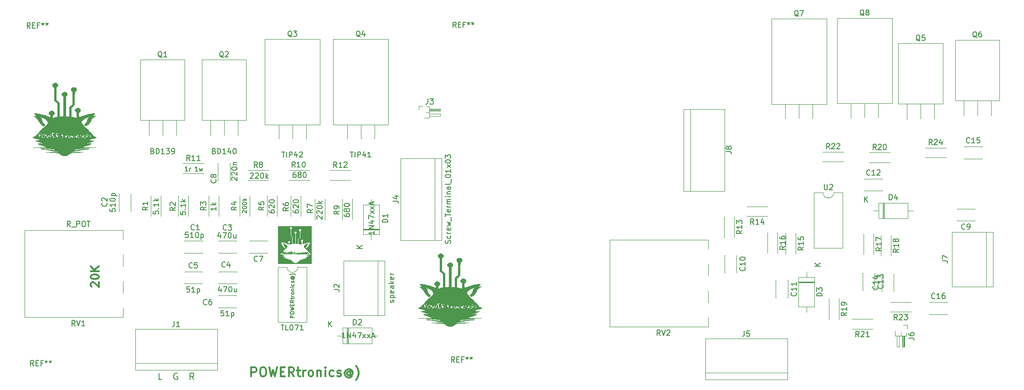
<source format=gbr>
%TF.GenerationSoftware,KiCad,Pcbnew,(5.1.6)-1*%
%TF.CreationDate,2020-07-12T13:26:10+05:30*%
%TF.ProjectId,original,6f726967-696e-4616-9c2e-6b696361645f,rev?*%
%TF.SameCoordinates,Original*%
%TF.FileFunction,Legend,Top*%
%TF.FilePolarity,Positive*%
%FSLAX46Y46*%
G04 Gerber Fmt 4.6, Leading zero omitted, Abs format (unit mm)*
G04 Created by KiCad (PCBNEW (5.1.6)-1) date 2020-07-12 13:26:10*
%MOMM*%
%LPD*%
G01*
G04 APERTURE LIST*
%ADD10C,0.300000*%
%ADD11C,0.175000*%
%ADD12C,0.010000*%
%ADD13C,0.120000*%
%ADD14C,0.150000*%
G04 APERTURE END LIST*
D10*
X67042957Y-99282947D02*
X67042957Y-97582947D01*
X67690576Y-97582947D01*
X67852480Y-97663900D01*
X67933433Y-97744852D01*
X68014385Y-97906757D01*
X68014385Y-98149614D01*
X67933433Y-98311519D01*
X67852480Y-98392471D01*
X67690576Y-98473423D01*
X67042957Y-98473423D01*
X69066766Y-97582947D02*
X69390576Y-97582947D01*
X69552480Y-97663900D01*
X69714385Y-97825804D01*
X69795338Y-98149614D01*
X69795338Y-98716280D01*
X69714385Y-99040090D01*
X69552480Y-99201995D01*
X69390576Y-99282947D01*
X69066766Y-99282947D01*
X68904861Y-99201995D01*
X68742957Y-99040090D01*
X68662004Y-98716280D01*
X68662004Y-98149614D01*
X68742957Y-97825804D01*
X68904861Y-97663900D01*
X69066766Y-97582947D01*
X70362004Y-97582947D02*
X70766766Y-99282947D01*
X71090576Y-98068661D01*
X71414385Y-99282947D01*
X71819147Y-97582947D01*
X72466766Y-98392471D02*
X73033433Y-98392471D01*
X73276290Y-99282947D02*
X72466766Y-99282947D01*
X72466766Y-97582947D01*
X73276290Y-97582947D01*
X74976290Y-99282947D02*
X74409623Y-98473423D01*
X74004861Y-99282947D02*
X74004861Y-97582947D01*
X74652480Y-97582947D01*
X74814385Y-97663900D01*
X74895338Y-97744852D01*
X74976290Y-97906757D01*
X74976290Y-98149614D01*
X74895338Y-98311519D01*
X74814385Y-98392471D01*
X74652480Y-98473423D01*
X74004861Y-98473423D01*
X75462004Y-98149614D02*
X76109623Y-98149614D01*
X75704861Y-97582947D02*
X75704861Y-99040090D01*
X75785814Y-99201995D01*
X75947719Y-99282947D01*
X76109623Y-99282947D01*
X76676290Y-99282947D02*
X76676290Y-98149614D01*
X76676290Y-98473423D02*
X76757242Y-98311519D01*
X76838195Y-98230566D01*
X77000100Y-98149614D01*
X77162004Y-98149614D01*
X77971528Y-99282947D02*
X77809623Y-99201995D01*
X77728671Y-99121042D01*
X77647719Y-98959138D01*
X77647719Y-98473423D01*
X77728671Y-98311519D01*
X77809623Y-98230566D01*
X77971528Y-98149614D01*
X78214385Y-98149614D01*
X78376290Y-98230566D01*
X78457242Y-98311519D01*
X78538195Y-98473423D01*
X78538195Y-98959138D01*
X78457242Y-99121042D01*
X78376290Y-99201995D01*
X78214385Y-99282947D01*
X77971528Y-99282947D01*
X79266766Y-98149614D02*
X79266766Y-99282947D01*
X79266766Y-98311519D02*
X79347719Y-98230566D01*
X79509623Y-98149614D01*
X79752480Y-98149614D01*
X79914385Y-98230566D01*
X79995338Y-98392471D01*
X79995338Y-99282947D01*
X80804861Y-99282947D02*
X80804861Y-98149614D01*
X80804861Y-97582947D02*
X80723909Y-97663900D01*
X80804861Y-97744852D01*
X80885814Y-97663900D01*
X80804861Y-97582947D01*
X80804861Y-97744852D01*
X82342957Y-99201995D02*
X82181052Y-99282947D01*
X81857242Y-99282947D01*
X81695338Y-99201995D01*
X81614385Y-99121042D01*
X81533433Y-98959138D01*
X81533433Y-98473423D01*
X81614385Y-98311519D01*
X81695338Y-98230566D01*
X81857242Y-98149614D01*
X82181052Y-98149614D01*
X82342957Y-98230566D01*
X82990576Y-99201995D02*
X83152480Y-99282947D01*
X83476290Y-99282947D01*
X83638195Y-99201995D01*
X83719147Y-99040090D01*
X83719147Y-98959138D01*
X83638195Y-98797233D01*
X83476290Y-98716280D01*
X83233433Y-98716280D01*
X83071528Y-98635328D01*
X82990576Y-98473423D01*
X82990576Y-98392471D01*
X83071528Y-98230566D01*
X83233433Y-98149614D01*
X83476290Y-98149614D01*
X83638195Y-98230566D01*
X85500100Y-98473423D02*
X85419147Y-98392471D01*
X85257242Y-98311519D01*
X85095338Y-98311519D01*
X84933433Y-98392471D01*
X84852480Y-98473423D01*
X84771528Y-98635328D01*
X84771528Y-98797233D01*
X84852480Y-98959138D01*
X84933433Y-99040090D01*
X85095338Y-99121042D01*
X85257242Y-99121042D01*
X85419147Y-99040090D01*
X85500100Y-98959138D01*
X85500100Y-98311519D02*
X85500100Y-98959138D01*
X85581052Y-99040090D01*
X85662004Y-99040090D01*
X85823909Y-98959138D01*
X85904861Y-98797233D01*
X85904861Y-98392471D01*
X85742957Y-98149614D01*
X85500100Y-97987709D01*
X85176290Y-97906757D01*
X84852480Y-97987709D01*
X84609623Y-98149614D01*
X84447719Y-98392471D01*
X84366766Y-98716280D01*
X84447719Y-99040090D01*
X84609623Y-99282947D01*
X84852480Y-99444852D01*
X85176290Y-99525804D01*
X85500100Y-99444852D01*
X85742957Y-99282947D01*
X86471528Y-99930566D02*
X86552480Y-99849614D01*
X86714385Y-99606757D01*
X86795338Y-99444852D01*
X86876290Y-99201995D01*
X86957242Y-98797233D01*
X86957242Y-98473423D01*
X86876290Y-98068661D01*
X86795338Y-97825804D01*
X86714385Y-97663900D01*
X86552480Y-97421042D01*
X86471528Y-97340090D01*
D11*
X74967266Y-88377200D02*
X74267266Y-88377200D01*
X74267266Y-88110533D01*
X74300600Y-88043866D01*
X74333933Y-88010533D01*
X74400600Y-87977200D01*
X74500600Y-87977200D01*
X74567266Y-88010533D01*
X74600600Y-88043866D01*
X74633933Y-88110533D01*
X74633933Y-88377200D01*
X74267266Y-87543866D02*
X74267266Y-87410533D01*
X74300600Y-87343866D01*
X74367266Y-87277200D01*
X74500600Y-87243866D01*
X74733933Y-87243866D01*
X74867266Y-87277200D01*
X74933933Y-87343866D01*
X74967266Y-87410533D01*
X74967266Y-87543866D01*
X74933933Y-87610533D01*
X74867266Y-87677200D01*
X74733933Y-87710533D01*
X74500600Y-87710533D01*
X74367266Y-87677200D01*
X74300600Y-87610533D01*
X74267266Y-87543866D01*
X74267266Y-87010533D02*
X74967266Y-86843866D01*
X74467266Y-86710533D01*
X74967266Y-86577200D01*
X74267266Y-86410533D01*
X74600600Y-86143866D02*
X74600600Y-85910533D01*
X74967266Y-85810533D02*
X74967266Y-86143866D01*
X74267266Y-86143866D01*
X74267266Y-85810533D01*
X74967266Y-85110533D02*
X74633933Y-85343866D01*
X74967266Y-85510533D02*
X74267266Y-85510533D01*
X74267266Y-85243866D01*
X74300600Y-85177200D01*
X74333933Y-85143866D01*
X74400600Y-85110533D01*
X74500600Y-85110533D01*
X74567266Y-85143866D01*
X74600600Y-85177200D01*
X74633933Y-85243866D01*
X74633933Y-85510533D01*
X74500600Y-84910533D02*
X74500600Y-84643866D01*
X74267266Y-84810533D02*
X74867266Y-84810533D01*
X74933933Y-84777200D01*
X74967266Y-84710533D01*
X74967266Y-84643866D01*
X74967266Y-84410533D02*
X74500600Y-84410533D01*
X74633933Y-84410533D02*
X74567266Y-84377200D01*
X74533933Y-84343866D01*
X74500600Y-84277200D01*
X74500600Y-84210533D01*
X74967266Y-83877200D02*
X74933933Y-83943866D01*
X74900600Y-83977200D01*
X74833933Y-84010533D01*
X74633933Y-84010533D01*
X74567266Y-83977200D01*
X74533933Y-83943866D01*
X74500600Y-83877200D01*
X74500600Y-83777200D01*
X74533933Y-83710533D01*
X74567266Y-83677200D01*
X74633933Y-83643866D01*
X74833933Y-83643866D01*
X74900600Y-83677200D01*
X74933933Y-83710533D01*
X74967266Y-83777200D01*
X74967266Y-83877200D01*
X74500600Y-83343866D02*
X74967266Y-83343866D01*
X74567266Y-83343866D02*
X74533933Y-83310533D01*
X74500600Y-83243866D01*
X74500600Y-83143866D01*
X74533933Y-83077200D01*
X74600600Y-83043866D01*
X74967266Y-83043866D01*
X74967266Y-82710533D02*
X74500600Y-82710533D01*
X74267266Y-82710533D02*
X74300600Y-82743866D01*
X74333933Y-82710533D01*
X74300600Y-82677200D01*
X74267266Y-82710533D01*
X74333933Y-82710533D01*
X74933933Y-82077200D02*
X74967266Y-82143866D01*
X74967266Y-82277200D01*
X74933933Y-82343866D01*
X74900600Y-82377200D01*
X74833933Y-82410533D01*
X74633933Y-82410533D01*
X74567266Y-82377200D01*
X74533933Y-82343866D01*
X74500600Y-82277200D01*
X74500600Y-82143866D01*
X74533933Y-82077200D01*
X74933933Y-81810533D02*
X74967266Y-81743866D01*
X74967266Y-81610533D01*
X74933933Y-81543866D01*
X74867266Y-81510533D01*
X74833933Y-81510533D01*
X74767266Y-81543866D01*
X74733933Y-81610533D01*
X74733933Y-81710533D01*
X74700600Y-81777200D01*
X74633933Y-81810533D01*
X74600600Y-81810533D01*
X74533933Y-81777200D01*
X74500600Y-81710533D01*
X74500600Y-81610533D01*
X74533933Y-81543866D01*
X74633933Y-80777200D02*
X74600600Y-80810533D01*
X74567266Y-80877200D01*
X74567266Y-80943866D01*
X74600600Y-81010533D01*
X74633933Y-81043866D01*
X74700600Y-81077200D01*
X74767266Y-81077200D01*
X74833933Y-81043866D01*
X74867266Y-81010533D01*
X74900600Y-80943866D01*
X74900600Y-80877200D01*
X74867266Y-80810533D01*
X74833933Y-80777200D01*
X74567266Y-80777200D02*
X74833933Y-80777200D01*
X74867266Y-80743866D01*
X74867266Y-80710533D01*
X74833933Y-80643866D01*
X74767266Y-80610533D01*
X74600600Y-80610533D01*
X74500600Y-80677200D01*
X74433933Y-80777200D01*
X74400600Y-80910533D01*
X74433933Y-81043866D01*
X74500600Y-81143866D01*
X74600600Y-81210533D01*
X74733933Y-81243866D01*
X74867266Y-81210533D01*
X74967266Y-81143866D01*
X75033933Y-81043866D01*
X75067266Y-80910533D01*
X75033933Y-80777200D01*
X74967266Y-80677200D01*
X75233933Y-80377200D02*
X75200600Y-80343866D01*
X75100600Y-80277200D01*
X75033933Y-80243866D01*
X74933933Y-80210533D01*
X74767266Y-80177200D01*
X74633933Y-80177200D01*
X74467266Y-80210533D01*
X74367266Y-80243866D01*
X74300600Y-80277200D01*
X74200600Y-80343866D01*
X74167266Y-80377200D01*
D10*
X37345228Y-82601357D02*
X37273800Y-82529928D01*
X37202371Y-82387071D01*
X37202371Y-82029928D01*
X37273800Y-81887071D01*
X37345228Y-81815642D01*
X37488085Y-81744214D01*
X37630942Y-81744214D01*
X37845228Y-81815642D01*
X38702371Y-82672785D01*
X38702371Y-81744214D01*
X37202371Y-80815642D02*
X37202371Y-80672785D01*
X37273800Y-80529928D01*
X37345228Y-80458500D01*
X37488085Y-80387071D01*
X37773800Y-80315642D01*
X38130942Y-80315642D01*
X38416657Y-80387071D01*
X38559514Y-80458500D01*
X38630942Y-80529928D01*
X38702371Y-80672785D01*
X38702371Y-80815642D01*
X38630942Y-80958500D01*
X38559514Y-81029928D01*
X38416657Y-81101357D01*
X38130942Y-81172785D01*
X37773800Y-81172785D01*
X37488085Y-81101357D01*
X37345228Y-81029928D01*
X37273800Y-80958500D01*
X37202371Y-80815642D01*
X38702371Y-79672785D02*
X37202371Y-79672785D01*
X38702371Y-78815642D02*
X37845228Y-79458500D01*
X37202371Y-78815642D02*
X38059514Y-79672785D01*
D12*
%TO.C,G\u002A\u002A\u002A*%
G36*
X30726669Y-44677896D02*
G01*
X30886841Y-44746017D01*
X31007408Y-44872125D01*
X31036820Y-44931835D01*
X31070105Y-45113841D01*
X31010527Y-45274506D01*
X30882436Y-45405664D01*
X30734293Y-45523939D01*
X30735739Y-46674229D01*
X30737184Y-47824518D01*
X31040392Y-48085156D01*
X31343599Y-48345793D01*
X31343600Y-49636397D01*
X31343872Y-50000907D01*
X31345117Y-50289568D01*
X31347978Y-50511195D01*
X31353099Y-50674605D01*
X31361122Y-50788615D01*
X31372690Y-50862042D01*
X31388447Y-50903700D01*
X31409037Y-50922408D01*
X31435101Y-50926981D01*
X31437748Y-50927000D01*
X31537347Y-50922725D01*
X31698665Y-50911650D01*
X31844148Y-50899803D01*
X32156400Y-50872606D01*
X32156400Y-47196201D01*
X32005727Y-47090549D01*
X31868560Y-46948591D01*
X31816464Y-46790426D01*
X31841588Y-46634090D01*
X31936083Y-46497622D01*
X32092100Y-46399057D01*
X32301791Y-46356433D01*
X32325407Y-46355941D01*
X32529408Y-46390897D01*
X32686139Y-46485275D01*
X32786643Y-46620082D01*
X32821960Y-46776324D01*
X32783133Y-46935007D01*
X32664400Y-47074667D01*
X32512000Y-47193303D01*
X32512000Y-49038985D01*
X32512205Y-49483127D01*
X32513059Y-49849952D01*
X32514915Y-50146811D01*
X32518126Y-50381052D01*
X32523047Y-50560024D01*
X32530031Y-50691079D01*
X32539433Y-50781565D01*
X32551606Y-50838831D01*
X32566905Y-50870228D01*
X32585683Y-50883105D01*
X32600900Y-50885035D01*
X32700991Y-50890144D01*
X32857973Y-50902773D01*
X32956500Y-50912098D01*
X33223200Y-50938793D01*
X33223200Y-49184005D01*
X33528000Y-48919491D01*
X33832800Y-48654976D01*
X33832800Y-47487078D01*
X33832799Y-46319180D01*
X33680400Y-46192180D01*
X33558522Y-46042707D01*
X33522273Y-45885365D01*
X33559328Y-45734773D01*
X33657365Y-45605550D01*
X33804060Y-45512315D01*
X33987091Y-45469687D01*
X34194135Y-45492284D01*
X34253813Y-45511941D01*
X34389358Y-45601388D01*
X34495446Y-45737555D01*
X34543486Y-45882502D01*
X34544000Y-45897029D01*
X34504137Y-46027312D01*
X34401582Y-46164245D01*
X34279852Y-46262151D01*
X34253367Y-46283514D01*
X34232526Y-46318159D01*
X34216660Y-46375503D01*
X34205098Y-46464964D01*
X34197173Y-46595959D01*
X34192213Y-46777906D01*
X34189551Y-47020222D01*
X34188517Y-47332326D01*
X34188400Y-47548967D01*
X34188400Y-48780466D01*
X33578800Y-49283760D01*
X33578800Y-50124915D01*
X33578799Y-50966070D01*
X33794700Y-51013038D01*
X33981476Y-51054955D01*
X34192029Y-51103981D01*
X34261120Y-51120503D01*
X34412121Y-51155146D01*
X34522038Y-51177036D01*
X34553220Y-51181000D01*
X34569506Y-51141442D01*
X34582799Y-51033844D01*
X34591697Y-50874824D01*
X34594800Y-50688714D01*
X34594800Y-50196429D01*
X34411385Y-50027247D01*
X34302989Y-49918080D01*
X34254568Y-49833993D01*
X34250899Y-49743129D01*
X34257221Y-49704616D01*
X34333718Y-49530545D01*
X34473549Y-49405392D01*
X34654353Y-49336508D01*
X34853772Y-49331244D01*
X35049444Y-49396950D01*
X35098902Y-49427930D01*
X35201452Y-49515131D01*
X35246381Y-49609802D01*
X35255200Y-49727520D01*
X35239379Y-49869554D01*
X35177323Y-49974926D01*
X35102800Y-50044513D01*
X35034638Y-50104595D01*
X34990600Y-50161304D01*
X34965419Y-50234275D01*
X34953827Y-50343146D01*
X34950558Y-50507555D01*
X34950400Y-50612757D01*
X34953950Y-50794499D01*
X34963548Y-50939878D01*
X34977611Y-51031342D01*
X34990162Y-51054000D01*
X35051582Y-51035437D01*
X35176521Y-50986500D01*
X35339278Y-50917316D01*
X35358462Y-50908871D01*
X35818893Y-50734991D01*
X36361858Y-50584551D01*
X36994979Y-50455489D01*
X37106578Y-50436448D01*
X37354104Y-50395009D01*
X37573868Y-50357774D01*
X37741807Y-50328851D01*
X37833300Y-50312452D01*
X37918416Y-50306253D01*
X37938629Y-50337804D01*
X37891950Y-50414621D01*
X37776390Y-50544223D01*
X37770293Y-50550626D01*
X37648517Y-50686791D01*
X37600292Y-50771362D01*
X37628760Y-50813789D01*
X37737069Y-50823522D01*
X37858700Y-50816224D01*
X38125400Y-50794103D01*
X37973000Y-50891114D01*
X37678493Y-51095418D01*
X37457378Y-51292331D01*
X37287911Y-51504180D01*
X37163367Y-51722446D01*
X37019571Y-51997745D01*
X36890760Y-52206603D01*
X36765158Y-52364252D01*
X36630988Y-52485929D01*
X36510495Y-52567053D01*
X36282557Y-52703464D01*
X36149878Y-52616493D01*
X36059076Y-52547432D01*
X36017478Y-52496970D01*
X36017200Y-52494515D01*
X36043815Y-52443774D01*
X36113286Y-52345823D01*
X36201652Y-52233004D01*
X36369742Y-52008498D01*
X36480454Y-51809555D01*
X36549928Y-51603303D01*
X36577756Y-51466976D01*
X36642611Y-51247500D01*
X36755858Y-51086574D01*
X36837098Y-50990738D01*
X36837259Y-50945076D01*
X36757193Y-50949696D01*
X36597754Y-51004705D01*
X36485411Y-51052525D01*
X36167241Y-51217490D01*
X35893389Y-51405856D01*
X35676180Y-51605839D01*
X35527942Y-51805654D01*
X35461001Y-51993517D01*
X35458400Y-52034374D01*
X35485599Y-52157922D01*
X35571024Y-52305370D01*
X35720417Y-52483603D01*
X35939518Y-52699507D01*
X36220400Y-52948295D01*
X36446308Y-53150748D01*
X36679209Y-53375232D01*
X36893275Y-53595920D01*
X37062677Y-53786987D01*
X37078317Y-53806128D01*
X37333121Y-54111234D01*
X37550362Y-54347712D01*
X37737696Y-54522755D01*
X37902776Y-54643552D01*
X38044867Y-54714205D01*
X38191772Y-54777329D01*
X38243201Y-54823821D01*
X38201579Y-54859705D01*
X38112700Y-54882888D01*
X37968937Y-54914999D01*
X37773527Y-54963033D01*
X37545284Y-55021850D01*
X37303024Y-55086309D01*
X37065561Y-55151270D01*
X36851710Y-55211593D01*
X36680286Y-55262137D01*
X36570104Y-55297761D01*
X36538917Y-55312875D01*
X36613793Y-55333372D01*
X36776195Y-55350169D01*
X37012101Y-55362328D01*
X37307491Y-55368912D01*
X37386260Y-55369561D01*
X37573463Y-55374409D01*
X37707491Y-55385280D01*
X37768333Y-55400200D01*
X37767260Y-55407191D01*
X37706133Y-55434452D01*
X37567602Y-55487557D01*
X37368343Y-55560379D01*
X37125032Y-55646795D01*
X36931600Y-55714108D01*
X36678852Y-55803924D01*
X36472019Y-55882500D01*
X36323846Y-55944565D01*
X36247075Y-55984845D01*
X36245800Y-55997861D01*
X36339385Y-55997148D01*
X36504608Y-55985130D01*
X36712828Y-55964119D01*
X36818865Y-55951614D01*
X37031907Y-55929015D01*
X37187072Y-55920089D01*
X37267350Y-55925524D01*
X37274365Y-55933253D01*
X37210602Y-55992850D01*
X37068299Y-56073035D01*
X36864772Y-56166324D01*
X36617331Y-56265231D01*
X36343292Y-56362271D01*
X36118800Y-56432861D01*
X35872903Y-56506290D01*
X35645197Y-56575531D01*
X35462314Y-56632411D01*
X35356800Y-56666708D01*
X35179000Y-56727754D01*
X35433000Y-56706977D01*
X35556182Y-56700236D01*
X35762944Y-56692678D01*
X36035278Y-56684795D01*
X36355176Y-56677082D01*
X36704629Y-56670034D01*
X36906200Y-56666566D01*
X38125400Y-56646932D01*
X37105067Y-56704309D01*
X36635750Y-56734216D01*
X36164893Y-56770691D01*
X35708868Y-56811989D01*
X35284047Y-56856362D01*
X34906803Y-56902064D01*
X34593509Y-56947351D01*
X34360536Y-56990475D01*
X34310148Y-57002375D01*
X34161343Y-57048434D01*
X34023258Y-57104672D01*
X33914900Y-57160792D01*
X33855273Y-57206499D01*
X33863381Y-57231498D01*
X33883600Y-57233445D01*
X33961866Y-57226717D01*
X34116992Y-57207946D01*
X34325843Y-57180083D01*
X34544000Y-57149181D01*
X34954337Y-57093325D01*
X35370791Y-57043476D01*
X35772631Y-57001606D01*
X36139124Y-56969686D01*
X36449541Y-56949689D01*
X36683150Y-56943587D01*
X36702688Y-56943838D01*
X36813280Y-56947453D01*
X36848652Y-56953891D01*
X36802563Y-56964451D01*
X36668775Y-56980432D01*
X36441046Y-57003132D01*
X36398200Y-57007216D01*
X36114740Y-57038320D01*
X35787396Y-57081127D01*
X35432357Y-57132822D01*
X35065812Y-57190593D01*
X34703950Y-57251627D01*
X34362959Y-57313109D01*
X34059029Y-57372228D01*
X33808347Y-57426169D01*
X33627103Y-57472119D01*
X33536273Y-57504560D01*
X33483840Y-57549175D01*
X33520577Y-57575750D01*
X33636092Y-57583126D01*
X33819996Y-57570142D01*
X33960235Y-57551890D01*
X34168018Y-57528976D01*
X34429650Y-57511756D01*
X34721247Y-57500506D01*
X35018927Y-57495503D01*
X35298804Y-57497024D01*
X35536997Y-57505345D01*
X35709621Y-57520744D01*
X35763200Y-57531000D01*
X35766575Y-57544245D01*
X35676228Y-57555437D01*
X35500020Y-57564083D01*
X35245810Y-57569687D01*
X35128200Y-57570934D01*
X34693441Y-57581733D01*
X34289368Y-57605816D01*
X33947655Y-57641161D01*
X33883600Y-57650308D01*
X33655853Y-57686844D01*
X33499638Y-57720666D01*
X33386194Y-57762595D01*
X33286758Y-57823450D01*
X33172569Y-57914049D01*
X33164400Y-57920851D01*
X32938805Y-58077657D01*
X32702104Y-58173223D01*
X32659880Y-58184363D01*
X32493035Y-58224099D01*
X32379906Y-58241256D01*
X32276820Y-58237378D01*
X32140105Y-58214009D01*
X32091249Y-58204457D01*
X31829955Y-58132725D01*
X31613934Y-58020354D01*
X31436643Y-57879519D01*
X31350062Y-57805030D01*
X31270756Y-57753447D01*
X31174868Y-57717045D01*
X31038544Y-57688100D01*
X30837928Y-57658887D01*
X30700043Y-57640995D01*
X30422154Y-57612524D01*
X30087467Y-57588989D01*
X29740748Y-57573052D01*
X29464000Y-57567441D01*
X29184892Y-57564472D01*
X29002140Y-57558238D01*
X28910557Y-57548337D01*
X28904958Y-57534370D01*
X28930600Y-57526276D01*
X29109536Y-57499889D01*
X29364724Y-57486572D01*
X29672199Y-57485467D01*
X30007996Y-57495717D01*
X30348151Y-57516463D01*
X30668698Y-57546849D01*
X30945674Y-57586017D01*
X31026100Y-57601272D01*
X31117860Y-57602439D01*
X31140400Y-57561285D01*
X31134806Y-57525842D01*
X31107084Y-57497286D01*
X31040819Y-57470096D01*
X30919597Y-57438752D01*
X30727005Y-57397733D01*
X30545623Y-57361242D01*
X30014617Y-57258775D01*
X29548241Y-57177070D01*
X29114355Y-57111092D01*
X28680820Y-57055804D01*
X28397200Y-57024590D01*
X28123821Y-56995108D01*
X27945753Y-56973376D01*
X27857262Y-56958310D01*
X27852613Y-56948826D01*
X27926073Y-56943839D01*
X27965711Y-56943008D01*
X28190718Y-56947940D01*
X28494542Y-56966876D01*
X28856233Y-56997813D01*
X29254839Y-57038753D01*
X29669408Y-57087692D01*
X30078991Y-57142631D01*
X30124400Y-57149181D01*
X30392000Y-57187969D01*
X30575382Y-57213518D01*
X30690449Y-57226977D01*
X30753104Y-57229498D01*
X30779251Y-57222234D01*
X30784792Y-57206334D01*
X30784800Y-57196996D01*
X30738104Y-57148768D01*
X30611146Y-57091574D01*
X30423615Y-57031623D01*
X30195205Y-56975124D01*
X29945606Y-56928288D01*
X29920295Y-56924383D01*
X29523450Y-56869023D01*
X29111986Y-56821463D01*
X28664518Y-56779724D01*
X28159657Y-56741825D01*
X27576016Y-56705784D01*
X27533600Y-56703389D01*
X26543000Y-56647736D01*
X27762200Y-56666467D01*
X28118430Y-56672729D01*
X28453410Y-56680086D01*
X28749569Y-56688038D01*
X28989338Y-56696085D01*
X29155146Y-56703726D01*
X29210000Y-56707724D01*
X29335231Y-56715689D01*
X29375858Y-56705883D01*
X29329100Y-56676999D01*
X29192174Y-56627736D01*
X28962299Y-56556787D01*
X28766749Y-56499865D01*
X28524541Y-56428600D01*
X28291638Y-56356924D01*
X28101492Y-56295275D01*
X28021489Y-56267311D01*
X27878400Y-56207967D01*
X27717910Y-56131581D01*
X27562281Y-56050222D01*
X27433778Y-55975953D01*
X27354665Y-55920842D01*
X27341626Y-55898867D01*
X27396467Y-55898454D01*
X27527986Y-55910170D01*
X27712743Y-55931727D01*
X27815096Y-55945119D01*
X28099878Y-55981861D01*
X28297862Y-56002083D01*
X28407858Y-56003794D01*
X28428672Y-55985003D01*
X28359110Y-55943715D01*
X28197982Y-55877940D01*
X27944093Y-55785686D01*
X27660600Y-55687073D01*
X27409122Y-55599345D01*
X27190109Y-55520732D01*
X27021272Y-55457762D01*
X26920322Y-55416964D01*
X26901139Y-55407144D01*
X26927289Y-55392040D01*
X27036140Y-55379147D01*
X27208793Y-55370124D01*
X27358339Y-55366992D01*
X27680617Y-55361756D01*
X27902060Y-55351592D01*
X28023401Y-55333731D01*
X28045373Y-55305400D01*
X27968708Y-55263831D01*
X27794138Y-55206251D01*
X27522396Y-55129892D01*
X27427757Y-55104437D01*
X27169543Y-55035897D01*
X26946431Y-54977634D01*
X26775868Y-54934129D01*
X26675300Y-54909863D01*
X26656364Y-54906334D01*
X26591716Y-54892397D01*
X26482807Y-54859862D01*
X26339800Y-54813390D01*
X26601195Y-54716042D01*
X26734271Y-54657203D01*
X26862935Y-54577440D01*
X26997979Y-54466718D01*
X27150193Y-54315005D01*
X27205968Y-54252246D01*
X27466936Y-54252246D01*
X27487339Y-54490223D01*
X27513716Y-54686620D01*
X27548391Y-54804686D01*
X27595972Y-54851324D01*
X27639792Y-54824338D01*
X27663187Y-54721534D01*
X27663777Y-54706376D01*
X27692097Y-54614467D01*
X28041600Y-54614467D01*
X28077705Y-54772205D01*
X28177890Y-54868467D01*
X28329957Y-54897706D01*
X28521709Y-54854376D01*
X28546615Y-54844120D01*
X28668231Y-54758142D01*
X28752019Y-54643036D01*
X28813054Y-54504167D01*
X28904680Y-54677877D01*
X28999248Y-54811898D01*
X29103192Y-54885874D01*
X29200892Y-54889255D01*
X29210878Y-54884715D01*
X29253373Y-54833299D01*
X29303838Y-54734463D01*
X29313322Y-54711483D01*
X29373257Y-54560146D01*
X29468682Y-54690906D01*
X29549059Y-54786828D01*
X29615206Y-54816846D01*
X29694944Y-54792131D01*
X29706228Y-54786292D01*
X29767552Y-54719436D01*
X29817450Y-54603487D01*
X29853048Y-54460522D01*
X29871470Y-54312618D01*
X29869843Y-54181850D01*
X29845290Y-54090295D01*
X29800846Y-54059667D01*
X29748409Y-54098756D01*
X29704848Y-54203119D01*
X29676101Y-54353396D01*
X29667759Y-54493584D01*
X29652128Y-54586558D01*
X29610938Y-54601268D01*
X29550830Y-54539753D01*
X29495327Y-54440667D01*
X29416187Y-54317856D01*
X29340654Y-54275448D01*
X29276910Y-54313772D01*
X29233743Y-54430084D01*
X29192967Y-54595219D01*
X29151380Y-54676085D01*
X29106009Y-54673059D01*
X29053881Y-54586521D01*
X29005871Y-54459070D01*
X28951315Y-54339621D01*
X28887787Y-54259403D01*
X28859203Y-54243223D01*
X28743304Y-54205301D01*
X28689989Y-54183577D01*
X28511839Y-54145671D01*
X28339845Y-54179797D01*
X28192133Y-54273912D01*
X28086827Y-54415969D01*
X28042052Y-54593924D01*
X28041600Y-54614467D01*
X27692097Y-54614467D01*
X27700590Y-54586905D01*
X27814447Y-54462276D01*
X27854277Y-54429726D01*
X27990850Y-54290455D01*
X28042128Y-54159946D01*
X28004629Y-54049325D01*
X27980640Y-54025800D01*
X27884201Y-53989885D01*
X27739778Y-53976411D01*
X27595793Y-53986026D01*
X27500668Y-54019377D01*
X27500654Y-54019388D01*
X27471370Y-54095089D01*
X27466936Y-54252246D01*
X27205968Y-54252246D01*
X27330371Y-54112266D01*
X27514555Y-53890334D01*
X29925986Y-53890334D01*
X29953213Y-54112584D01*
X29996629Y-54413786D01*
X30044631Y-54637046D01*
X30099694Y-54789072D01*
X30164288Y-54876569D01*
X30240886Y-54906245D01*
X30245827Y-54906334D01*
X30320510Y-54884073D01*
X30440133Y-54828021D01*
X30493607Y-54798974D01*
X30631904Y-54705340D01*
X30683829Y-54638978D01*
X30655264Y-54610067D01*
X30552092Y-54628781D01*
X30425900Y-54681858D01*
X30308255Y-54729867D01*
X30246942Y-54717164D01*
X30218556Y-54635508D01*
X30214395Y-54607385D01*
X30219591Y-54535062D01*
X30279829Y-54501793D01*
X30368783Y-54490710D01*
X30487185Y-54466454D01*
X30515211Y-54428825D01*
X30459053Y-54390763D01*
X30324903Y-54365208D01*
X30308099Y-54363885D01*
X30184551Y-54349988D01*
X30134734Y-54314103D01*
X30130955Y-54229259D01*
X30134226Y-54194552D01*
X30142162Y-54143212D01*
X30691834Y-54143212D01*
X30695871Y-54389766D01*
X30757203Y-54623853D01*
X30837838Y-54772225D01*
X30925692Y-54864141D01*
X30989308Y-54879383D01*
X31015969Y-54820748D01*
X31005386Y-54735359D01*
X30988721Y-54651437D01*
X31005884Y-54618204D01*
X31077439Y-54629405D01*
X31208764Y-54673500D01*
X31348868Y-54715210D01*
X31459635Y-54736352D01*
X31473201Y-54737000D01*
X31540736Y-54721351D01*
X31526375Y-54680641D01*
X31441047Y-54624229D01*
X31295682Y-54561472D01*
X31249160Y-54545190D01*
X30984287Y-54456461D01*
X31074013Y-54378219D01*
X31578228Y-54378219D01*
X31648500Y-54429611D01*
X31693924Y-54445478D01*
X31808095Y-54497686D01*
X31866589Y-54587555D01*
X31882158Y-54645466D01*
X31928867Y-54790964D01*
X31988469Y-54871814D01*
X32053497Y-54879172D01*
X32070140Y-54868150D01*
X32090138Y-54792516D01*
X32057240Y-54699577D01*
X32017953Y-54581824D01*
X32052862Y-54512359D01*
X32171180Y-54474389D01*
X32181730Y-54472650D01*
X32264365Y-54470225D01*
X32325381Y-54506950D01*
X32388262Y-54600424D01*
X32413056Y-54646031D01*
X32511242Y-54801943D01*
X32596385Y-54881971D01*
X32662587Y-54885216D01*
X32703951Y-54810775D01*
X32715200Y-54692168D01*
X32716165Y-54677635D01*
X32962108Y-54677635D01*
X32997410Y-54792043D01*
X33094968Y-54875209D01*
X33231992Y-54905046D01*
X33319378Y-54877607D01*
X33433439Y-54807581D01*
X33468106Y-54780399D01*
X33619227Y-54654464D01*
X33650781Y-54759232D01*
X33706653Y-54839979D01*
X33787028Y-54867553D01*
X33857599Y-54840556D01*
X33884377Y-54768750D01*
X33908220Y-54644311D01*
X33963088Y-54585141D01*
X34027808Y-54594762D01*
X34081210Y-54676695D01*
X34095198Y-54733684D01*
X34132343Y-54826046D01*
X34185498Y-54854052D01*
X34228718Y-54814774D01*
X34239200Y-54749947D01*
X34208632Y-54611164D01*
X34159381Y-54545702D01*
X34342447Y-54545702D01*
X34348942Y-54672434D01*
X34374405Y-54784866D01*
X34393387Y-54824450D01*
X34461185Y-54893067D01*
X34519902Y-54898374D01*
X34544000Y-54840433D01*
X34553182Y-54798198D01*
X34598713Y-54808139D01*
X34656903Y-54840433D01*
X34811670Y-54900231D01*
X34943841Y-54880223D01*
X35023703Y-54824334D01*
X35085344Y-54739065D01*
X35068790Y-54689093D01*
X34988848Y-54691252D01*
X34929520Y-54717258D01*
X34838085Y-54758057D01*
X34780466Y-54745349D01*
X34746901Y-54715534D01*
X34712228Y-54624510D01*
X34747021Y-54526562D01*
X34824538Y-54461993D01*
X35153600Y-54461993D01*
X35195267Y-54559412D01*
X35294662Y-54627219D01*
X35413377Y-54641653D01*
X35435342Y-54636276D01*
X35513678Y-54632152D01*
X35528204Y-54675388D01*
X35474933Y-54744911D01*
X35458400Y-54758167D01*
X35393695Y-54832354D01*
X35398540Y-54889318D01*
X35452542Y-54906334D01*
X35510563Y-54878341D01*
X35599832Y-54810121D01*
X35609259Y-54801866D01*
X35727030Y-54697399D01*
X35876012Y-54801866D01*
X36064251Y-54890084D01*
X36258951Y-54893904D01*
X36415761Y-54839260D01*
X36617219Y-54692974D01*
X36737028Y-54496607D01*
X36751144Y-54450742D01*
X36763173Y-54351159D01*
X36724263Y-54270928D01*
X36651861Y-54202868D01*
X36793195Y-54202868D01*
X36798720Y-54252958D01*
X36894149Y-54339167D01*
X36911333Y-54351805D01*
X37002331Y-54437608D01*
X37018245Y-54524812D01*
X37009854Y-54560523D01*
X36960856Y-54734651D01*
X36939784Y-54840611D01*
X36945807Y-54891436D01*
X36978097Y-54900164D01*
X36988384Y-54897800D01*
X37062826Y-54848022D01*
X37121351Y-54775990D01*
X37172664Y-54628825D01*
X37166023Y-54474275D01*
X37110576Y-54334409D01*
X37015469Y-54231299D01*
X36889849Y-54187013D01*
X36877112Y-54186667D01*
X36793195Y-54202868D01*
X36651861Y-54202868D01*
X36634720Y-54186755D01*
X36456140Y-54090598D01*
X36255956Y-54064443D01*
X36058948Y-54102960D01*
X35889894Y-54200822D01*
X35773573Y-54352700D01*
X35764497Y-54373890D01*
X35715394Y-54472751D01*
X35648362Y-54515525D01*
X35523908Y-54525285D01*
X35505260Y-54525334D01*
X35361220Y-54506881D01*
X35303264Y-54460378D01*
X35336696Y-54399104D01*
X35434315Y-54347798D01*
X35526514Y-54290499D01*
X35533892Y-54233376D01*
X35454054Y-54196167D01*
X35452741Y-54195952D01*
X35352057Y-54216957D01*
X35248658Y-54290577D01*
X35173276Y-54389478D01*
X35153600Y-54461993D01*
X34824538Y-54461993D01*
X34831911Y-54455852D01*
X34902744Y-54440667D01*
X34979576Y-54420768D01*
X34981872Y-54377458D01*
X34918794Y-54335319D01*
X34858277Y-54321388D01*
X34735888Y-54345271D01*
X34625260Y-54418950D01*
X34542187Y-54489446D01*
X34500668Y-54500962D01*
X34474279Y-54457445D01*
X34468446Y-54442364D01*
X34424440Y-54383011D01*
X34387942Y-54379051D01*
X34355315Y-54437098D01*
X34342447Y-54545702D01*
X34159381Y-54545702D01*
X34130420Y-54507209D01*
X34024801Y-54450472D01*
X33912011Y-54453344D01*
X33834688Y-54502271D01*
X33768275Y-54541328D01*
X33678652Y-54519755D01*
X33663367Y-54512854D01*
X33560875Y-54452106D01*
X33512775Y-54408917D01*
X33422722Y-54361999D01*
X33287510Y-54367285D01*
X33139286Y-54422042D01*
X33103050Y-54443739D01*
X32995256Y-54554146D01*
X32962108Y-54677635D01*
X32716165Y-54677635D01*
X32722377Y-54584096D01*
X32756057Y-54536472D01*
X32834460Y-54525362D01*
X32842200Y-54525334D01*
X32947224Y-54508162D01*
X32958416Y-54459927D01*
X32890875Y-54396864D01*
X32822447Y-54368851D01*
X32740743Y-54390749D01*
X32664663Y-54433811D01*
X32562391Y-54489802D01*
X32506375Y-54493842D01*
X32473757Y-54460869D01*
X32400449Y-54415131D01*
X32266716Y-54375583D01*
X32204932Y-54364689D01*
X32061796Y-54337507D01*
X31989280Y-54296797D01*
X31956641Y-54223282D01*
X31952964Y-54206699D01*
X31940329Y-54176795D01*
X34311292Y-54176795D01*
X34318081Y-54190283D01*
X34379753Y-54211256D01*
X34395938Y-54205599D01*
X34421107Y-54154205D01*
X34414318Y-54140718D01*
X34352646Y-54119744D01*
X34336461Y-54125401D01*
X34311292Y-54176795D01*
X31940329Y-54176795D01*
X31913140Y-54112452D01*
X31862296Y-54097618D01*
X31819851Y-54162222D01*
X31810125Y-54206517D01*
X31765305Y-54294622D01*
X31698823Y-54313667D01*
X31595244Y-54333060D01*
X31578228Y-54378219D01*
X31074013Y-54378219D01*
X31138543Y-54321949D01*
X31232906Y-54230885D01*
X31287437Y-54161264D01*
X31292800Y-54145695D01*
X31247984Y-54081951D01*
X31136772Y-54024846D01*
X30994016Y-53988054D01*
X30877295Y-53982678D01*
X30761648Y-54001589D01*
X30710106Y-54051936D01*
X30691834Y-54143212D01*
X30142162Y-54143212D01*
X30148558Y-54101846D01*
X30185920Y-54052770D01*
X30273980Y-54028920D01*
X30403800Y-54015242D01*
X30550576Y-54000541D01*
X30607541Y-53987232D01*
X30585919Y-53967821D01*
X30514792Y-53941159D01*
X30370696Y-53908537D01*
X30192133Y-53891194D01*
X30148886Y-53890334D01*
X29925986Y-53890334D01*
X27514555Y-53890334D01*
X27549302Y-53848467D01*
X27595138Y-53791893D01*
X27746555Y-53619332D01*
X27946964Y-53411933D01*
X28172254Y-53193657D01*
X28398316Y-52988464D01*
X28439184Y-52953089D01*
X28712587Y-52713271D01*
X28917474Y-52520098D01*
X29061704Y-52364377D01*
X29153134Y-52236916D01*
X29199623Y-52128522D01*
X29209739Y-52051616D01*
X29162169Y-51850932D01*
X29025168Y-51641393D01*
X28808510Y-51432410D01*
X28521970Y-51233392D01*
X28175326Y-51053750D01*
X28171348Y-51051976D01*
X27976397Y-50973669D01*
X27851784Y-50942019D01*
X27801824Y-50956481D01*
X27830833Y-51016505D01*
X27901404Y-51086192D01*
X28021913Y-51252442D01*
X28070027Y-51413834D01*
X28135201Y-51675917D01*
X28242413Y-51915069D01*
X28407922Y-52165523D01*
X28458300Y-52231342D01*
X28667535Y-52498963D01*
X28535817Y-52608728D01*
X28404100Y-52718492D01*
X28149200Y-52556502D01*
X27945411Y-52396223D01*
X27763752Y-52184244D01*
X27594994Y-51908358D01*
X27479863Y-51671271D01*
X27315472Y-51407261D01*
X27076463Y-51160947D01*
X26796169Y-50963534D01*
X26666052Y-50879479D01*
X26629862Y-50827322D01*
X26688023Y-50805846D01*
X26840956Y-50813831D01*
X26847800Y-50814603D01*
X26991072Y-50824725D01*
X27059553Y-50807155D01*
X27055182Y-50752114D01*
X26979899Y-50649825D01*
X26898600Y-50558540D01*
X26781580Y-50423494D01*
X26731188Y-50342560D01*
X26745299Y-50307515D01*
X26821792Y-50310134D01*
X26835100Y-50312595D01*
X26927246Y-50328988D01*
X27095839Y-50357622D01*
X27317589Y-50394587D01*
X27569207Y-50435971D01*
X27591373Y-50439591D01*
X28151694Y-50544804D01*
X28642627Y-50668486D01*
X29095686Y-50819207D01*
X29329929Y-50912438D01*
X29498931Y-50978839D01*
X29631429Y-51022440D01*
X29703356Y-51035532D01*
X29708491Y-51033702D01*
X29740632Y-50954227D01*
X29724382Y-50834472D01*
X29669027Y-50703855D01*
X29583855Y-50591797D01*
X29563216Y-50573511D01*
X29443231Y-50423739D01*
X29409204Y-50256562D01*
X29456734Y-50093284D01*
X29581418Y-49955207D01*
X29704912Y-49887802D01*
X29911622Y-49847912D01*
X30108844Y-49886089D01*
X30276487Y-49996195D01*
X30348229Y-50084306D01*
X30414740Y-50254726D01*
X30382673Y-50414179D01*
X30250623Y-50568344D01*
X30223090Y-50590598D01*
X30134627Y-50670720D01*
X30089844Y-50754304D01*
X30074598Y-50874788D01*
X30073600Y-50943985D01*
X30078773Y-51072816D01*
X30092138Y-51158897D01*
X30105589Y-51181000D01*
X30193556Y-51169097D01*
X30341105Y-51138155D01*
X30520332Y-51095329D01*
X30703330Y-51047772D01*
X30862195Y-51002638D01*
X30969022Y-50967080D01*
X30997435Y-50952372D01*
X31006545Y-50900461D01*
X31015003Y-50775033D01*
X31022466Y-50587237D01*
X31028591Y-50348222D01*
X31033036Y-50069138D01*
X31035459Y-49761134D01*
X31035641Y-49708248D01*
X31039012Y-48506856D01*
X30734106Y-48242249D01*
X30429200Y-47977643D01*
X30429200Y-46761312D01*
X30429199Y-45544981D01*
X30251399Y-45405242D01*
X30136489Y-45300703D01*
X30084663Y-45202449D01*
X30073600Y-45087328D01*
X30113853Y-44916843D01*
X30220483Y-44787235D01*
X30372293Y-44701926D01*
X30548087Y-44664339D01*
X30726669Y-44677896D01*
G37*
X30726669Y-44677896D02*
X30886841Y-44746017D01*
X31007408Y-44872125D01*
X31036820Y-44931835D01*
X31070105Y-45113841D01*
X31010527Y-45274506D01*
X30882436Y-45405664D01*
X30734293Y-45523939D01*
X30735739Y-46674229D01*
X30737184Y-47824518D01*
X31040392Y-48085156D01*
X31343599Y-48345793D01*
X31343600Y-49636397D01*
X31343872Y-50000907D01*
X31345117Y-50289568D01*
X31347978Y-50511195D01*
X31353099Y-50674605D01*
X31361122Y-50788615D01*
X31372690Y-50862042D01*
X31388447Y-50903700D01*
X31409037Y-50922408D01*
X31435101Y-50926981D01*
X31437748Y-50927000D01*
X31537347Y-50922725D01*
X31698665Y-50911650D01*
X31844148Y-50899803D01*
X32156400Y-50872606D01*
X32156400Y-47196201D01*
X32005727Y-47090549D01*
X31868560Y-46948591D01*
X31816464Y-46790426D01*
X31841588Y-46634090D01*
X31936083Y-46497622D01*
X32092100Y-46399057D01*
X32301791Y-46356433D01*
X32325407Y-46355941D01*
X32529408Y-46390897D01*
X32686139Y-46485275D01*
X32786643Y-46620082D01*
X32821960Y-46776324D01*
X32783133Y-46935007D01*
X32664400Y-47074667D01*
X32512000Y-47193303D01*
X32512000Y-49038985D01*
X32512205Y-49483127D01*
X32513059Y-49849952D01*
X32514915Y-50146811D01*
X32518126Y-50381052D01*
X32523047Y-50560024D01*
X32530031Y-50691079D01*
X32539433Y-50781565D01*
X32551606Y-50838831D01*
X32566905Y-50870228D01*
X32585683Y-50883105D01*
X32600900Y-50885035D01*
X32700991Y-50890144D01*
X32857973Y-50902773D01*
X32956500Y-50912098D01*
X33223200Y-50938793D01*
X33223200Y-49184005D01*
X33528000Y-48919491D01*
X33832800Y-48654976D01*
X33832800Y-47487078D01*
X33832799Y-46319180D01*
X33680400Y-46192180D01*
X33558522Y-46042707D01*
X33522273Y-45885365D01*
X33559328Y-45734773D01*
X33657365Y-45605550D01*
X33804060Y-45512315D01*
X33987091Y-45469687D01*
X34194135Y-45492284D01*
X34253813Y-45511941D01*
X34389358Y-45601388D01*
X34495446Y-45737555D01*
X34543486Y-45882502D01*
X34544000Y-45897029D01*
X34504137Y-46027312D01*
X34401582Y-46164245D01*
X34279852Y-46262151D01*
X34253367Y-46283514D01*
X34232526Y-46318159D01*
X34216660Y-46375503D01*
X34205098Y-46464964D01*
X34197173Y-46595959D01*
X34192213Y-46777906D01*
X34189551Y-47020222D01*
X34188517Y-47332326D01*
X34188400Y-47548967D01*
X34188400Y-48780466D01*
X33578800Y-49283760D01*
X33578800Y-50124915D01*
X33578799Y-50966070D01*
X33794700Y-51013038D01*
X33981476Y-51054955D01*
X34192029Y-51103981D01*
X34261120Y-51120503D01*
X34412121Y-51155146D01*
X34522038Y-51177036D01*
X34553220Y-51181000D01*
X34569506Y-51141442D01*
X34582799Y-51033844D01*
X34591697Y-50874824D01*
X34594800Y-50688714D01*
X34594800Y-50196429D01*
X34411385Y-50027247D01*
X34302989Y-49918080D01*
X34254568Y-49833993D01*
X34250899Y-49743129D01*
X34257221Y-49704616D01*
X34333718Y-49530545D01*
X34473549Y-49405392D01*
X34654353Y-49336508D01*
X34853772Y-49331244D01*
X35049444Y-49396950D01*
X35098902Y-49427930D01*
X35201452Y-49515131D01*
X35246381Y-49609802D01*
X35255200Y-49727520D01*
X35239379Y-49869554D01*
X35177323Y-49974926D01*
X35102800Y-50044513D01*
X35034638Y-50104595D01*
X34990600Y-50161304D01*
X34965419Y-50234275D01*
X34953827Y-50343146D01*
X34950558Y-50507555D01*
X34950400Y-50612757D01*
X34953950Y-50794499D01*
X34963548Y-50939878D01*
X34977611Y-51031342D01*
X34990162Y-51054000D01*
X35051582Y-51035437D01*
X35176521Y-50986500D01*
X35339278Y-50917316D01*
X35358462Y-50908871D01*
X35818893Y-50734991D01*
X36361858Y-50584551D01*
X36994979Y-50455489D01*
X37106578Y-50436448D01*
X37354104Y-50395009D01*
X37573868Y-50357774D01*
X37741807Y-50328851D01*
X37833300Y-50312452D01*
X37918416Y-50306253D01*
X37938629Y-50337804D01*
X37891950Y-50414621D01*
X37776390Y-50544223D01*
X37770293Y-50550626D01*
X37648517Y-50686791D01*
X37600292Y-50771362D01*
X37628760Y-50813789D01*
X37737069Y-50823522D01*
X37858700Y-50816224D01*
X38125400Y-50794103D01*
X37973000Y-50891114D01*
X37678493Y-51095418D01*
X37457378Y-51292331D01*
X37287911Y-51504180D01*
X37163367Y-51722446D01*
X37019571Y-51997745D01*
X36890760Y-52206603D01*
X36765158Y-52364252D01*
X36630988Y-52485929D01*
X36510495Y-52567053D01*
X36282557Y-52703464D01*
X36149878Y-52616493D01*
X36059076Y-52547432D01*
X36017478Y-52496970D01*
X36017200Y-52494515D01*
X36043815Y-52443774D01*
X36113286Y-52345823D01*
X36201652Y-52233004D01*
X36369742Y-52008498D01*
X36480454Y-51809555D01*
X36549928Y-51603303D01*
X36577756Y-51466976D01*
X36642611Y-51247500D01*
X36755858Y-51086574D01*
X36837098Y-50990738D01*
X36837259Y-50945076D01*
X36757193Y-50949696D01*
X36597754Y-51004705D01*
X36485411Y-51052525D01*
X36167241Y-51217490D01*
X35893389Y-51405856D01*
X35676180Y-51605839D01*
X35527942Y-51805654D01*
X35461001Y-51993517D01*
X35458400Y-52034374D01*
X35485599Y-52157922D01*
X35571024Y-52305370D01*
X35720417Y-52483603D01*
X35939518Y-52699507D01*
X36220400Y-52948295D01*
X36446308Y-53150748D01*
X36679209Y-53375232D01*
X36893275Y-53595920D01*
X37062677Y-53786987D01*
X37078317Y-53806128D01*
X37333121Y-54111234D01*
X37550362Y-54347712D01*
X37737696Y-54522755D01*
X37902776Y-54643552D01*
X38044867Y-54714205D01*
X38191772Y-54777329D01*
X38243201Y-54823821D01*
X38201579Y-54859705D01*
X38112700Y-54882888D01*
X37968937Y-54914999D01*
X37773527Y-54963033D01*
X37545284Y-55021850D01*
X37303024Y-55086309D01*
X37065561Y-55151270D01*
X36851710Y-55211593D01*
X36680286Y-55262137D01*
X36570104Y-55297761D01*
X36538917Y-55312875D01*
X36613793Y-55333372D01*
X36776195Y-55350169D01*
X37012101Y-55362328D01*
X37307491Y-55368912D01*
X37386260Y-55369561D01*
X37573463Y-55374409D01*
X37707491Y-55385280D01*
X37768333Y-55400200D01*
X37767260Y-55407191D01*
X37706133Y-55434452D01*
X37567602Y-55487557D01*
X37368343Y-55560379D01*
X37125032Y-55646795D01*
X36931600Y-55714108D01*
X36678852Y-55803924D01*
X36472019Y-55882500D01*
X36323846Y-55944565D01*
X36247075Y-55984845D01*
X36245800Y-55997861D01*
X36339385Y-55997148D01*
X36504608Y-55985130D01*
X36712828Y-55964119D01*
X36818865Y-55951614D01*
X37031907Y-55929015D01*
X37187072Y-55920089D01*
X37267350Y-55925524D01*
X37274365Y-55933253D01*
X37210602Y-55992850D01*
X37068299Y-56073035D01*
X36864772Y-56166324D01*
X36617331Y-56265231D01*
X36343292Y-56362271D01*
X36118800Y-56432861D01*
X35872903Y-56506290D01*
X35645197Y-56575531D01*
X35462314Y-56632411D01*
X35356800Y-56666708D01*
X35179000Y-56727754D01*
X35433000Y-56706977D01*
X35556182Y-56700236D01*
X35762944Y-56692678D01*
X36035278Y-56684795D01*
X36355176Y-56677082D01*
X36704629Y-56670034D01*
X36906200Y-56666566D01*
X38125400Y-56646932D01*
X37105067Y-56704309D01*
X36635750Y-56734216D01*
X36164893Y-56770691D01*
X35708868Y-56811989D01*
X35284047Y-56856362D01*
X34906803Y-56902064D01*
X34593509Y-56947351D01*
X34360536Y-56990475D01*
X34310148Y-57002375D01*
X34161343Y-57048434D01*
X34023258Y-57104672D01*
X33914900Y-57160792D01*
X33855273Y-57206499D01*
X33863381Y-57231498D01*
X33883600Y-57233445D01*
X33961866Y-57226717D01*
X34116992Y-57207946D01*
X34325843Y-57180083D01*
X34544000Y-57149181D01*
X34954337Y-57093325D01*
X35370791Y-57043476D01*
X35772631Y-57001606D01*
X36139124Y-56969686D01*
X36449541Y-56949689D01*
X36683150Y-56943587D01*
X36702688Y-56943838D01*
X36813280Y-56947453D01*
X36848652Y-56953891D01*
X36802563Y-56964451D01*
X36668775Y-56980432D01*
X36441046Y-57003132D01*
X36398200Y-57007216D01*
X36114740Y-57038320D01*
X35787396Y-57081127D01*
X35432357Y-57132822D01*
X35065812Y-57190593D01*
X34703950Y-57251627D01*
X34362959Y-57313109D01*
X34059029Y-57372228D01*
X33808347Y-57426169D01*
X33627103Y-57472119D01*
X33536273Y-57504560D01*
X33483840Y-57549175D01*
X33520577Y-57575750D01*
X33636092Y-57583126D01*
X33819996Y-57570142D01*
X33960235Y-57551890D01*
X34168018Y-57528976D01*
X34429650Y-57511756D01*
X34721247Y-57500506D01*
X35018927Y-57495503D01*
X35298804Y-57497024D01*
X35536997Y-57505345D01*
X35709621Y-57520744D01*
X35763200Y-57531000D01*
X35766575Y-57544245D01*
X35676228Y-57555437D01*
X35500020Y-57564083D01*
X35245810Y-57569687D01*
X35128200Y-57570934D01*
X34693441Y-57581733D01*
X34289368Y-57605816D01*
X33947655Y-57641161D01*
X33883600Y-57650308D01*
X33655853Y-57686844D01*
X33499638Y-57720666D01*
X33386194Y-57762595D01*
X33286758Y-57823450D01*
X33172569Y-57914049D01*
X33164400Y-57920851D01*
X32938805Y-58077657D01*
X32702104Y-58173223D01*
X32659880Y-58184363D01*
X32493035Y-58224099D01*
X32379906Y-58241256D01*
X32276820Y-58237378D01*
X32140105Y-58214009D01*
X32091249Y-58204457D01*
X31829955Y-58132725D01*
X31613934Y-58020354D01*
X31436643Y-57879519D01*
X31350062Y-57805030D01*
X31270756Y-57753447D01*
X31174868Y-57717045D01*
X31038544Y-57688100D01*
X30837928Y-57658887D01*
X30700043Y-57640995D01*
X30422154Y-57612524D01*
X30087467Y-57588989D01*
X29740748Y-57573052D01*
X29464000Y-57567441D01*
X29184892Y-57564472D01*
X29002140Y-57558238D01*
X28910557Y-57548337D01*
X28904958Y-57534370D01*
X28930600Y-57526276D01*
X29109536Y-57499889D01*
X29364724Y-57486572D01*
X29672199Y-57485467D01*
X30007996Y-57495717D01*
X30348151Y-57516463D01*
X30668698Y-57546849D01*
X30945674Y-57586017D01*
X31026100Y-57601272D01*
X31117860Y-57602439D01*
X31140400Y-57561285D01*
X31134806Y-57525842D01*
X31107084Y-57497286D01*
X31040819Y-57470096D01*
X30919597Y-57438752D01*
X30727005Y-57397733D01*
X30545623Y-57361242D01*
X30014617Y-57258775D01*
X29548241Y-57177070D01*
X29114355Y-57111092D01*
X28680820Y-57055804D01*
X28397200Y-57024590D01*
X28123821Y-56995108D01*
X27945753Y-56973376D01*
X27857262Y-56958310D01*
X27852613Y-56948826D01*
X27926073Y-56943839D01*
X27965711Y-56943008D01*
X28190718Y-56947940D01*
X28494542Y-56966876D01*
X28856233Y-56997813D01*
X29254839Y-57038753D01*
X29669408Y-57087692D01*
X30078991Y-57142631D01*
X30124400Y-57149181D01*
X30392000Y-57187969D01*
X30575382Y-57213518D01*
X30690449Y-57226977D01*
X30753104Y-57229498D01*
X30779251Y-57222234D01*
X30784792Y-57206334D01*
X30784800Y-57196996D01*
X30738104Y-57148768D01*
X30611146Y-57091574D01*
X30423615Y-57031623D01*
X30195205Y-56975124D01*
X29945606Y-56928288D01*
X29920295Y-56924383D01*
X29523450Y-56869023D01*
X29111986Y-56821463D01*
X28664518Y-56779724D01*
X28159657Y-56741825D01*
X27576016Y-56705784D01*
X27533600Y-56703389D01*
X26543000Y-56647736D01*
X27762200Y-56666467D01*
X28118430Y-56672729D01*
X28453410Y-56680086D01*
X28749569Y-56688038D01*
X28989338Y-56696085D01*
X29155146Y-56703726D01*
X29210000Y-56707724D01*
X29335231Y-56715689D01*
X29375858Y-56705883D01*
X29329100Y-56676999D01*
X29192174Y-56627736D01*
X28962299Y-56556787D01*
X28766749Y-56499865D01*
X28524541Y-56428600D01*
X28291638Y-56356924D01*
X28101492Y-56295275D01*
X28021489Y-56267311D01*
X27878400Y-56207967D01*
X27717910Y-56131581D01*
X27562281Y-56050222D01*
X27433778Y-55975953D01*
X27354665Y-55920842D01*
X27341626Y-55898867D01*
X27396467Y-55898454D01*
X27527986Y-55910170D01*
X27712743Y-55931727D01*
X27815096Y-55945119D01*
X28099878Y-55981861D01*
X28297862Y-56002083D01*
X28407858Y-56003794D01*
X28428672Y-55985003D01*
X28359110Y-55943715D01*
X28197982Y-55877940D01*
X27944093Y-55785686D01*
X27660600Y-55687073D01*
X27409122Y-55599345D01*
X27190109Y-55520732D01*
X27021272Y-55457762D01*
X26920322Y-55416964D01*
X26901139Y-55407144D01*
X26927289Y-55392040D01*
X27036140Y-55379147D01*
X27208793Y-55370124D01*
X27358339Y-55366992D01*
X27680617Y-55361756D01*
X27902060Y-55351592D01*
X28023401Y-55333731D01*
X28045373Y-55305400D01*
X27968708Y-55263831D01*
X27794138Y-55206251D01*
X27522396Y-55129892D01*
X27427757Y-55104437D01*
X27169543Y-55035897D01*
X26946431Y-54977634D01*
X26775868Y-54934129D01*
X26675300Y-54909863D01*
X26656364Y-54906334D01*
X26591716Y-54892397D01*
X26482807Y-54859862D01*
X26339800Y-54813390D01*
X26601195Y-54716042D01*
X26734271Y-54657203D01*
X26862935Y-54577440D01*
X26997979Y-54466718D01*
X27150193Y-54315005D01*
X27205968Y-54252246D01*
X27466936Y-54252246D01*
X27487339Y-54490223D01*
X27513716Y-54686620D01*
X27548391Y-54804686D01*
X27595972Y-54851324D01*
X27639792Y-54824338D01*
X27663187Y-54721534D01*
X27663777Y-54706376D01*
X27692097Y-54614467D01*
X28041600Y-54614467D01*
X28077705Y-54772205D01*
X28177890Y-54868467D01*
X28329957Y-54897706D01*
X28521709Y-54854376D01*
X28546615Y-54844120D01*
X28668231Y-54758142D01*
X28752019Y-54643036D01*
X28813054Y-54504167D01*
X28904680Y-54677877D01*
X28999248Y-54811898D01*
X29103192Y-54885874D01*
X29200892Y-54889255D01*
X29210878Y-54884715D01*
X29253373Y-54833299D01*
X29303838Y-54734463D01*
X29313322Y-54711483D01*
X29373257Y-54560146D01*
X29468682Y-54690906D01*
X29549059Y-54786828D01*
X29615206Y-54816846D01*
X29694944Y-54792131D01*
X29706228Y-54786292D01*
X29767552Y-54719436D01*
X29817450Y-54603487D01*
X29853048Y-54460522D01*
X29871470Y-54312618D01*
X29869843Y-54181850D01*
X29845290Y-54090295D01*
X29800846Y-54059667D01*
X29748409Y-54098756D01*
X29704848Y-54203119D01*
X29676101Y-54353396D01*
X29667759Y-54493584D01*
X29652128Y-54586558D01*
X29610938Y-54601268D01*
X29550830Y-54539753D01*
X29495327Y-54440667D01*
X29416187Y-54317856D01*
X29340654Y-54275448D01*
X29276910Y-54313772D01*
X29233743Y-54430084D01*
X29192967Y-54595219D01*
X29151380Y-54676085D01*
X29106009Y-54673059D01*
X29053881Y-54586521D01*
X29005871Y-54459070D01*
X28951315Y-54339621D01*
X28887787Y-54259403D01*
X28859203Y-54243223D01*
X28743304Y-54205301D01*
X28689989Y-54183577D01*
X28511839Y-54145671D01*
X28339845Y-54179797D01*
X28192133Y-54273912D01*
X28086827Y-54415969D01*
X28042052Y-54593924D01*
X28041600Y-54614467D01*
X27692097Y-54614467D01*
X27700590Y-54586905D01*
X27814447Y-54462276D01*
X27854277Y-54429726D01*
X27990850Y-54290455D01*
X28042128Y-54159946D01*
X28004629Y-54049325D01*
X27980640Y-54025800D01*
X27884201Y-53989885D01*
X27739778Y-53976411D01*
X27595793Y-53986026D01*
X27500668Y-54019377D01*
X27500654Y-54019388D01*
X27471370Y-54095089D01*
X27466936Y-54252246D01*
X27205968Y-54252246D01*
X27330371Y-54112266D01*
X27514555Y-53890334D01*
X29925986Y-53890334D01*
X29953213Y-54112584D01*
X29996629Y-54413786D01*
X30044631Y-54637046D01*
X30099694Y-54789072D01*
X30164288Y-54876569D01*
X30240886Y-54906245D01*
X30245827Y-54906334D01*
X30320510Y-54884073D01*
X30440133Y-54828021D01*
X30493607Y-54798974D01*
X30631904Y-54705340D01*
X30683829Y-54638978D01*
X30655264Y-54610067D01*
X30552092Y-54628781D01*
X30425900Y-54681858D01*
X30308255Y-54729867D01*
X30246942Y-54717164D01*
X30218556Y-54635508D01*
X30214395Y-54607385D01*
X30219591Y-54535062D01*
X30279829Y-54501793D01*
X30368783Y-54490710D01*
X30487185Y-54466454D01*
X30515211Y-54428825D01*
X30459053Y-54390763D01*
X30324903Y-54365208D01*
X30308099Y-54363885D01*
X30184551Y-54349988D01*
X30134734Y-54314103D01*
X30130955Y-54229259D01*
X30134226Y-54194552D01*
X30142162Y-54143212D01*
X30691834Y-54143212D01*
X30695871Y-54389766D01*
X30757203Y-54623853D01*
X30837838Y-54772225D01*
X30925692Y-54864141D01*
X30989308Y-54879383D01*
X31015969Y-54820748D01*
X31005386Y-54735359D01*
X30988721Y-54651437D01*
X31005884Y-54618204D01*
X31077439Y-54629405D01*
X31208764Y-54673500D01*
X31348868Y-54715210D01*
X31459635Y-54736352D01*
X31473201Y-54737000D01*
X31540736Y-54721351D01*
X31526375Y-54680641D01*
X31441047Y-54624229D01*
X31295682Y-54561472D01*
X31249160Y-54545190D01*
X30984287Y-54456461D01*
X31074013Y-54378219D01*
X31578228Y-54378219D01*
X31648500Y-54429611D01*
X31693924Y-54445478D01*
X31808095Y-54497686D01*
X31866589Y-54587555D01*
X31882158Y-54645466D01*
X31928867Y-54790964D01*
X31988469Y-54871814D01*
X32053497Y-54879172D01*
X32070140Y-54868150D01*
X32090138Y-54792516D01*
X32057240Y-54699577D01*
X32017953Y-54581824D01*
X32052862Y-54512359D01*
X32171180Y-54474389D01*
X32181730Y-54472650D01*
X32264365Y-54470225D01*
X32325381Y-54506950D01*
X32388262Y-54600424D01*
X32413056Y-54646031D01*
X32511242Y-54801943D01*
X32596385Y-54881971D01*
X32662587Y-54885216D01*
X32703951Y-54810775D01*
X32715200Y-54692168D01*
X32716165Y-54677635D01*
X32962108Y-54677635D01*
X32997410Y-54792043D01*
X33094968Y-54875209D01*
X33231992Y-54905046D01*
X33319378Y-54877607D01*
X33433439Y-54807581D01*
X33468106Y-54780399D01*
X33619227Y-54654464D01*
X33650781Y-54759232D01*
X33706653Y-54839979D01*
X33787028Y-54867553D01*
X33857599Y-54840556D01*
X33884377Y-54768750D01*
X33908220Y-54644311D01*
X33963088Y-54585141D01*
X34027808Y-54594762D01*
X34081210Y-54676695D01*
X34095198Y-54733684D01*
X34132343Y-54826046D01*
X34185498Y-54854052D01*
X34228718Y-54814774D01*
X34239200Y-54749947D01*
X34208632Y-54611164D01*
X34159381Y-54545702D01*
X34342447Y-54545702D01*
X34348942Y-54672434D01*
X34374405Y-54784866D01*
X34393387Y-54824450D01*
X34461185Y-54893067D01*
X34519902Y-54898374D01*
X34544000Y-54840433D01*
X34553182Y-54798198D01*
X34598713Y-54808139D01*
X34656903Y-54840433D01*
X34811670Y-54900231D01*
X34943841Y-54880223D01*
X35023703Y-54824334D01*
X35085344Y-54739065D01*
X35068790Y-54689093D01*
X34988848Y-54691252D01*
X34929520Y-54717258D01*
X34838085Y-54758057D01*
X34780466Y-54745349D01*
X34746901Y-54715534D01*
X34712228Y-54624510D01*
X34747021Y-54526562D01*
X34824538Y-54461993D01*
X35153600Y-54461993D01*
X35195267Y-54559412D01*
X35294662Y-54627219D01*
X35413377Y-54641653D01*
X35435342Y-54636276D01*
X35513678Y-54632152D01*
X35528204Y-54675388D01*
X35474933Y-54744911D01*
X35458400Y-54758167D01*
X35393695Y-54832354D01*
X35398540Y-54889318D01*
X35452542Y-54906334D01*
X35510563Y-54878341D01*
X35599832Y-54810121D01*
X35609259Y-54801866D01*
X35727030Y-54697399D01*
X35876012Y-54801866D01*
X36064251Y-54890084D01*
X36258951Y-54893904D01*
X36415761Y-54839260D01*
X36617219Y-54692974D01*
X36737028Y-54496607D01*
X36751144Y-54450742D01*
X36763173Y-54351159D01*
X36724263Y-54270928D01*
X36651861Y-54202868D01*
X36793195Y-54202868D01*
X36798720Y-54252958D01*
X36894149Y-54339167D01*
X36911333Y-54351805D01*
X37002331Y-54437608D01*
X37018245Y-54524812D01*
X37009854Y-54560523D01*
X36960856Y-54734651D01*
X36939784Y-54840611D01*
X36945807Y-54891436D01*
X36978097Y-54900164D01*
X36988384Y-54897800D01*
X37062826Y-54848022D01*
X37121351Y-54775990D01*
X37172664Y-54628825D01*
X37166023Y-54474275D01*
X37110576Y-54334409D01*
X37015469Y-54231299D01*
X36889849Y-54187013D01*
X36877112Y-54186667D01*
X36793195Y-54202868D01*
X36651861Y-54202868D01*
X36634720Y-54186755D01*
X36456140Y-54090598D01*
X36255956Y-54064443D01*
X36058948Y-54102960D01*
X35889894Y-54200822D01*
X35773573Y-54352700D01*
X35764497Y-54373890D01*
X35715394Y-54472751D01*
X35648362Y-54515525D01*
X35523908Y-54525285D01*
X35505260Y-54525334D01*
X35361220Y-54506881D01*
X35303264Y-54460378D01*
X35336696Y-54399104D01*
X35434315Y-54347798D01*
X35526514Y-54290499D01*
X35533892Y-54233376D01*
X35454054Y-54196167D01*
X35452741Y-54195952D01*
X35352057Y-54216957D01*
X35248658Y-54290577D01*
X35173276Y-54389478D01*
X35153600Y-54461993D01*
X34824538Y-54461993D01*
X34831911Y-54455852D01*
X34902744Y-54440667D01*
X34979576Y-54420768D01*
X34981872Y-54377458D01*
X34918794Y-54335319D01*
X34858277Y-54321388D01*
X34735888Y-54345271D01*
X34625260Y-54418950D01*
X34542187Y-54489446D01*
X34500668Y-54500962D01*
X34474279Y-54457445D01*
X34468446Y-54442364D01*
X34424440Y-54383011D01*
X34387942Y-54379051D01*
X34355315Y-54437098D01*
X34342447Y-54545702D01*
X34159381Y-54545702D01*
X34130420Y-54507209D01*
X34024801Y-54450472D01*
X33912011Y-54453344D01*
X33834688Y-54502271D01*
X33768275Y-54541328D01*
X33678652Y-54519755D01*
X33663367Y-54512854D01*
X33560875Y-54452106D01*
X33512775Y-54408917D01*
X33422722Y-54361999D01*
X33287510Y-54367285D01*
X33139286Y-54422042D01*
X33103050Y-54443739D01*
X32995256Y-54554146D01*
X32962108Y-54677635D01*
X32716165Y-54677635D01*
X32722377Y-54584096D01*
X32756057Y-54536472D01*
X32834460Y-54525362D01*
X32842200Y-54525334D01*
X32947224Y-54508162D01*
X32958416Y-54459927D01*
X32890875Y-54396864D01*
X32822447Y-54368851D01*
X32740743Y-54390749D01*
X32664663Y-54433811D01*
X32562391Y-54489802D01*
X32506375Y-54493842D01*
X32473757Y-54460869D01*
X32400449Y-54415131D01*
X32266716Y-54375583D01*
X32204932Y-54364689D01*
X32061796Y-54337507D01*
X31989280Y-54296797D01*
X31956641Y-54223282D01*
X31952964Y-54206699D01*
X31940329Y-54176795D01*
X34311292Y-54176795D01*
X34318081Y-54190283D01*
X34379753Y-54211256D01*
X34395938Y-54205599D01*
X34421107Y-54154205D01*
X34414318Y-54140718D01*
X34352646Y-54119744D01*
X34336461Y-54125401D01*
X34311292Y-54176795D01*
X31940329Y-54176795D01*
X31913140Y-54112452D01*
X31862296Y-54097618D01*
X31819851Y-54162222D01*
X31810125Y-54206517D01*
X31765305Y-54294622D01*
X31698823Y-54313667D01*
X31595244Y-54333060D01*
X31578228Y-54378219D01*
X31074013Y-54378219D01*
X31138543Y-54321949D01*
X31232906Y-54230885D01*
X31287437Y-54161264D01*
X31292800Y-54145695D01*
X31247984Y-54081951D01*
X31136772Y-54024846D01*
X30994016Y-53988054D01*
X30877295Y-53982678D01*
X30761648Y-54001589D01*
X30710106Y-54051936D01*
X30691834Y-54143212D01*
X30142162Y-54143212D01*
X30148558Y-54101846D01*
X30185920Y-54052770D01*
X30273980Y-54028920D01*
X30403800Y-54015242D01*
X30550576Y-54000541D01*
X30607541Y-53987232D01*
X30585919Y-53967821D01*
X30514792Y-53941159D01*
X30370696Y-53908537D01*
X30192133Y-53891194D01*
X30148886Y-53890334D01*
X29925986Y-53890334D01*
X27514555Y-53890334D01*
X27549302Y-53848467D01*
X27595138Y-53791893D01*
X27746555Y-53619332D01*
X27946964Y-53411933D01*
X28172254Y-53193657D01*
X28398316Y-52988464D01*
X28439184Y-52953089D01*
X28712587Y-52713271D01*
X28917474Y-52520098D01*
X29061704Y-52364377D01*
X29153134Y-52236916D01*
X29199623Y-52128522D01*
X29209739Y-52051616D01*
X29162169Y-51850932D01*
X29025168Y-51641393D01*
X28808510Y-51432410D01*
X28521970Y-51233392D01*
X28175326Y-51053750D01*
X28171348Y-51051976D01*
X27976397Y-50973669D01*
X27851784Y-50942019D01*
X27801824Y-50956481D01*
X27830833Y-51016505D01*
X27901404Y-51086192D01*
X28021913Y-51252442D01*
X28070027Y-51413834D01*
X28135201Y-51675917D01*
X28242413Y-51915069D01*
X28407922Y-52165523D01*
X28458300Y-52231342D01*
X28667535Y-52498963D01*
X28535817Y-52608728D01*
X28404100Y-52718492D01*
X28149200Y-52556502D01*
X27945411Y-52396223D01*
X27763752Y-52184244D01*
X27594994Y-51908358D01*
X27479863Y-51671271D01*
X27315472Y-51407261D01*
X27076463Y-51160947D01*
X26796169Y-50963534D01*
X26666052Y-50879479D01*
X26629862Y-50827322D01*
X26688023Y-50805846D01*
X26840956Y-50813831D01*
X26847800Y-50814603D01*
X26991072Y-50824725D01*
X27059553Y-50807155D01*
X27055182Y-50752114D01*
X26979899Y-50649825D01*
X26898600Y-50558540D01*
X26781580Y-50423494D01*
X26731188Y-50342560D01*
X26745299Y-50307515D01*
X26821792Y-50310134D01*
X26835100Y-50312595D01*
X26927246Y-50328988D01*
X27095839Y-50357622D01*
X27317589Y-50394587D01*
X27569207Y-50435971D01*
X27591373Y-50439591D01*
X28151694Y-50544804D01*
X28642627Y-50668486D01*
X29095686Y-50819207D01*
X29329929Y-50912438D01*
X29498931Y-50978839D01*
X29631429Y-51022440D01*
X29703356Y-51035532D01*
X29708491Y-51033702D01*
X29740632Y-50954227D01*
X29724382Y-50834472D01*
X29669027Y-50703855D01*
X29583855Y-50591797D01*
X29563216Y-50573511D01*
X29443231Y-50423739D01*
X29409204Y-50256562D01*
X29456734Y-50093284D01*
X29581418Y-49955207D01*
X29704912Y-49887802D01*
X29911622Y-49847912D01*
X30108844Y-49886089D01*
X30276487Y-49996195D01*
X30348229Y-50084306D01*
X30414740Y-50254726D01*
X30382673Y-50414179D01*
X30250623Y-50568344D01*
X30223090Y-50590598D01*
X30134627Y-50670720D01*
X30089844Y-50754304D01*
X30074598Y-50874788D01*
X30073600Y-50943985D01*
X30078773Y-51072816D01*
X30092138Y-51158897D01*
X30105589Y-51181000D01*
X30193556Y-51169097D01*
X30341105Y-51138155D01*
X30520332Y-51095329D01*
X30703330Y-51047772D01*
X30862195Y-51002638D01*
X30969022Y-50967080D01*
X30997435Y-50952372D01*
X31006545Y-50900461D01*
X31015003Y-50775033D01*
X31022466Y-50587237D01*
X31028591Y-50348222D01*
X31033036Y-50069138D01*
X31035459Y-49761134D01*
X31035641Y-49708248D01*
X31039012Y-48506856D01*
X30734106Y-48242249D01*
X30429200Y-47977643D01*
X30429200Y-46761312D01*
X30429199Y-45544981D01*
X30251399Y-45405242D01*
X30136489Y-45300703D01*
X30084663Y-45202449D01*
X30073600Y-45087328D01*
X30113853Y-44916843D01*
X30220483Y-44787235D01*
X30372293Y-44701926D01*
X30548087Y-44664339D01*
X30726669Y-44677896D01*
G36*
X28587586Y-54276677D02*
G01*
X28641529Y-54354271D01*
X28651200Y-54440141D01*
X28619625Y-54562973D01*
X28539483Y-54671429D01*
X28432647Y-54749440D01*
X28320991Y-54780939D01*
X28227866Y-54751111D01*
X28185770Y-54662103D01*
X28206805Y-54541611D01*
X28282054Y-54417843D01*
X28354752Y-54349786D01*
X28490421Y-54274703D01*
X28587586Y-54276677D01*
G37*
X28587586Y-54276677D02*
X28641529Y-54354271D01*
X28651200Y-54440141D01*
X28619625Y-54562973D01*
X28539483Y-54671429D01*
X28432647Y-54749440D01*
X28320991Y-54780939D01*
X28227866Y-54751111D01*
X28185770Y-54662103D01*
X28206805Y-54541611D01*
X28282054Y-54417843D01*
X28354752Y-54349786D01*
X28490421Y-54274703D01*
X28587586Y-54276677D01*
G36*
X31060817Y-54130438D02*
G01*
X31091993Y-54196873D01*
X31052257Y-54272994D01*
X30991339Y-54312177D01*
X30889198Y-54349844D01*
X30845349Y-54329949D01*
X30835627Y-54239586D01*
X30835600Y-54229000D01*
X30849268Y-54138237D01*
X30907372Y-54105033D01*
X30962600Y-54102000D01*
X31060817Y-54130438D01*
G37*
X31060817Y-54130438D02*
X31091993Y-54196873D01*
X31052257Y-54272994D01*
X30991339Y-54312177D01*
X30889198Y-54349844D01*
X30845349Y-54329949D01*
X30835627Y-54239586D01*
X30835600Y-54229000D01*
X30849268Y-54138237D01*
X30907372Y-54105033D01*
X30962600Y-54102000D01*
X31060817Y-54130438D01*
G36*
X33418458Y-54513684D02*
G01*
X33419563Y-54585924D01*
X33374602Y-54670001D01*
X33333499Y-54709272D01*
X33221337Y-54770588D01*
X33146196Y-54764712D01*
X33121600Y-54701228D01*
X33160179Y-54611753D01*
X33249997Y-54527808D01*
X33352176Y-54483979D01*
X33366900Y-54483000D01*
X33418458Y-54513684D01*
G37*
X33418458Y-54513684D02*
X33419563Y-54585924D01*
X33374602Y-54670001D01*
X33333499Y-54709272D01*
X33221337Y-54770588D01*
X33146196Y-54764712D01*
X33121600Y-54701228D01*
X33160179Y-54611753D01*
X33249997Y-54527808D01*
X33352176Y-54483979D01*
X33366900Y-54483000D01*
X33418458Y-54513684D01*
G36*
X36443025Y-54204143D02*
G01*
X36560647Y-54275942D01*
X36619394Y-54373249D01*
X36618294Y-54424542D01*
X36570877Y-54498546D01*
X36500862Y-54511862D01*
X36444887Y-54459639D01*
X36440637Y-54448055D01*
X36373816Y-54361013D01*
X36265854Y-54334160D01*
X36144618Y-54365543D01*
X36037971Y-54453209D01*
X36020741Y-54477485D01*
X36003203Y-54566295D01*
X36075642Y-54626269D01*
X36230337Y-54651814D01*
X36262180Y-54652334D01*
X36373491Y-54657456D01*
X36400599Y-54679348D01*
X36372800Y-54715834D01*
X36258585Y-54771552D01*
X36113931Y-54766587D01*
X35976731Y-54702912D01*
X35966400Y-54694667D01*
X35891663Y-54617298D01*
X35864800Y-54563481D01*
X35899166Y-54453253D01*
X35983156Y-54328465D01*
X36088107Y-54226767D01*
X36146446Y-54193516D01*
X36295350Y-54171963D01*
X36443025Y-54204143D01*
G37*
X36443025Y-54204143D02*
X36560647Y-54275942D01*
X36619394Y-54373249D01*
X36618294Y-54424542D01*
X36570877Y-54498546D01*
X36500862Y-54511862D01*
X36444887Y-54459639D01*
X36440637Y-54448055D01*
X36373816Y-54361013D01*
X36265854Y-54334160D01*
X36144618Y-54365543D01*
X36037971Y-54453209D01*
X36020741Y-54477485D01*
X36003203Y-54566295D01*
X36075642Y-54626269D01*
X36230337Y-54651814D01*
X36262180Y-54652334D01*
X36373491Y-54657456D01*
X36400599Y-54679348D01*
X36372800Y-54715834D01*
X36258585Y-54771552D01*
X36113931Y-54766587D01*
X35976731Y-54702912D01*
X35966400Y-54694667D01*
X35891663Y-54617298D01*
X35864800Y-54563481D01*
X35899166Y-54453253D01*
X35983156Y-54328465D01*
X36088107Y-54226767D01*
X36146446Y-54193516D01*
X36295350Y-54171963D01*
X36443025Y-54204143D01*
G36*
X36253737Y-54508935D02*
G01*
X36245800Y-54525334D01*
X36200150Y-54565719D01*
X36192001Y-54567667D01*
X36170182Y-54534914D01*
X36169600Y-54525334D01*
X36208652Y-54484627D01*
X36223398Y-54483000D01*
X36253737Y-54508935D01*
G37*
X36253737Y-54508935D02*
X36245800Y-54525334D01*
X36200150Y-54565719D01*
X36192001Y-54567667D01*
X36170182Y-54534914D01*
X36169600Y-54525334D01*
X36208652Y-54484627D01*
X36223398Y-54483000D01*
X36253737Y-54508935D01*
G36*
X27851915Y-54110869D02*
G01*
X27876909Y-54183119D01*
X27829949Y-54270798D01*
X27811908Y-54287362D01*
X27712622Y-54348888D01*
X27655787Y-54333531D01*
X27642509Y-54241747D01*
X27644681Y-54218417D01*
X27672709Y-54118621D01*
X27736017Y-54082315D01*
X27761504Y-54080834D01*
X27851915Y-54110869D01*
G37*
X27851915Y-54110869D02*
X27876909Y-54183119D01*
X27829949Y-54270798D01*
X27811908Y-54287362D01*
X27712622Y-54348888D01*
X27655787Y-54333531D01*
X27642509Y-54241747D01*
X27644681Y-54218417D01*
X27672709Y-54118621D01*
X27736017Y-54082315D01*
X27761504Y-54080834D01*
X27851915Y-54110869D01*
G36*
X78181200Y-73903417D02*
G01*
X78181089Y-74229612D01*
X78180766Y-74543829D01*
X78180245Y-74843497D01*
X78179540Y-75126045D01*
X78178664Y-75388902D01*
X78177630Y-75629497D01*
X78176453Y-75845259D01*
X78175146Y-76033618D01*
X78173724Y-76192002D01*
X78172199Y-76317841D01*
X78170585Y-76408564D01*
X78168896Y-76461599D01*
X78167488Y-76475167D01*
X78138387Y-76466378D01*
X78081654Y-76444314D01*
X78056562Y-76433837D01*
X77987135Y-76396112D01*
X77911128Y-76337640D01*
X77824278Y-76254314D01*
X77722322Y-76142025D01*
X77600996Y-75996666D01*
X77594432Y-75988564D01*
X77513061Y-75895587D01*
X77407870Y-75786295D01*
X77291784Y-75673603D01*
X77177727Y-75570426D01*
X77165200Y-75559647D01*
X77019532Y-75430400D01*
X76911470Y-75323290D01*
X76838145Y-75234874D01*
X76796686Y-75161710D01*
X76784200Y-75102687D01*
X76807297Y-75010998D01*
X76872482Y-74911958D01*
X76973590Y-74811459D01*
X77104459Y-74715393D01*
X77258924Y-74629653D01*
X77297705Y-74611762D01*
X77397623Y-74571310D01*
X77458072Y-74556079D01*
X77478627Y-74566017D01*
X77458861Y-74601070D01*
X77432929Y-74628787D01*
X77375932Y-74710048D01*
X77343878Y-74818988D01*
X77317420Y-74931799D01*
X77275038Y-75031396D01*
X77208660Y-75134216D01*
X77155826Y-75202002D01*
X77108250Y-75262949D01*
X77074946Y-75310439D01*
X77063599Y-75332757D01*
X77081679Y-75356587D01*
X77125633Y-75390887D01*
X77129939Y-75393746D01*
X77196278Y-75437232D01*
X77310247Y-75369026D01*
X77384931Y-75317047D01*
X77450653Y-75253131D01*
X77513304Y-75169662D01*
X77578769Y-75059022D01*
X77636683Y-74946723D01*
X77707615Y-74824842D01*
X77794732Y-74720326D01*
X77908906Y-74622012D01*
X78041500Y-74531057D01*
X78117700Y-74482551D01*
X77984350Y-74493612D01*
X77901995Y-74497203D01*
X77860636Y-74487677D01*
X77858700Y-74460310D01*
X77894614Y-74410376D01*
X77940146Y-74360813D01*
X77999328Y-74294875D01*
X78024029Y-74255481D01*
X78015244Y-74238870D01*
X77973968Y-74241286D01*
X77971650Y-74241726D01*
X77925095Y-74250066D01*
X77840741Y-74264590D01*
X77730621Y-74283245D01*
X77608289Y-74303724D01*
X77284065Y-74366620D01*
X77005536Y-74440038D01*
X76768892Y-74525009D01*
X76734231Y-74539935D01*
X76651552Y-74575335D01*
X76586363Y-74601170D01*
X76551515Y-74612377D01*
X76550081Y-74612500D01*
X76541892Y-74592799D01*
X76535342Y-74539546D01*
X76531220Y-74461517D01*
X76530200Y-74391878D01*
X76530766Y-74292732D01*
X76534222Y-74226101D01*
X76543200Y-74182165D01*
X76560333Y-74151107D01*
X76588255Y-74123107D01*
X76606400Y-74107756D01*
X76658077Y-74054830D01*
X76679598Y-73998214D01*
X76682599Y-73949260D01*
X76676309Y-73882519D01*
X76650327Y-73836994D01*
X76604451Y-73799465D01*
X76509047Y-73756365D01*
X76408741Y-73749745D01*
X76314713Y-73775931D01*
X76238142Y-73831248D01*
X76190209Y-73912019D01*
X76183610Y-73937808D01*
X76179515Y-73988079D01*
X76195182Y-74029490D01*
X76238223Y-74077971D01*
X76260692Y-74099123D01*
X76352400Y-74183714D01*
X76352400Y-74429857D01*
X76350729Y-74526266D01*
X76346185Y-74604960D01*
X76339469Y-74657631D01*
X76331610Y-74676000D01*
X76296980Y-74670512D01*
X76231407Y-74656494D01*
X76185560Y-74645751D01*
X76085204Y-74622070D01*
X75983136Y-74598811D01*
X75952350Y-74592019D01*
X75844399Y-74568535D01*
X75844400Y-74147957D01*
X75844400Y-73727380D01*
X75996800Y-73601556D01*
X76149200Y-73475733D01*
X76149200Y-72859983D01*
X76149398Y-72681542D01*
X76150216Y-72540725D01*
X76151989Y-72432823D01*
X76155051Y-72353127D01*
X76159737Y-72296929D01*
X76166381Y-72259519D01*
X76175319Y-72236190D01*
X76186884Y-72222231D01*
X76194926Y-72216575D01*
X76280406Y-72144184D01*
X76319836Y-72061371D01*
X76311464Y-71973836D01*
X76284702Y-71924111D01*
X76210730Y-71855948D01*
X76117246Y-71822515D01*
X76015962Y-71825151D01*
X75918591Y-71865193D01*
X75897886Y-71879909D01*
X75832743Y-71955710D01*
X75814456Y-72039748D01*
X75843100Y-72123758D01*
X75895200Y-72181590D01*
X75971400Y-72245090D01*
X75971400Y-72829039D01*
X75971399Y-73412988D01*
X75666599Y-73677502D01*
X75666600Y-74116199D01*
X75666600Y-74554896D01*
X75533250Y-74541549D01*
X75448348Y-74533833D01*
X75379336Y-74528922D01*
X75355450Y-74528017D01*
X75344753Y-74525835D01*
X75335919Y-74516936D01*
X75328770Y-74497645D01*
X75323129Y-74464287D01*
X75318819Y-74413188D01*
X75315664Y-74340673D01*
X75313485Y-74243066D01*
X75312107Y-74116694D01*
X75311353Y-73957881D01*
X75311044Y-73762953D01*
X75311000Y-73604992D01*
X75311000Y-72682151D01*
X75387200Y-72622833D01*
X75447320Y-72551518D01*
X75465976Y-72472111D01*
X75447645Y-72394107D01*
X75396808Y-72327004D01*
X75317943Y-72280298D01*
X75217703Y-72263470D01*
X75110391Y-72281490D01*
X75029522Y-72328381D01*
X74979022Y-72395127D01*
X74962815Y-72472707D01*
X74984826Y-72552104D01*
X75048980Y-72624299D01*
X75057863Y-72630774D01*
X75133200Y-72683600D01*
X75133200Y-74521803D01*
X74977074Y-74535401D01*
X74885904Y-74542698D01*
X74810069Y-74547633D01*
X74773874Y-74549000D01*
X74760578Y-74547135D01*
X74750049Y-74538601D01*
X74741966Y-74518989D01*
X74736005Y-74483892D01*
X74731847Y-74428902D01*
X74729169Y-74349609D01*
X74727649Y-74241607D01*
X74726967Y-74100486D01*
X74726800Y-73921838D01*
X74726800Y-73903698D01*
X74726799Y-73258396D01*
X74575196Y-73128078D01*
X74423592Y-72997759D01*
X74422146Y-71847469D01*
X74496218Y-71788332D01*
X74567543Y-71711505D01*
X74590463Y-71630065D01*
X74573410Y-71551417D01*
X74522762Y-71477599D01*
X74448528Y-71433386D01*
X74361306Y-71417065D01*
X74271696Y-71426927D01*
X74190294Y-71461260D01*
X74127699Y-71518354D01*
X74094509Y-71596498D01*
X74091800Y-71629164D01*
X74098898Y-71692319D01*
X74127599Y-71740844D01*
X74180700Y-71788121D01*
X74269600Y-71857990D01*
X74269600Y-73074321D01*
X74422053Y-73206624D01*
X74574506Y-73338928D01*
X74572820Y-73939624D01*
X74571792Y-74095478D01*
X74569725Y-74237793D01*
X74566789Y-74360994D01*
X74563157Y-74459506D01*
X74558998Y-74527756D01*
X74554485Y-74560168D01*
X74553717Y-74561686D01*
X74525014Y-74574368D01*
X74461117Y-74594189D01*
X74375981Y-74617574D01*
X74283556Y-74640945D01*
X74197797Y-74660726D01*
X74132655Y-74673339D01*
X74107794Y-74676000D01*
X74099100Y-74656835D01*
X74093291Y-74607321D01*
X74091799Y-74557492D01*
X74095350Y-74484600D01*
X74110715Y-74437138D01*
X74144968Y-74398387D01*
X74166545Y-74380799D01*
X74239877Y-74303864D01*
X74263117Y-74224697D01*
X74236966Y-74140458D01*
X74229114Y-74127653D01*
X74157585Y-74054288D01*
X74065789Y-74015216D01*
X73963775Y-74013505D01*
X73907456Y-74029401D01*
X73820673Y-74084159D01*
X73771004Y-74158604D01*
X73760648Y-74242082D01*
X73791809Y-74323942D01*
X73836608Y-74372255D01*
X73881716Y-74424500D01*
X73912882Y-74489088D01*
X73925464Y-74551310D01*
X73914817Y-74596457D01*
X73909245Y-74602351D01*
X73881114Y-74599472D01*
X73820188Y-74580535D01*
X73738500Y-74549394D01*
X73719964Y-74541719D01*
X73497074Y-74457507D01*
X73263553Y-74389075D01*
X73003643Y-74332135D01*
X72850686Y-74305295D01*
X72724140Y-74284505D01*
X72611532Y-74265757D01*
X72524506Y-74251007D01*
X72474706Y-74242211D01*
X72472550Y-74241797D01*
X72430622Y-74238500D01*
X72419757Y-74253538D01*
X72441016Y-74291027D01*
X72495461Y-74355076D01*
X72504300Y-74364770D01*
X72563406Y-74432990D01*
X72587656Y-74474559D01*
X72576082Y-74494367D01*
X72527712Y-74497302D01*
X72478899Y-74492801D01*
X72400824Y-74488320D01*
X72370143Y-74498550D01*
X72386643Y-74524098D01*
X72450115Y-74565576D01*
X72453084Y-74567267D01*
X72596322Y-74668623D01*
X72715112Y-74792139D01*
X72794931Y-74921135D01*
X72877542Y-75085013D01*
X72963381Y-75212676D01*
X73057062Y-75310226D01*
X73129600Y-75363751D01*
X73257050Y-75444746D01*
X73322908Y-75389864D01*
X73388767Y-75334981D01*
X73284150Y-75201171D01*
X73193162Y-75072026D01*
X73133280Y-74952653D01*
X73096375Y-74825937D01*
X73090013Y-74792417D01*
X73052772Y-74686104D01*
X73005702Y-74628596D01*
X72961960Y-74582631D01*
X72959230Y-74559255D01*
X72995352Y-74558741D01*
X73068171Y-74581362D01*
X73140674Y-74611488D01*
X73314290Y-74701180D01*
X73457905Y-74800611D01*
X73566631Y-74905074D01*
X73635582Y-75009866D01*
X73659869Y-75110279D01*
X73659869Y-75111308D01*
X73651368Y-75161272D01*
X73623447Y-75217199D01*
X73572178Y-75283686D01*
X73493631Y-75365329D01*
X73383879Y-75466724D01*
X73274592Y-75562044D01*
X73162844Y-75662056D01*
X73049201Y-75770876D01*
X72945719Y-75876522D01*
X72864453Y-75967016D01*
X72852569Y-75981446D01*
X72738906Y-76119574D01*
X72645624Y-76226239D01*
X72567326Y-76306459D01*
X72498616Y-76365250D01*
X72434100Y-76407629D01*
X72368380Y-76438614D01*
X72355597Y-76443521D01*
X72224900Y-76492195D01*
X72296403Y-76515431D01*
X72351918Y-76531982D01*
X72383182Y-76538667D01*
X72411458Y-76544815D01*
X72479340Y-76561765D01*
X72578104Y-76587278D01*
X72699027Y-76619113D01*
X72768878Y-76637718D01*
X72918460Y-76678813D01*
X73019559Y-76710125D01*
X73071810Y-76733039D01*
X73074847Y-76748940D01*
X73028302Y-76759215D01*
X72931811Y-76765247D01*
X72785006Y-76768423D01*
X72734169Y-76768996D01*
X72631056Y-76771647D01*
X72553195Y-76776819D01*
X72510035Y-76783679D01*
X72505569Y-76789072D01*
X72536511Y-76802958D01*
X72605666Y-76829505D01*
X72704179Y-76865447D01*
X72823196Y-76907520D01*
X72885300Y-76929036D01*
X73051374Y-76986965D01*
X73170572Y-77030824D01*
X73243489Y-77061608D01*
X73270721Y-77080314D01*
X73252864Y-77087938D01*
X73190516Y-77085476D01*
X73084272Y-77073923D01*
X72962548Y-77058059D01*
X72861439Y-77045297D01*
X72781236Y-77036897D01*
X72733656Y-77034003D01*
X72725813Y-77034933D01*
X72738233Y-77050764D01*
X72784074Y-77080903D01*
X72852202Y-77119315D01*
X72931485Y-77159968D01*
X73010792Y-77196830D01*
X73065744Y-77219155D01*
X73139828Y-77244430D01*
X73245383Y-77277868D01*
X73365681Y-77314249D01*
X73438374Y-77335432D01*
X73583554Y-77378132D01*
X73681375Y-77409576D01*
X73733229Y-77430414D01*
X73740507Y-77441301D01*
X73704600Y-77442887D01*
X73660000Y-77439362D01*
X73602222Y-77435770D01*
X73502436Y-77431833D01*
X73369424Y-77427799D01*
X73211972Y-77423919D01*
X73038865Y-77420444D01*
X72936100Y-77418733D01*
X72326500Y-77409368D01*
X72821800Y-77437194D01*
X73116639Y-77455187D01*
X73371373Y-77474044D01*
X73596694Y-77494754D01*
X73803297Y-77518308D01*
X74001875Y-77545696D01*
X74015147Y-77547691D01*
X74140464Y-77570457D01*
X74256168Y-77598364D01*
X74352415Y-77628307D01*
X74419358Y-77657181D01*
X74447152Y-77681881D01*
X74447400Y-77683998D01*
X74446631Y-77693649D01*
X74439026Y-77699234D01*
X74416632Y-77700176D01*
X74371497Y-77695901D01*
X74295670Y-77685832D01*
X74181200Y-77669393D01*
X74117200Y-77660090D01*
X73913357Y-77632343D01*
X73705827Y-77607481D01*
X73505086Y-77586505D01*
X73321610Y-77570416D01*
X73165873Y-77560214D01*
X73048351Y-77556899D01*
X73037855Y-77557004D01*
X72989077Y-77558884D01*
X72978423Y-77562837D01*
X73008760Y-77569406D01*
X73082956Y-77579132D01*
X73203878Y-77592557D01*
X73253600Y-77597795D01*
X73478363Y-77623385D01*
X73693308Y-77652753D01*
X73914503Y-77688419D01*
X74158019Y-77732900D01*
X74327811Y-77766121D01*
X74453256Y-77791531D01*
X74537399Y-77810215D01*
X74588449Y-77824934D01*
X74614611Y-77838446D01*
X74624092Y-77853513D01*
X74625199Y-77866142D01*
X74609233Y-77888362D01*
X74568050Y-77886136D01*
X74439761Y-77865149D01*
X74285589Y-77848406D01*
X74117516Y-77836337D01*
X73947524Y-77829369D01*
X73787596Y-77827931D01*
X73649714Y-77832454D01*
X73545860Y-77843364D01*
X73520300Y-77848638D01*
X73503764Y-77856647D01*
X73528999Y-77862529D01*
X73598599Y-77866484D01*
X73715156Y-77868712D01*
X73787000Y-77869220D01*
X73947373Y-77872797D01*
X74121215Y-77881332D01*
X74286143Y-77893494D01*
X74405021Y-77905997D01*
X74526795Y-77922203D01*
X74610211Y-77936264D01*
X74667197Y-77952041D01*
X74709679Y-77973397D01*
X74749587Y-78004195D01*
X74773321Y-78025259D01*
X74911253Y-78122659D01*
X75061780Y-78181196D01*
X75218544Y-78200716D01*
X75375186Y-78181062D01*
X75525347Y-78122082D01*
X75636792Y-78046265D01*
X75694968Y-77999726D01*
X75744768Y-77968452D01*
X75800583Y-77947024D01*
X75876803Y-77930020D01*
X75987819Y-77912020D01*
X75996800Y-77910654D01*
X76158611Y-77891871D01*
X76355109Y-77878496D01*
X76570456Y-77871538D01*
X76619100Y-77870967D01*
X76760240Y-77868819D01*
X76863901Y-77865056D01*
X76926151Y-77859923D01*
X76943061Y-77853668D01*
X76936600Y-77851000D01*
X76870798Y-77841509D01*
X76766337Y-77835625D01*
X76635159Y-77833209D01*
X76489206Y-77834123D01*
X76340419Y-77838229D01*
X76200740Y-77845388D01*
X76082111Y-77855462D01*
X76035117Y-77861445D01*
X75924983Y-77874384D01*
X75845896Y-77876792D01*
X75803052Y-77869249D01*
X75801646Y-77852335D01*
X75823136Y-77837780D01*
X75875218Y-77819651D01*
X75969370Y-77796250D01*
X76097496Y-77768983D01*
X76251503Y-77739256D01*
X76423296Y-77708477D01*
X76604780Y-77678051D01*
X76787861Y-77649386D01*
X76964446Y-77623889D01*
X77126438Y-77602964D01*
X77254100Y-77589108D01*
X77375312Y-77577195D01*
X77449084Y-77568740D01*
X77478536Y-77563093D01*
X77466788Y-77559605D01*
X77416959Y-77557626D01*
X77406344Y-77557419D01*
X77294251Y-77559670D01*
X77142648Y-77568974D01*
X76961899Y-77584345D01*
X76762372Y-77604796D01*
X76554431Y-77629341D01*
X76348441Y-77656996D01*
X76327000Y-77660090D01*
X76208143Y-77676885D01*
X76105579Y-77690483D01*
X76030876Y-77699407D01*
X75996800Y-77702222D01*
X75979785Y-77694163D01*
X75999706Y-77674089D01*
X76047059Y-77647147D01*
X76112343Y-77618485D01*
X76186054Y-77593250D01*
X76210074Y-77586687D01*
X76313327Y-77565604D01*
X76459125Y-77543186D01*
X76639281Y-77520305D01*
X76845610Y-77497834D01*
X77069924Y-77476648D01*
X77304038Y-77457618D01*
X77539765Y-77441618D01*
X77607533Y-77437654D01*
X78117700Y-77408966D01*
X77508100Y-77418783D01*
X77329035Y-77422014D01*
X77159713Y-77425715D01*
X77009140Y-77429639D01*
X76886318Y-77433539D01*
X76800252Y-77437169D01*
X76771500Y-77438988D01*
X76644500Y-77449377D01*
X76733400Y-77418854D01*
X76792600Y-77399670D01*
X76886419Y-77370558D01*
X77001540Y-77335607D01*
X77114400Y-77301930D01*
X77255809Y-77256806D01*
X77390776Y-77207784D01*
X77510643Y-77158606D01*
X77606754Y-77113016D01*
X77670452Y-77074756D01*
X77692182Y-77052126D01*
X77672623Y-77045909D01*
X77611614Y-77047033D01*
X77517661Y-77055155D01*
X77464432Y-77061307D01*
X77355115Y-77073548D01*
X77260472Y-77081844D01*
X77194824Y-77085039D01*
X77177900Y-77084430D01*
X77182925Y-77074971D01*
X77228779Y-77052498D01*
X77309091Y-77019647D01*
X77417489Y-76979055D01*
X77520800Y-76942554D01*
X77653165Y-76896345D01*
X77769518Y-76854724D01*
X77861521Y-76820753D01*
X77920835Y-76797496D01*
X77938629Y-76789095D01*
X77926543Y-76781081D01*
X77873665Y-76774675D01*
X77790002Y-76770867D01*
X77748129Y-76770280D01*
X77594297Y-76767733D01*
X77468511Y-76762284D01*
X77377782Y-76754403D01*
X77329121Y-76744559D01*
X77324458Y-76741937D01*
X77343533Y-76733142D01*
X77401785Y-76714548D01*
X77489806Y-76688728D01*
X77598188Y-76658250D01*
X77717524Y-76625687D01*
X77838406Y-76593607D01*
X77951428Y-76564581D01*
X78047182Y-76541179D01*
X78111350Y-76526944D01*
X78181200Y-76512911D01*
X78181200Y-78295500D01*
X71958200Y-78295500D01*
X71958200Y-71331667D01*
X78181200Y-71331667D01*
X78181200Y-73903417D01*
G37*
X78181200Y-73903417D02*
X78181089Y-74229612D01*
X78180766Y-74543829D01*
X78180245Y-74843497D01*
X78179540Y-75126045D01*
X78178664Y-75388902D01*
X78177630Y-75629497D01*
X78176453Y-75845259D01*
X78175146Y-76033618D01*
X78173724Y-76192002D01*
X78172199Y-76317841D01*
X78170585Y-76408564D01*
X78168896Y-76461599D01*
X78167488Y-76475167D01*
X78138387Y-76466378D01*
X78081654Y-76444314D01*
X78056562Y-76433837D01*
X77987135Y-76396112D01*
X77911128Y-76337640D01*
X77824278Y-76254314D01*
X77722322Y-76142025D01*
X77600996Y-75996666D01*
X77594432Y-75988564D01*
X77513061Y-75895587D01*
X77407870Y-75786295D01*
X77291784Y-75673603D01*
X77177727Y-75570426D01*
X77165200Y-75559647D01*
X77019532Y-75430400D01*
X76911470Y-75323290D01*
X76838145Y-75234874D01*
X76796686Y-75161710D01*
X76784200Y-75102687D01*
X76807297Y-75010998D01*
X76872482Y-74911958D01*
X76973590Y-74811459D01*
X77104459Y-74715393D01*
X77258924Y-74629653D01*
X77297705Y-74611762D01*
X77397623Y-74571310D01*
X77458072Y-74556079D01*
X77478627Y-74566017D01*
X77458861Y-74601070D01*
X77432929Y-74628787D01*
X77375932Y-74710048D01*
X77343878Y-74818988D01*
X77317420Y-74931799D01*
X77275038Y-75031396D01*
X77208660Y-75134216D01*
X77155826Y-75202002D01*
X77108250Y-75262949D01*
X77074946Y-75310439D01*
X77063599Y-75332757D01*
X77081679Y-75356587D01*
X77125633Y-75390887D01*
X77129939Y-75393746D01*
X77196278Y-75437232D01*
X77310247Y-75369026D01*
X77384931Y-75317047D01*
X77450653Y-75253131D01*
X77513304Y-75169662D01*
X77578769Y-75059022D01*
X77636683Y-74946723D01*
X77707615Y-74824842D01*
X77794732Y-74720326D01*
X77908906Y-74622012D01*
X78041500Y-74531057D01*
X78117700Y-74482551D01*
X77984350Y-74493612D01*
X77901995Y-74497203D01*
X77860636Y-74487677D01*
X77858700Y-74460310D01*
X77894614Y-74410376D01*
X77940146Y-74360813D01*
X77999328Y-74294875D01*
X78024029Y-74255481D01*
X78015244Y-74238870D01*
X77973968Y-74241286D01*
X77971650Y-74241726D01*
X77925095Y-74250066D01*
X77840741Y-74264590D01*
X77730621Y-74283245D01*
X77608289Y-74303724D01*
X77284065Y-74366620D01*
X77005536Y-74440038D01*
X76768892Y-74525009D01*
X76734231Y-74539935D01*
X76651552Y-74575335D01*
X76586363Y-74601170D01*
X76551515Y-74612377D01*
X76550081Y-74612500D01*
X76541892Y-74592799D01*
X76535342Y-74539546D01*
X76531220Y-74461517D01*
X76530200Y-74391878D01*
X76530766Y-74292732D01*
X76534222Y-74226101D01*
X76543200Y-74182165D01*
X76560333Y-74151107D01*
X76588255Y-74123107D01*
X76606400Y-74107756D01*
X76658077Y-74054830D01*
X76679598Y-73998214D01*
X76682599Y-73949260D01*
X76676309Y-73882519D01*
X76650327Y-73836994D01*
X76604451Y-73799465D01*
X76509047Y-73756365D01*
X76408741Y-73749745D01*
X76314713Y-73775931D01*
X76238142Y-73831248D01*
X76190209Y-73912019D01*
X76183610Y-73937808D01*
X76179515Y-73988079D01*
X76195182Y-74029490D01*
X76238223Y-74077971D01*
X76260692Y-74099123D01*
X76352400Y-74183714D01*
X76352400Y-74429857D01*
X76350729Y-74526266D01*
X76346185Y-74604960D01*
X76339469Y-74657631D01*
X76331610Y-74676000D01*
X76296980Y-74670512D01*
X76231407Y-74656494D01*
X76185560Y-74645751D01*
X76085204Y-74622070D01*
X75983136Y-74598811D01*
X75952350Y-74592019D01*
X75844399Y-74568535D01*
X75844400Y-74147957D01*
X75844400Y-73727380D01*
X75996800Y-73601556D01*
X76149200Y-73475733D01*
X76149200Y-72859983D01*
X76149398Y-72681542D01*
X76150216Y-72540725D01*
X76151989Y-72432823D01*
X76155051Y-72353127D01*
X76159737Y-72296929D01*
X76166381Y-72259519D01*
X76175319Y-72236190D01*
X76186884Y-72222231D01*
X76194926Y-72216575D01*
X76280406Y-72144184D01*
X76319836Y-72061371D01*
X76311464Y-71973836D01*
X76284702Y-71924111D01*
X76210730Y-71855948D01*
X76117246Y-71822515D01*
X76015962Y-71825151D01*
X75918591Y-71865193D01*
X75897886Y-71879909D01*
X75832743Y-71955710D01*
X75814456Y-72039748D01*
X75843100Y-72123758D01*
X75895200Y-72181590D01*
X75971400Y-72245090D01*
X75971400Y-72829039D01*
X75971399Y-73412988D01*
X75666599Y-73677502D01*
X75666600Y-74116199D01*
X75666600Y-74554896D01*
X75533250Y-74541549D01*
X75448348Y-74533833D01*
X75379336Y-74528922D01*
X75355450Y-74528017D01*
X75344753Y-74525835D01*
X75335919Y-74516936D01*
X75328770Y-74497645D01*
X75323129Y-74464287D01*
X75318819Y-74413188D01*
X75315664Y-74340673D01*
X75313485Y-74243066D01*
X75312107Y-74116694D01*
X75311353Y-73957881D01*
X75311044Y-73762953D01*
X75311000Y-73604992D01*
X75311000Y-72682151D01*
X75387200Y-72622833D01*
X75447320Y-72551518D01*
X75465976Y-72472111D01*
X75447645Y-72394107D01*
X75396808Y-72327004D01*
X75317943Y-72280298D01*
X75217703Y-72263470D01*
X75110391Y-72281490D01*
X75029522Y-72328381D01*
X74979022Y-72395127D01*
X74962815Y-72472707D01*
X74984826Y-72552104D01*
X75048980Y-72624299D01*
X75057863Y-72630774D01*
X75133200Y-72683600D01*
X75133200Y-74521803D01*
X74977074Y-74535401D01*
X74885904Y-74542698D01*
X74810069Y-74547633D01*
X74773874Y-74549000D01*
X74760578Y-74547135D01*
X74750049Y-74538601D01*
X74741966Y-74518989D01*
X74736005Y-74483892D01*
X74731847Y-74428902D01*
X74729169Y-74349609D01*
X74727649Y-74241607D01*
X74726967Y-74100486D01*
X74726800Y-73921838D01*
X74726800Y-73903698D01*
X74726799Y-73258396D01*
X74575196Y-73128078D01*
X74423592Y-72997759D01*
X74422146Y-71847469D01*
X74496218Y-71788332D01*
X74567543Y-71711505D01*
X74590463Y-71630065D01*
X74573410Y-71551417D01*
X74522762Y-71477599D01*
X74448528Y-71433386D01*
X74361306Y-71417065D01*
X74271696Y-71426927D01*
X74190294Y-71461260D01*
X74127699Y-71518354D01*
X74094509Y-71596498D01*
X74091800Y-71629164D01*
X74098898Y-71692319D01*
X74127599Y-71740844D01*
X74180700Y-71788121D01*
X74269600Y-71857990D01*
X74269600Y-73074321D01*
X74422053Y-73206624D01*
X74574506Y-73338928D01*
X74572820Y-73939624D01*
X74571792Y-74095478D01*
X74569725Y-74237793D01*
X74566789Y-74360994D01*
X74563157Y-74459506D01*
X74558998Y-74527756D01*
X74554485Y-74560168D01*
X74553717Y-74561686D01*
X74525014Y-74574368D01*
X74461117Y-74594189D01*
X74375981Y-74617574D01*
X74283556Y-74640945D01*
X74197797Y-74660726D01*
X74132655Y-74673339D01*
X74107794Y-74676000D01*
X74099100Y-74656835D01*
X74093291Y-74607321D01*
X74091799Y-74557492D01*
X74095350Y-74484600D01*
X74110715Y-74437138D01*
X74144968Y-74398387D01*
X74166545Y-74380799D01*
X74239877Y-74303864D01*
X74263117Y-74224697D01*
X74236966Y-74140458D01*
X74229114Y-74127653D01*
X74157585Y-74054288D01*
X74065789Y-74015216D01*
X73963775Y-74013505D01*
X73907456Y-74029401D01*
X73820673Y-74084159D01*
X73771004Y-74158604D01*
X73760648Y-74242082D01*
X73791809Y-74323942D01*
X73836608Y-74372255D01*
X73881716Y-74424500D01*
X73912882Y-74489088D01*
X73925464Y-74551310D01*
X73914817Y-74596457D01*
X73909245Y-74602351D01*
X73881114Y-74599472D01*
X73820188Y-74580535D01*
X73738500Y-74549394D01*
X73719964Y-74541719D01*
X73497074Y-74457507D01*
X73263553Y-74389075D01*
X73003643Y-74332135D01*
X72850686Y-74305295D01*
X72724140Y-74284505D01*
X72611532Y-74265757D01*
X72524506Y-74251007D01*
X72474706Y-74242211D01*
X72472550Y-74241797D01*
X72430622Y-74238500D01*
X72419757Y-74253538D01*
X72441016Y-74291027D01*
X72495461Y-74355076D01*
X72504300Y-74364770D01*
X72563406Y-74432990D01*
X72587656Y-74474559D01*
X72576082Y-74494367D01*
X72527712Y-74497302D01*
X72478899Y-74492801D01*
X72400824Y-74488320D01*
X72370143Y-74498550D01*
X72386643Y-74524098D01*
X72450115Y-74565576D01*
X72453084Y-74567267D01*
X72596322Y-74668623D01*
X72715112Y-74792139D01*
X72794931Y-74921135D01*
X72877542Y-75085013D01*
X72963381Y-75212676D01*
X73057062Y-75310226D01*
X73129600Y-75363751D01*
X73257050Y-75444746D01*
X73322908Y-75389864D01*
X73388767Y-75334981D01*
X73284150Y-75201171D01*
X73193162Y-75072026D01*
X73133280Y-74952653D01*
X73096375Y-74825937D01*
X73090013Y-74792417D01*
X73052772Y-74686104D01*
X73005702Y-74628596D01*
X72961960Y-74582631D01*
X72959230Y-74559255D01*
X72995352Y-74558741D01*
X73068171Y-74581362D01*
X73140674Y-74611488D01*
X73314290Y-74701180D01*
X73457905Y-74800611D01*
X73566631Y-74905074D01*
X73635582Y-75009866D01*
X73659869Y-75110279D01*
X73659869Y-75111308D01*
X73651368Y-75161272D01*
X73623447Y-75217199D01*
X73572178Y-75283686D01*
X73493631Y-75365329D01*
X73383879Y-75466724D01*
X73274592Y-75562044D01*
X73162844Y-75662056D01*
X73049201Y-75770876D01*
X72945719Y-75876522D01*
X72864453Y-75967016D01*
X72852569Y-75981446D01*
X72738906Y-76119574D01*
X72645624Y-76226239D01*
X72567326Y-76306459D01*
X72498616Y-76365250D01*
X72434100Y-76407629D01*
X72368380Y-76438614D01*
X72355597Y-76443521D01*
X72224900Y-76492195D01*
X72296403Y-76515431D01*
X72351918Y-76531982D01*
X72383182Y-76538667D01*
X72411458Y-76544815D01*
X72479340Y-76561765D01*
X72578104Y-76587278D01*
X72699027Y-76619113D01*
X72768878Y-76637718D01*
X72918460Y-76678813D01*
X73019559Y-76710125D01*
X73071810Y-76733039D01*
X73074847Y-76748940D01*
X73028302Y-76759215D01*
X72931811Y-76765247D01*
X72785006Y-76768423D01*
X72734169Y-76768996D01*
X72631056Y-76771647D01*
X72553195Y-76776819D01*
X72510035Y-76783679D01*
X72505569Y-76789072D01*
X72536511Y-76802958D01*
X72605666Y-76829505D01*
X72704179Y-76865447D01*
X72823196Y-76907520D01*
X72885300Y-76929036D01*
X73051374Y-76986965D01*
X73170572Y-77030824D01*
X73243489Y-77061608D01*
X73270721Y-77080314D01*
X73252864Y-77087938D01*
X73190516Y-77085476D01*
X73084272Y-77073923D01*
X72962548Y-77058059D01*
X72861439Y-77045297D01*
X72781236Y-77036897D01*
X72733656Y-77034003D01*
X72725813Y-77034933D01*
X72738233Y-77050764D01*
X72784074Y-77080903D01*
X72852202Y-77119315D01*
X72931485Y-77159968D01*
X73010792Y-77196830D01*
X73065744Y-77219155D01*
X73139828Y-77244430D01*
X73245383Y-77277868D01*
X73365681Y-77314249D01*
X73438374Y-77335432D01*
X73583554Y-77378132D01*
X73681375Y-77409576D01*
X73733229Y-77430414D01*
X73740507Y-77441301D01*
X73704600Y-77442887D01*
X73660000Y-77439362D01*
X73602222Y-77435770D01*
X73502436Y-77431833D01*
X73369424Y-77427799D01*
X73211972Y-77423919D01*
X73038865Y-77420444D01*
X72936100Y-77418733D01*
X72326500Y-77409368D01*
X72821800Y-77437194D01*
X73116639Y-77455187D01*
X73371373Y-77474044D01*
X73596694Y-77494754D01*
X73803297Y-77518308D01*
X74001875Y-77545696D01*
X74015147Y-77547691D01*
X74140464Y-77570457D01*
X74256168Y-77598364D01*
X74352415Y-77628307D01*
X74419358Y-77657181D01*
X74447152Y-77681881D01*
X74447400Y-77683998D01*
X74446631Y-77693649D01*
X74439026Y-77699234D01*
X74416632Y-77700176D01*
X74371497Y-77695901D01*
X74295670Y-77685832D01*
X74181200Y-77669393D01*
X74117200Y-77660090D01*
X73913357Y-77632343D01*
X73705827Y-77607481D01*
X73505086Y-77586505D01*
X73321610Y-77570416D01*
X73165873Y-77560214D01*
X73048351Y-77556899D01*
X73037855Y-77557004D01*
X72989077Y-77558884D01*
X72978423Y-77562837D01*
X73008760Y-77569406D01*
X73082956Y-77579132D01*
X73203878Y-77592557D01*
X73253600Y-77597795D01*
X73478363Y-77623385D01*
X73693308Y-77652753D01*
X73914503Y-77688419D01*
X74158019Y-77732900D01*
X74327811Y-77766121D01*
X74453256Y-77791531D01*
X74537399Y-77810215D01*
X74588449Y-77824934D01*
X74614611Y-77838446D01*
X74624092Y-77853513D01*
X74625199Y-77866142D01*
X74609233Y-77888362D01*
X74568050Y-77886136D01*
X74439761Y-77865149D01*
X74285589Y-77848406D01*
X74117516Y-77836337D01*
X73947524Y-77829369D01*
X73787596Y-77827931D01*
X73649714Y-77832454D01*
X73545860Y-77843364D01*
X73520300Y-77848638D01*
X73503764Y-77856647D01*
X73528999Y-77862529D01*
X73598599Y-77866484D01*
X73715156Y-77868712D01*
X73787000Y-77869220D01*
X73947373Y-77872797D01*
X74121215Y-77881332D01*
X74286143Y-77893494D01*
X74405021Y-77905997D01*
X74526795Y-77922203D01*
X74610211Y-77936264D01*
X74667197Y-77952041D01*
X74709679Y-77973397D01*
X74749587Y-78004195D01*
X74773321Y-78025259D01*
X74911253Y-78122659D01*
X75061780Y-78181196D01*
X75218544Y-78200716D01*
X75375186Y-78181062D01*
X75525347Y-78122082D01*
X75636792Y-78046265D01*
X75694968Y-77999726D01*
X75744768Y-77968452D01*
X75800583Y-77947024D01*
X75876803Y-77930020D01*
X75987819Y-77912020D01*
X75996800Y-77910654D01*
X76158611Y-77891871D01*
X76355109Y-77878496D01*
X76570456Y-77871538D01*
X76619100Y-77870967D01*
X76760240Y-77868819D01*
X76863901Y-77865056D01*
X76926151Y-77859923D01*
X76943061Y-77853668D01*
X76936600Y-77851000D01*
X76870798Y-77841509D01*
X76766337Y-77835625D01*
X76635159Y-77833209D01*
X76489206Y-77834123D01*
X76340419Y-77838229D01*
X76200740Y-77845388D01*
X76082111Y-77855462D01*
X76035117Y-77861445D01*
X75924983Y-77874384D01*
X75845896Y-77876792D01*
X75803052Y-77869249D01*
X75801646Y-77852335D01*
X75823136Y-77837780D01*
X75875218Y-77819651D01*
X75969370Y-77796250D01*
X76097496Y-77768983D01*
X76251503Y-77739256D01*
X76423296Y-77708477D01*
X76604780Y-77678051D01*
X76787861Y-77649386D01*
X76964446Y-77623889D01*
X77126438Y-77602964D01*
X77254100Y-77589108D01*
X77375312Y-77577195D01*
X77449084Y-77568740D01*
X77478536Y-77563093D01*
X77466788Y-77559605D01*
X77416959Y-77557626D01*
X77406344Y-77557419D01*
X77294251Y-77559670D01*
X77142648Y-77568974D01*
X76961899Y-77584345D01*
X76762372Y-77604796D01*
X76554431Y-77629341D01*
X76348441Y-77656996D01*
X76327000Y-77660090D01*
X76208143Y-77676885D01*
X76105579Y-77690483D01*
X76030876Y-77699407D01*
X75996800Y-77702222D01*
X75979785Y-77694163D01*
X75999706Y-77674089D01*
X76047059Y-77647147D01*
X76112343Y-77618485D01*
X76186054Y-77593250D01*
X76210074Y-77586687D01*
X76313327Y-77565604D01*
X76459125Y-77543186D01*
X76639281Y-77520305D01*
X76845610Y-77497834D01*
X77069924Y-77476648D01*
X77304038Y-77457618D01*
X77539765Y-77441618D01*
X77607533Y-77437654D01*
X78117700Y-77408966D01*
X77508100Y-77418783D01*
X77329035Y-77422014D01*
X77159713Y-77425715D01*
X77009140Y-77429639D01*
X76886318Y-77433539D01*
X76800252Y-77437169D01*
X76771500Y-77438988D01*
X76644500Y-77449377D01*
X76733400Y-77418854D01*
X76792600Y-77399670D01*
X76886419Y-77370558D01*
X77001540Y-77335607D01*
X77114400Y-77301930D01*
X77255809Y-77256806D01*
X77390776Y-77207784D01*
X77510643Y-77158606D01*
X77606754Y-77113016D01*
X77670452Y-77074756D01*
X77692182Y-77052126D01*
X77672623Y-77045909D01*
X77611614Y-77047033D01*
X77517661Y-77055155D01*
X77464432Y-77061307D01*
X77355115Y-77073548D01*
X77260472Y-77081844D01*
X77194824Y-77085039D01*
X77177900Y-77084430D01*
X77182925Y-77074971D01*
X77228779Y-77052498D01*
X77309091Y-77019647D01*
X77417489Y-76979055D01*
X77520800Y-76942554D01*
X77653165Y-76896345D01*
X77769518Y-76854724D01*
X77861521Y-76820753D01*
X77920835Y-76797496D01*
X77938629Y-76789095D01*
X77926543Y-76781081D01*
X77873665Y-76774675D01*
X77790002Y-76770867D01*
X77748129Y-76770280D01*
X77594297Y-76767733D01*
X77468511Y-76762284D01*
X77377782Y-76754403D01*
X77329121Y-76744559D01*
X77324458Y-76741937D01*
X77343533Y-76733142D01*
X77401785Y-76714548D01*
X77489806Y-76688728D01*
X77598188Y-76658250D01*
X77717524Y-76625687D01*
X77838406Y-76593607D01*
X77951428Y-76564581D01*
X78047182Y-76541179D01*
X78111350Y-76526944D01*
X78181200Y-76512911D01*
X78181200Y-78295500D01*
X71958200Y-78295500D01*
X71958200Y-71331667D01*
X78181200Y-71331667D01*
X78181200Y-73903417D01*
G36*
X73979325Y-76133816D02*
G01*
X73990463Y-76181906D01*
X73990274Y-76248566D01*
X73980194Y-76322756D01*
X73961662Y-76393438D01*
X73936115Y-76449576D01*
X73908114Y-76478646D01*
X73866574Y-76493789D01*
X73833427Y-76482207D01*
X73794762Y-76438315D01*
X73789341Y-76430953D01*
X73741628Y-76365573D01*
X73711661Y-76441241D01*
X73686850Y-76493417D01*
X73663971Y-76525355D01*
X73660439Y-76527857D01*
X73612435Y-76530501D01*
X73560425Y-76497248D01*
X73512217Y-76433375D01*
X73507340Y-76424438D01*
X73461527Y-76337583D01*
X73431009Y-76407018D01*
X73382686Y-76472055D01*
X73312011Y-76515985D01*
X73232520Y-76534789D01*
X73157753Y-76524451D01*
X73117836Y-76499958D01*
X73085155Y-76443209D01*
X73079005Y-76383568D01*
X73152000Y-76383568D01*
X73157156Y-76433297D01*
X73168933Y-76461055D01*
X73217896Y-76475509D01*
X73278264Y-76457643D01*
X73327956Y-76419395D01*
X73367688Y-76356401D01*
X73379141Y-76290651D01*
X73360860Y-76237322D01*
X73346676Y-76224055D01*
X73304874Y-76218876D01*
X73252840Y-76242315D01*
X73202258Y-76284798D01*
X73164813Y-76336750D01*
X73152000Y-76383568D01*
X73079005Y-76383568D01*
X73077408Y-76368081D01*
X73095769Y-76293613D01*
X73104172Y-76277983D01*
X73169536Y-76207101D01*
X73253624Y-76166909D01*
X73344738Y-76161389D01*
X73399994Y-76177288D01*
X73459240Y-76199637D01*
X73484601Y-76207111D01*
X73514918Y-76232148D01*
X73545652Y-76284016D01*
X73557935Y-76315035D01*
X73587727Y-76391219D01*
X73612964Y-76425797D01*
X73635132Y-76418579D01*
X73655719Y-76369375D01*
X73671871Y-76300542D01*
X73693989Y-76241632D01*
X73726014Y-76223251D01*
X73763854Y-76245234D01*
X73802663Y-76305833D01*
X73837773Y-76365493D01*
X73866003Y-76387832D01*
X73884033Y-76371831D01*
X73888879Y-76332292D01*
X73895195Y-76245760D01*
X73911292Y-76174448D01*
X73934200Y-76128034D01*
X73955423Y-76115333D01*
X73979325Y-76133816D01*
G37*
X73979325Y-76133816D02*
X73990463Y-76181906D01*
X73990274Y-76248566D01*
X73980194Y-76322756D01*
X73961662Y-76393438D01*
X73936115Y-76449576D01*
X73908114Y-76478646D01*
X73866574Y-76493789D01*
X73833427Y-76482207D01*
X73794762Y-76438315D01*
X73789341Y-76430953D01*
X73741628Y-76365573D01*
X73711661Y-76441241D01*
X73686850Y-76493417D01*
X73663971Y-76525355D01*
X73660439Y-76527857D01*
X73612435Y-76530501D01*
X73560425Y-76497248D01*
X73512217Y-76433375D01*
X73507340Y-76424438D01*
X73461527Y-76337583D01*
X73431009Y-76407018D01*
X73382686Y-76472055D01*
X73312011Y-76515985D01*
X73232520Y-76534789D01*
X73157753Y-76524451D01*
X73117836Y-76499958D01*
X73085155Y-76443209D01*
X73079005Y-76383568D01*
X73152000Y-76383568D01*
X73157156Y-76433297D01*
X73168933Y-76461055D01*
X73217896Y-76475509D01*
X73278264Y-76457643D01*
X73327956Y-76419395D01*
X73367688Y-76356401D01*
X73379141Y-76290651D01*
X73360860Y-76237322D01*
X73346676Y-76224055D01*
X73304874Y-76218876D01*
X73252840Y-76242315D01*
X73202258Y-76284798D01*
X73164813Y-76336750D01*
X73152000Y-76383568D01*
X73079005Y-76383568D01*
X73077408Y-76368081D01*
X73095769Y-76293613D01*
X73104172Y-76277983D01*
X73169536Y-76207101D01*
X73253624Y-76166909D01*
X73344738Y-76161389D01*
X73399994Y-76177288D01*
X73459240Y-76199637D01*
X73484601Y-76207111D01*
X73514918Y-76232148D01*
X73545652Y-76284016D01*
X73557935Y-76315035D01*
X73587727Y-76391219D01*
X73612964Y-76425797D01*
X73635132Y-76418579D01*
X73655719Y-76369375D01*
X73671871Y-76300542D01*
X73693989Y-76241632D01*
X73726014Y-76223251D01*
X73763854Y-76245234D01*
X73802663Y-76305833D01*
X73837773Y-76365493D01*
X73866003Y-76387832D01*
X73884033Y-76371831D01*
X73888879Y-76332292D01*
X73895195Y-76245760D01*
X73911292Y-76174448D01*
X73934200Y-76128034D01*
X73955423Y-76115333D01*
X73979325Y-76133816D01*
G36*
X74217756Y-76036630D02*
G01*
X74297413Y-76051425D01*
X74312396Y-76056079D01*
X74352004Y-76071276D01*
X74357057Y-76080259D01*
X74321942Y-76086776D01*
X74256900Y-76093121D01*
X74181677Y-76101569D01*
X74143175Y-76115068D01*
X74127557Y-76142817D01*
X74122113Y-76182776D01*
X74120169Y-76234095D01*
X74137515Y-76257304D01*
X74187998Y-76265887D01*
X74209049Y-76267442D01*
X74279715Y-76279276D01*
X74311684Y-76297987D01*
X74301858Y-76317104D01*
X74247143Y-76330156D01*
X74239391Y-76330855D01*
X74182031Y-76340005D01*
X74161724Y-76361479D01*
X74162197Y-76389192D01*
X74174333Y-76438182D01*
X74200351Y-76451786D01*
X74251953Y-76434125D01*
X74267950Y-76426429D01*
X74346186Y-76395330D01*
X74389377Y-76391952D01*
X74394583Y-76411206D01*
X74358861Y-76448005D01*
X74301803Y-76484987D01*
X74224878Y-76524112D01*
X74173584Y-76536422D01*
X74135937Y-76523554D01*
X74120091Y-76509820D01*
X74097358Y-76467624D01*
X74074199Y-76389472D01*
X74052140Y-76281709D01*
X74032708Y-76150682D01*
X74031606Y-76141792D01*
X74017993Y-76030667D01*
X74129443Y-76030667D01*
X74217756Y-76036630D01*
G37*
X74217756Y-76036630D02*
X74297413Y-76051425D01*
X74312396Y-76056079D01*
X74352004Y-76071276D01*
X74357057Y-76080259D01*
X74321942Y-76086776D01*
X74256900Y-76093121D01*
X74181677Y-76101569D01*
X74143175Y-76115068D01*
X74127557Y-76142817D01*
X74122113Y-76182776D01*
X74120169Y-76234095D01*
X74137515Y-76257304D01*
X74187998Y-76265887D01*
X74209049Y-76267442D01*
X74279715Y-76279276D01*
X74311684Y-76297987D01*
X74301858Y-76317104D01*
X74247143Y-76330156D01*
X74239391Y-76330855D01*
X74182031Y-76340005D01*
X74161724Y-76361479D01*
X74162197Y-76389192D01*
X74174333Y-76438182D01*
X74200351Y-76451786D01*
X74251953Y-76434125D01*
X74267950Y-76426429D01*
X74346186Y-76395330D01*
X74389377Y-76391952D01*
X74394583Y-76411206D01*
X74358861Y-76448005D01*
X74301803Y-76484987D01*
X74224878Y-76524112D01*
X74173584Y-76536422D01*
X74135937Y-76523554D01*
X74120091Y-76509820D01*
X74097358Y-76467624D01*
X74074199Y-76389472D01*
X74052140Y-76281709D01*
X74032708Y-76150682D01*
X74031606Y-76141792D01*
X74017993Y-76030667D01*
X74129443Y-76030667D01*
X74217756Y-76036630D01*
G36*
X74564924Y-76081722D02*
G01*
X74634792Y-76102398D01*
X74685827Y-76132029D01*
X74701400Y-76158347D01*
X74685178Y-76185260D01*
X74644399Y-76228197D01*
X74624271Y-76246474D01*
X74547143Y-76313730D01*
X74679580Y-76358095D01*
X74759206Y-76389531D01*
X74810241Y-76419018D01*
X74827222Y-76441876D01*
X74804682Y-76453426D01*
X74791600Y-76454000D01*
X74742077Y-76446141D01*
X74672805Y-76426778D01*
X74659382Y-76422250D01*
X74589553Y-76398993D01*
X74556368Y-76395080D01*
X74549544Y-76413638D01*
X74557693Y-76453179D01*
X74561421Y-76507982D01*
X74542139Y-76526845D01*
X74506204Y-76508367D01*
X74473919Y-76471612D01*
X74424138Y-76371729D01*
X74399755Y-76251609D01*
X74400389Y-76200000D01*
X74472800Y-76200000D01*
X74476823Y-76248258D01*
X74496950Y-76260769D01*
X74545263Y-76243986D01*
X74550669Y-76241588D01*
X74593178Y-76207544D01*
X74599047Y-76169683D01*
X74570211Y-76142162D01*
X74536300Y-76136500D01*
X74490918Y-76143334D01*
X74474316Y-76172386D01*
X74472800Y-76200000D01*
X74400389Y-76200000D01*
X74400917Y-76157106D01*
X74412203Y-76106741D01*
X74441259Y-76084455D01*
X74493647Y-76076839D01*
X74564924Y-76081722D01*
G37*
X74564924Y-76081722D02*
X74634792Y-76102398D01*
X74685827Y-76132029D01*
X74701400Y-76158347D01*
X74685178Y-76185260D01*
X74644399Y-76228197D01*
X74624271Y-76246474D01*
X74547143Y-76313730D01*
X74679580Y-76358095D01*
X74759206Y-76389531D01*
X74810241Y-76419018D01*
X74827222Y-76441876D01*
X74804682Y-76453426D01*
X74791600Y-76454000D01*
X74742077Y-76446141D01*
X74672805Y-76426778D01*
X74659382Y-76422250D01*
X74589553Y-76398993D01*
X74556368Y-76395080D01*
X74549544Y-76413638D01*
X74557693Y-76453179D01*
X74561421Y-76507982D01*
X74542139Y-76526845D01*
X74506204Y-76508367D01*
X74473919Y-76471612D01*
X74424138Y-76371729D01*
X74399755Y-76251609D01*
X74400389Y-76200000D01*
X74472800Y-76200000D01*
X74476823Y-76248258D01*
X74496950Y-76260769D01*
X74545263Y-76243986D01*
X74550669Y-76241588D01*
X74593178Y-76207544D01*
X74599047Y-76169683D01*
X74570211Y-76142162D01*
X74536300Y-76136500D01*
X74490918Y-76143334D01*
X74474316Y-76172386D01*
X74472800Y-76200000D01*
X74400389Y-76200000D01*
X74400917Y-76157106D01*
X74412203Y-76106741D01*
X74441259Y-76084455D01*
X74493647Y-76076839D01*
X74564924Y-76081722D01*
G36*
X75025335Y-76166688D02*
G01*
X75031482Y-76188849D01*
X75045992Y-76229232D01*
X75077910Y-76251624D01*
X75142608Y-76265666D01*
X75157466Y-76267844D01*
X75230759Y-76284312D01*
X75282039Y-76306809D01*
X75291878Y-76315934D01*
X75311999Y-76333830D01*
X75342922Y-76327498D01*
X75387331Y-76302405D01*
X75441901Y-76273898D01*
X75478311Y-76272228D01*
X75500437Y-76283932D01*
X75536216Y-76319512D01*
X75524271Y-76341689D01*
X75476100Y-76348167D01*
X75434965Y-76352881D01*
X75416839Y-76375003D01*
X75412610Y-76426500D01*
X75412600Y-76431584D01*
X75404207Y-76500762D01*
X75380994Y-76530731D01*
X75345910Y-76521941D01*
X75301904Y-76474843D01*
X75261528Y-76408515D01*
X75227251Y-76350645D01*
X75197729Y-76324013D01*
X75161218Y-76319821D01*
X75145865Y-76321825D01*
X75083900Y-76340093D01*
X75063933Y-76373575D01*
X75081357Y-76430668D01*
X75083620Y-76435288D01*
X75098088Y-76485274D01*
X75091181Y-76520457D01*
X75068315Y-76531405D01*
X75038915Y-76513105D01*
X75017133Y-76474777D01*
X74998055Y-76416829D01*
X74996079Y-76408233D01*
X74974060Y-76350293D01*
X74930743Y-76318132D01*
X74901962Y-76308239D01*
X74851442Y-76283761D01*
X74844695Y-76258978D01*
X74881356Y-76243654D01*
X74904411Y-76242333D01*
X74946229Y-76224554D01*
X74960062Y-76188758D01*
X74977246Y-76141682D01*
X75002240Y-76134329D01*
X75025335Y-76166688D01*
G37*
X75025335Y-76166688D02*
X75031482Y-76188849D01*
X75045992Y-76229232D01*
X75077910Y-76251624D01*
X75142608Y-76265666D01*
X75157466Y-76267844D01*
X75230759Y-76284312D01*
X75282039Y-76306809D01*
X75291878Y-76315934D01*
X75311999Y-76333830D01*
X75342922Y-76327498D01*
X75387331Y-76302405D01*
X75441901Y-76273898D01*
X75478311Y-76272228D01*
X75500437Y-76283932D01*
X75536216Y-76319512D01*
X75524271Y-76341689D01*
X75476100Y-76348167D01*
X75434965Y-76352881D01*
X75416839Y-76375003D01*
X75412610Y-76426500D01*
X75412600Y-76431584D01*
X75404207Y-76500762D01*
X75380994Y-76530731D01*
X75345910Y-76521941D01*
X75301904Y-76474843D01*
X75261528Y-76408515D01*
X75227251Y-76350645D01*
X75197729Y-76324013D01*
X75161218Y-76319821D01*
X75145865Y-76321825D01*
X75083900Y-76340093D01*
X75063933Y-76373575D01*
X75081357Y-76430668D01*
X75083620Y-76435288D01*
X75098088Y-76485274D01*
X75091181Y-76520457D01*
X75068315Y-76531405D01*
X75038915Y-76513105D01*
X75017133Y-76474777D01*
X74998055Y-76416829D01*
X74996079Y-76408233D01*
X74974060Y-76350293D01*
X74930743Y-76318132D01*
X74901962Y-76308239D01*
X74851442Y-76283761D01*
X74844695Y-76258978D01*
X74881356Y-76243654D01*
X74904411Y-76242333D01*
X74946229Y-76224554D01*
X74960062Y-76188758D01*
X74977246Y-76141682D01*
X75002240Y-76134329D01*
X75025335Y-76166688D01*
G36*
X75802877Y-76281373D02*
G01*
X75811387Y-76289958D01*
X75848709Y-76320713D01*
X75886683Y-76341927D01*
X75934586Y-76356445D01*
X75968000Y-76340826D01*
X75972344Y-76336635D01*
X76024768Y-76308700D01*
X76081217Y-76315230D01*
X76131573Y-76350028D01*
X76165717Y-76406900D01*
X76174600Y-76460473D01*
X76163477Y-76503300D01*
X76138759Y-76511511D01*
X76113418Y-76486569D01*
X76102599Y-76452342D01*
X76081448Y-76395623D01*
X76050181Y-76375802D01*
X76019383Y-76391118D01*
X75999639Y-76439810D01*
X75997188Y-76469875D01*
X75980896Y-76508446D01*
X75944314Y-76519105D01*
X75904596Y-76502551D01*
X75880390Y-76465116D01*
X75864613Y-76412732D01*
X75789053Y-76475699D01*
X75715499Y-76524167D01*
X75649247Y-76535807D01*
X75584050Y-76515804D01*
X75545875Y-76475673D01*
X75540701Y-76436114D01*
X75615800Y-76436114D01*
X75630489Y-76469458D01*
X75669969Y-76469445D01*
X75721749Y-76440136D01*
X75755571Y-76400995D01*
X75767524Y-76359882D01*
X75755415Y-76331655D01*
X75738450Y-76327000D01*
X75688162Y-76344161D01*
X75640983Y-76384113D01*
X75616350Y-76429564D01*
X75615800Y-76436114D01*
X75540701Y-76436114D01*
X75538269Y-76417521D01*
X75559641Y-76356100D01*
X75606525Y-76307369D01*
X75679714Y-76273863D01*
X75750523Y-76264742D01*
X75802877Y-76281373D01*
G37*
X75802877Y-76281373D02*
X75811387Y-76289958D01*
X75848709Y-76320713D01*
X75886683Y-76341927D01*
X75934586Y-76356445D01*
X75968000Y-76340826D01*
X75972344Y-76336635D01*
X76024768Y-76308700D01*
X76081217Y-76315230D01*
X76131573Y-76350028D01*
X76165717Y-76406900D01*
X76174600Y-76460473D01*
X76163477Y-76503300D01*
X76138759Y-76511511D01*
X76113418Y-76486569D01*
X76102599Y-76452342D01*
X76081448Y-76395623D01*
X76050181Y-76375802D01*
X76019383Y-76391118D01*
X75999639Y-76439810D01*
X75997188Y-76469875D01*
X75980896Y-76508446D01*
X75944314Y-76519105D01*
X75904596Y-76502551D01*
X75880390Y-76465116D01*
X75864613Y-76412732D01*
X75789053Y-76475699D01*
X75715499Y-76524167D01*
X75649247Y-76535807D01*
X75584050Y-76515804D01*
X75545875Y-76475673D01*
X75540701Y-76436114D01*
X75615800Y-76436114D01*
X75630489Y-76469458D01*
X75669969Y-76469445D01*
X75721749Y-76440136D01*
X75755571Y-76400995D01*
X75767524Y-76359882D01*
X75755415Y-76331655D01*
X75738450Y-76327000D01*
X75688162Y-76344161D01*
X75640983Y-76384113D01*
X75616350Y-76429564D01*
X75615800Y-76436114D01*
X75540701Y-76436114D01*
X75538269Y-76417521D01*
X75559641Y-76356100D01*
X75606525Y-76307369D01*
X75679714Y-76273863D01*
X75750523Y-76264742D01*
X75802877Y-76281373D01*
G36*
X76531993Y-76261561D02*
G01*
X76549728Y-76284401D01*
X76532763Y-76302425D01*
X76506372Y-76305833D01*
X76453077Y-76323742D01*
X76418702Y-76366080D01*
X76412930Y-76415767D01*
X76428450Y-76443267D01*
X76457609Y-76464373D01*
X76491253Y-76458609D01*
X76519760Y-76444129D01*
X76572842Y-76426803D01*
X76597943Y-76439765D01*
X76587661Y-76474599D01*
X76566851Y-76497667D01*
X76504553Y-76533696D01*
X76435249Y-76529634D01*
X76383451Y-76505716D01*
X76342680Y-76484599D01*
X76328430Y-76489569D01*
X76327000Y-76505716D01*
X76314266Y-76535076D01*
X76284589Y-76531465D01*
X76251693Y-76497725D01*
X76234451Y-76450774D01*
X76226596Y-76388838D01*
X76228327Y-76328132D01*
X76239842Y-76284870D01*
X76248971Y-76275025D01*
X76273753Y-76282143D01*
X76289223Y-76306682D01*
X76302492Y-76333746D01*
X76320664Y-76333692D01*
X76356951Y-76304545D01*
X76367630Y-76294975D01*
X76432028Y-76254332D01*
X76484138Y-76246194D01*
X76531993Y-76261561D01*
G37*
X76531993Y-76261561D02*
X76549728Y-76284401D01*
X76532763Y-76302425D01*
X76506372Y-76305833D01*
X76453077Y-76323742D01*
X76418702Y-76366080D01*
X76412930Y-76415767D01*
X76428450Y-76443267D01*
X76457609Y-76464373D01*
X76491253Y-76458609D01*
X76519760Y-76444129D01*
X76572842Y-76426803D01*
X76597943Y-76439765D01*
X76587661Y-76474599D01*
X76566851Y-76497667D01*
X76504553Y-76533696D01*
X76435249Y-76529634D01*
X76383451Y-76505716D01*
X76342680Y-76484599D01*
X76328430Y-76489569D01*
X76327000Y-76505716D01*
X76314266Y-76535076D01*
X76284589Y-76531465D01*
X76251693Y-76497725D01*
X76234451Y-76450774D01*
X76226596Y-76388838D01*
X76228327Y-76328132D01*
X76239842Y-76284870D01*
X76248971Y-76275025D01*
X76273753Y-76282143D01*
X76289223Y-76306682D01*
X76302492Y-76333746D01*
X76320664Y-76333692D01*
X76356951Y-76304545D01*
X76367630Y-76294975D01*
X76432028Y-76254332D01*
X76484138Y-76246194D01*
X76531993Y-76261561D01*
G36*
X77271605Y-76127493D02*
G01*
X77362811Y-76171311D01*
X77372360Y-76178877D01*
X77421038Y-76225823D01*
X77437045Y-76266118D01*
X77430572Y-76310871D01*
X77379198Y-76413928D01*
X77286664Y-76492335D01*
X77262880Y-76505130D01*
X77161917Y-76535723D01*
X77065447Y-76524205D01*
X76993006Y-76486433D01*
X76918515Y-76434199D01*
X76859629Y-76486433D01*
X76805080Y-76528066D01*
X76769244Y-76536367D01*
X76748197Y-76520329D01*
X76754533Y-76494340D01*
X76784200Y-76464583D01*
X76816952Y-76428608D01*
X76815459Y-76403939D01*
X76781714Y-76401111D01*
X76772671Y-76403638D01*
X76713662Y-76402958D01*
X76660596Y-76373292D01*
X76656984Y-76367240D01*
X76987400Y-76367240D01*
X77008529Y-76406596D01*
X77059191Y-76445495D01*
X77120296Y-76471218D01*
X77149389Y-76475167D01*
X77210128Y-76462524D01*
X77241400Y-76443417D01*
X77255559Y-76422157D01*
X77234485Y-76413225D01*
X77186090Y-76411667D01*
X77102524Y-76401905D01*
X77059471Y-76374482D01*
X77060290Y-76348167D01*
X77139800Y-76348167D01*
X77148466Y-76368783D01*
X77151000Y-76369333D01*
X77172686Y-76354501D01*
X77177900Y-76348167D01*
X77175886Y-76328662D01*
X77166699Y-76327000D01*
X77140833Y-76342365D01*
X77139800Y-76348167D01*
X77060290Y-76348167D01*
X77060788Y-76332195D01*
X77065370Y-76324242D01*
X77115541Y-76274863D01*
X77175811Y-76253429D01*
X77232248Y-76260916D01*
X77270919Y-76298302D01*
X77275318Y-76309527D01*
X77301100Y-76339979D01*
X77336232Y-76337354D01*
X77362394Y-76304076D01*
X77364147Y-76297771D01*
X77353890Y-76245519D01*
X77307322Y-76202656D01*
X77238855Y-76176238D01*
X77162898Y-76173320D01*
X77128223Y-76182258D01*
X77076193Y-76218060D01*
X77026456Y-76276164D01*
X76993342Y-76337743D01*
X76987400Y-76367240D01*
X76656984Y-76367240D01*
X76632677Y-76326522D01*
X76631800Y-76316496D01*
X76649540Y-76266450D01*
X76692516Y-76219060D01*
X76745362Y-76187992D01*
X76781370Y-76183476D01*
X76821755Y-76201923D01*
X76818518Y-76230431D01*
X76772859Y-76259131D01*
X76772157Y-76259399D01*
X76716513Y-76291152D01*
X76708712Y-76320894D01*
X76746099Y-76341984D01*
X76807630Y-76348167D01*
X76874165Y-76344385D01*
X76909843Y-76325350D01*
X76934413Y-76279524D01*
X76937248Y-76272445D01*
X76991489Y-76193501D01*
X77073555Y-76141252D01*
X77171057Y-76118361D01*
X77271605Y-76127493D01*
G37*
X77271605Y-76127493D02*
X77362811Y-76171311D01*
X77372360Y-76178877D01*
X77421038Y-76225823D01*
X77437045Y-76266118D01*
X77430572Y-76310871D01*
X77379198Y-76413928D01*
X77286664Y-76492335D01*
X77262880Y-76505130D01*
X77161917Y-76535723D01*
X77065447Y-76524205D01*
X76993006Y-76486433D01*
X76918515Y-76434199D01*
X76859629Y-76486433D01*
X76805080Y-76528066D01*
X76769244Y-76536367D01*
X76748197Y-76520329D01*
X76754533Y-76494340D01*
X76784200Y-76464583D01*
X76816952Y-76428608D01*
X76815459Y-76403939D01*
X76781714Y-76401111D01*
X76772671Y-76403638D01*
X76713662Y-76402958D01*
X76660596Y-76373292D01*
X76656984Y-76367240D01*
X76987400Y-76367240D01*
X77008529Y-76406596D01*
X77059191Y-76445495D01*
X77120296Y-76471218D01*
X77149389Y-76475167D01*
X77210128Y-76462524D01*
X77241400Y-76443417D01*
X77255559Y-76422157D01*
X77234485Y-76413225D01*
X77186090Y-76411667D01*
X77102524Y-76401905D01*
X77059471Y-76374482D01*
X77060290Y-76348167D01*
X77139800Y-76348167D01*
X77148466Y-76368783D01*
X77151000Y-76369333D01*
X77172686Y-76354501D01*
X77177900Y-76348167D01*
X77175886Y-76328662D01*
X77166699Y-76327000D01*
X77140833Y-76342365D01*
X77139800Y-76348167D01*
X77060290Y-76348167D01*
X77060788Y-76332195D01*
X77065370Y-76324242D01*
X77115541Y-76274863D01*
X77175811Y-76253429D01*
X77232248Y-76260916D01*
X77270919Y-76298302D01*
X77275318Y-76309527D01*
X77301100Y-76339979D01*
X77336232Y-76337354D01*
X77362394Y-76304076D01*
X77364147Y-76297771D01*
X77353890Y-76245519D01*
X77307322Y-76202656D01*
X77238855Y-76176238D01*
X77162898Y-76173320D01*
X77128223Y-76182258D01*
X77076193Y-76218060D01*
X77026456Y-76276164D01*
X76993342Y-76337743D01*
X76987400Y-76367240D01*
X76656984Y-76367240D01*
X76632677Y-76326522D01*
X76631800Y-76316496D01*
X76649540Y-76266450D01*
X76692516Y-76219060D01*
X76745362Y-76187992D01*
X76781370Y-76183476D01*
X76821755Y-76201923D01*
X76818518Y-76230431D01*
X76772859Y-76259131D01*
X76772157Y-76259399D01*
X76716513Y-76291152D01*
X76708712Y-76320894D01*
X76746099Y-76341984D01*
X76807630Y-76348167D01*
X76874165Y-76344385D01*
X76909843Y-76325350D01*
X76934413Y-76279524D01*
X76937248Y-76272445D01*
X76991489Y-76193501D01*
X77073555Y-76141252D01*
X77171057Y-76118361D01*
X77271605Y-76127493D01*
G36*
X77557537Y-76197724D02*
G01*
X77606681Y-76247040D01*
X77636415Y-76315747D01*
X77642165Y-76392808D01*
X77619358Y-76467189D01*
X77615675Y-76473495D01*
X77577555Y-76520166D01*
X77544823Y-76536061D01*
X77526545Y-76520174D01*
X77528602Y-76483155D01*
X77546000Y-76415322D01*
X77559927Y-76365761D01*
X77562562Y-76317854D01*
X77530537Y-76276755D01*
X77510666Y-76261402D01*
X77457641Y-76216097D01*
X77449594Y-76188982D01*
X77486296Y-76178943D01*
X77493556Y-76178833D01*
X77557537Y-76197724D01*
G37*
X77557537Y-76197724D02*
X77606681Y-76247040D01*
X77636415Y-76315747D01*
X77642165Y-76392808D01*
X77619358Y-76467189D01*
X77615675Y-76473495D01*
X77577555Y-76520166D01*
X77544823Y-76536061D01*
X77526545Y-76520174D01*
X77528602Y-76483155D01*
X77546000Y-76415322D01*
X77559927Y-76365761D01*
X77562562Y-76317854D01*
X77530537Y-76276755D01*
X77510666Y-76261402D01*
X77457641Y-76216097D01*
X77449594Y-76188982D01*
X77486296Y-76178943D01*
X77493556Y-76178833D01*
X77557537Y-76197724D01*
G36*
X72997084Y-76080439D02*
G01*
X73045312Y-76098394D01*
X73045320Y-76098400D01*
X73075582Y-76150311D01*
X73061016Y-76213574D01*
X73003361Y-76282626D01*
X72982138Y-76300363D01*
X72915037Y-76364804D01*
X72888146Y-76424216D01*
X72886888Y-76438688D01*
X72876734Y-76494102D01*
X72855499Y-76511492D01*
X72831516Y-76491957D01*
X72813117Y-76436593D01*
X72811858Y-76428810D01*
X72793638Y-76283886D01*
X72788695Y-76194708D01*
X72877340Y-76194708D01*
X72880197Y-76247116D01*
X72904928Y-76261350D01*
X72950978Y-76237181D01*
X72960954Y-76229181D01*
X72991808Y-76185396D01*
X72986050Y-76146723D01*
X72946949Y-76126552D01*
X72935752Y-76125917D01*
X72897856Y-76137153D01*
X72879880Y-76177450D01*
X72877340Y-76194708D01*
X72788695Y-76194708D01*
X72787833Y-76179167D01*
X72794447Y-76114971D01*
X72805327Y-76095194D01*
X72852879Y-76078516D01*
X72924869Y-76073705D01*
X72997084Y-76080439D01*
G37*
X72997084Y-76080439D02*
X73045312Y-76098394D01*
X73045320Y-76098400D01*
X73075582Y-76150311D01*
X73061016Y-76213574D01*
X73003361Y-76282626D01*
X72982138Y-76300363D01*
X72915037Y-76364804D01*
X72888146Y-76424216D01*
X72886888Y-76438688D01*
X72876734Y-76494102D01*
X72855499Y-76511492D01*
X72831516Y-76491957D01*
X72813117Y-76436593D01*
X72811858Y-76428810D01*
X72793638Y-76283886D01*
X72788695Y-76194708D01*
X72877340Y-76194708D01*
X72880197Y-76247116D01*
X72904928Y-76261350D01*
X72950978Y-76237181D01*
X72960954Y-76229181D01*
X72991808Y-76185396D01*
X72986050Y-76146723D01*
X72946949Y-76126552D01*
X72935752Y-76125917D01*
X72897856Y-76137153D01*
X72879880Y-76177450D01*
X72877340Y-76194708D01*
X72788695Y-76194708D01*
X72787833Y-76179167D01*
X72794447Y-76114971D01*
X72805327Y-76095194D01*
X72852879Y-76078516D01*
X72924869Y-76073705D01*
X72997084Y-76080439D01*
G36*
X76256439Y-76150313D02*
G01*
X76262159Y-76155859D01*
X76259624Y-76183533D01*
X76252969Y-76188299D01*
X76219760Y-76186187D01*
X76214040Y-76180641D01*
X76216575Y-76152967D01*
X76223230Y-76148200D01*
X76256439Y-76150313D01*
G37*
X76256439Y-76150313D02*
X76262159Y-76155859D01*
X76259624Y-76183533D01*
X76252969Y-76188299D01*
X76219760Y-76186187D01*
X76214040Y-76180641D01*
X76216575Y-76152967D01*
X76223230Y-76148200D01*
X76256439Y-76150313D01*
G36*
X102354669Y-76427896D02*
G01*
X102514841Y-76496017D01*
X102635408Y-76622125D01*
X102664820Y-76681835D01*
X102698105Y-76863841D01*
X102638527Y-77024506D01*
X102510436Y-77155664D01*
X102362293Y-77273939D01*
X102363739Y-78424229D01*
X102365184Y-79574518D01*
X102668392Y-79835156D01*
X102971599Y-80095793D01*
X102971600Y-81386397D01*
X102971872Y-81750907D01*
X102973117Y-82039568D01*
X102975978Y-82261195D01*
X102981099Y-82424605D01*
X102989122Y-82538615D01*
X103000690Y-82612042D01*
X103016447Y-82653700D01*
X103037037Y-82672408D01*
X103063101Y-82676981D01*
X103065748Y-82677000D01*
X103165347Y-82672725D01*
X103326665Y-82661650D01*
X103472148Y-82649803D01*
X103784400Y-82622606D01*
X103784400Y-78946201D01*
X103633727Y-78840549D01*
X103496560Y-78698591D01*
X103444464Y-78540426D01*
X103469588Y-78384090D01*
X103564083Y-78247622D01*
X103720100Y-78149057D01*
X103929791Y-78106433D01*
X103953407Y-78105941D01*
X104157408Y-78140897D01*
X104314139Y-78235275D01*
X104414643Y-78370082D01*
X104449960Y-78526324D01*
X104411133Y-78685007D01*
X104292400Y-78824667D01*
X104140000Y-78943303D01*
X104140000Y-80788985D01*
X104140205Y-81233127D01*
X104141059Y-81599952D01*
X104142915Y-81896811D01*
X104146126Y-82131052D01*
X104151047Y-82310024D01*
X104158031Y-82441079D01*
X104167433Y-82531565D01*
X104179606Y-82588831D01*
X104194905Y-82620228D01*
X104213683Y-82633105D01*
X104228900Y-82635035D01*
X104328991Y-82640144D01*
X104485973Y-82652773D01*
X104584500Y-82662098D01*
X104851200Y-82688793D01*
X104851200Y-80934005D01*
X105156000Y-80669491D01*
X105460800Y-80404976D01*
X105460800Y-79237078D01*
X105460799Y-78069180D01*
X105308400Y-77942180D01*
X105186522Y-77792707D01*
X105150273Y-77635365D01*
X105187328Y-77484773D01*
X105285365Y-77355550D01*
X105432060Y-77262315D01*
X105615091Y-77219687D01*
X105822135Y-77242284D01*
X105881813Y-77261941D01*
X106017358Y-77351388D01*
X106123446Y-77487555D01*
X106171486Y-77632502D01*
X106172000Y-77647029D01*
X106132137Y-77777312D01*
X106029582Y-77914245D01*
X105907852Y-78012151D01*
X105881367Y-78033514D01*
X105860526Y-78068159D01*
X105844660Y-78125503D01*
X105833098Y-78214964D01*
X105825173Y-78345959D01*
X105820213Y-78527906D01*
X105817551Y-78770222D01*
X105816517Y-79082326D01*
X105816400Y-79298967D01*
X105816400Y-80530466D01*
X105206800Y-81033760D01*
X105206800Y-81874915D01*
X105206799Y-82716070D01*
X105422700Y-82763038D01*
X105609476Y-82804955D01*
X105820029Y-82853981D01*
X105889120Y-82870503D01*
X106040121Y-82905146D01*
X106150038Y-82927036D01*
X106181220Y-82931000D01*
X106197506Y-82891442D01*
X106210799Y-82783844D01*
X106219697Y-82624824D01*
X106222800Y-82438714D01*
X106222800Y-81946429D01*
X106039385Y-81777247D01*
X105930989Y-81668080D01*
X105882568Y-81583993D01*
X105878899Y-81493129D01*
X105885221Y-81454616D01*
X105961718Y-81280545D01*
X106101549Y-81155392D01*
X106282353Y-81086508D01*
X106481772Y-81081244D01*
X106677444Y-81146950D01*
X106726902Y-81177930D01*
X106829452Y-81265131D01*
X106874381Y-81359802D01*
X106883200Y-81477520D01*
X106867379Y-81619554D01*
X106805323Y-81724926D01*
X106730800Y-81794513D01*
X106662638Y-81854595D01*
X106618600Y-81911304D01*
X106593419Y-81984275D01*
X106581827Y-82093146D01*
X106578558Y-82257555D01*
X106578400Y-82362757D01*
X106581950Y-82544499D01*
X106591548Y-82689878D01*
X106605611Y-82781342D01*
X106618162Y-82804000D01*
X106679582Y-82785437D01*
X106804521Y-82736500D01*
X106967278Y-82667316D01*
X106986462Y-82658871D01*
X107446893Y-82484991D01*
X107989858Y-82334551D01*
X108622979Y-82205489D01*
X108734578Y-82186448D01*
X108982104Y-82145009D01*
X109201868Y-82107774D01*
X109369807Y-82078851D01*
X109461300Y-82062452D01*
X109546416Y-82056253D01*
X109566629Y-82087804D01*
X109519950Y-82164621D01*
X109404390Y-82294223D01*
X109398293Y-82300626D01*
X109276517Y-82436791D01*
X109228292Y-82521362D01*
X109256760Y-82563789D01*
X109365069Y-82573522D01*
X109486700Y-82566224D01*
X109753400Y-82544103D01*
X109601000Y-82641114D01*
X109306493Y-82845418D01*
X109085378Y-83042331D01*
X108915911Y-83254180D01*
X108791367Y-83472446D01*
X108647571Y-83747745D01*
X108518760Y-83956603D01*
X108393158Y-84114252D01*
X108258988Y-84235929D01*
X108138495Y-84317053D01*
X107910557Y-84453464D01*
X107777878Y-84366493D01*
X107687076Y-84297432D01*
X107645478Y-84246970D01*
X107645200Y-84244515D01*
X107671815Y-84193774D01*
X107741286Y-84095823D01*
X107829652Y-83983004D01*
X107997742Y-83758498D01*
X108108454Y-83559555D01*
X108177928Y-83353303D01*
X108205756Y-83216976D01*
X108270611Y-82997500D01*
X108383858Y-82836574D01*
X108465098Y-82740738D01*
X108465259Y-82695076D01*
X108385193Y-82699696D01*
X108225754Y-82754705D01*
X108113411Y-82802525D01*
X107795241Y-82967490D01*
X107521389Y-83155856D01*
X107304180Y-83355839D01*
X107155942Y-83555654D01*
X107089001Y-83743517D01*
X107086400Y-83784374D01*
X107113599Y-83907922D01*
X107199024Y-84055370D01*
X107348417Y-84233603D01*
X107567518Y-84449507D01*
X107848400Y-84698295D01*
X108074308Y-84900748D01*
X108307209Y-85125232D01*
X108521275Y-85345920D01*
X108690677Y-85536987D01*
X108706317Y-85556128D01*
X108961121Y-85861234D01*
X109178362Y-86097712D01*
X109365696Y-86272755D01*
X109530776Y-86393552D01*
X109672867Y-86464205D01*
X109819772Y-86527329D01*
X109871201Y-86573821D01*
X109829579Y-86609705D01*
X109740700Y-86632888D01*
X109596937Y-86664999D01*
X109401527Y-86713033D01*
X109173284Y-86771850D01*
X108931024Y-86836309D01*
X108693561Y-86901270D01*
X108479710Y-86961593D01*
X108308286Y-87012137D01*
X108198104Y-87047761D01*
X108166917Y-87062875D01*
X108241793Y-87083372D01*
X108404195Y-87100169D01*
X108640101Y-87112328D01*
X108935491Y-87118912D01*
X109014260Y-87119561D01*
X109201463Y-87124409D01*
X109335491Y-87135280D01*
X109396333Y-87150200D01*
X109395260Y-87157191D01*
X109334133Y-87184452D01*
X109195602Y-87237557D01*
X108996343Y-87310379D01*
X108753032Y-87396795D01*
X108559600Y-87464108D01*
X108306852Y-87553924D01*
X108100019Y-87632500D01*
X107951846Y-87694565D01*
X107875075Y-87734845D01*
X107873800Y-87747861D01*
X107967385Y-87747148D01*
X108132608Y-87735130D01*
X108340828Y-87714119D01*
X108446865Y-87701614D01*
X108659907Y-87679015D01*
X108815072Y-87670089D01*
X108895350Y-87675524D01*
X108902365Y-87683253D01*
X108838602Y-87742850D01*
X108696299Y-87823035D01*
X108492772Y-87916324D01*
X108245331Y-88015231D01*
X107971292Y-88112271D01*
X107746800Y-88182861D01*
X107500903Y-88256290D01*
X107273197Y-88325531D01*
X107090314Y-88382411D01*
X106984800Y-88416708D01*
X106807000Y-88477754D01*
X107061000Y-88456977D01*
X107184182Y-88450236D01*
X107390944Y-88442678D01*
X107663278Y-88434795D01*
X107983176Y-88427082D01*
X108332629Y-88420034D01*
X108534200Y-88416566D01*
X109753400Y-88396932D01*
X108733067Y-88454309D01*
X108263750Y-88484216D01*
X107792893Y-88520691D01*
X107336868Y-88561989D01*
X106912047Y-88606362D01*
X106534803Y-88652064D01*
X106221509Y-88697351D01*
X105988536Y-88740475D01*
X105938148Y-88752375D01*
X105789343Y-88798434D01*
X105651258Y-88854672D01*
X105542900Y-88910792D01*
X105483273Y-88956499D01*
X105491381Y-88981498D01*
X105511600Y-88983445D01*
X105589866Y-88976717D01*
X105744992Y-88957946D01*
X105953843Y-88930083D01*
X106172000Y-88899181D01*
X106582337Y-88843325D01*
X106998791Y-88793476D01*
X107400631Y-88751606D01*
X107767124Y-88719686D01*
X108077541Y-88699689D01*
X108311150Y-88693587D01*
X108330688Y-88693838D01*
X108441280Y-88697453D01*
X108476652Y-88703891D01*
X108430563Y-88714451D01*
X108296775Y-88730432D01*
X108069046Y-88753132D01*
X108026200Y-88757216D01*
X107742740Y-88788320D01*
X107415396Y-88831127D01*
X107060357Y-88882822D01*
X106693812Y-88940593D01*
X106331950Y-89001627D01*
X105990959Y-89063109D01*
X105687029Y-89122228D01*
X105436347Y-89176169D01*
X105255103Y-89222119D01*
X105164273Y-89254560D01*
X105111840Y-89299175D01*
X105148577Y-89325750D01*
X105264092Y-89333126D01*
X105447996Y-89320142D01*
X105588235Y-89301890D01*
X105796018Y-89278976D01*
X106057650Y-89261756D01*
X106349247Y-89250506D01*
X106646927Y-89245503D01*
X106926804Y-89247024D01*
X107164997Y-89255345D01*
X107337621Y-89270744D01*
X107391200Y-89281000D01*
X107394575Y-89294245D01*
X107304228Y-89305437D01*
X107128020Y-89314083D01*
X106873810Y-89319687D01*
X106756200Y-89320934D01*
X106321441Y-89331733D01*
X105917368Y-89355816D01*
X105575655Y-89391161D01*
X105511600Y-89400308D01*
X105283853Y-89436844D01*
X105127638Y-89470666D01*
X105014194Y-89512595D01*
X104914758Y-89573450D01*
X104800569Y-89664049D01*
X104792400Y-89670851D01*
X104566805Y-89827657D01*
X104330104Y-89923223D01*
X104287880Y-89934363D01*
X104121035Y-89974099D01*
X104007906Y-89991256D01*
X103904820Y-89987378D01*
X103768105Y-89964009D01*
X103719249Y-89954457D01*
X103457955Y-89882725D01*
X103241934Y-89770354D01*
X103064643Y-89629519D01*
X102978062Y-89555030D01*
X102898756Y-89503447D01*
X102802868Y-89467045D01*
X102666544Y-89438100D01*
X102465928Y-89408887D01*
X102328043Y-89390995D01*
X102050154Y-89362524D01*
X101715467Y-89338989D01*
X101368748Y-89323052D01*
X101092000Y-89317441D01*
X100812892Y-89314472D01*
X100630140Y-89308238D01*
X100538557Y-89298337D01*
X100532958Y-89284370D01*
X100558600Y-89276276D01*
X100737536Y-89249889D01*
X100992724Y-89236572D01*
X101300199Y-89235467D01*
X101635996Y-89245717D01*
X101976151Y-89266463D01*
X102296698Y-89296849D01*
X102573674Y-89336017D01*
X102654100Y-89351272D01*
X102745860Y-89352439D01*
X102768400Y-89311285D01*
X102762806Y-89275842D01*
X102735084Y-89247286D01*
X102668819Y-89220096D01*
X102547597Y-89188752D01*
X102355005Y-89147733D01*
X102173623Y-89111242D01*
X101642617Y-89008775D01*
X101176241Y-88927070D01*
X100742355Y-88861092D01*
X100308820Y-88805804D01*
X100025200Y-88774590D01*
X99751821Y-88745108D01*
X99573753Y-88723376D01*
X99485262Y-88708310D01*
X99480613Y-88698826D01*
X99554073Y-88693839D01*
X99593711Y-88693008D01*
X99818718Y-88697940D01*
X100122542Y-88716876D01*
X100484233Y-88747813D01*
X100882839Y-88788753D01*
X101297408Y-88837692D01*
X101706991Y-88892631D01*
X101752400Y-88899181D01*
X102020000Y-88937969D01*
X102203382Y-88963518D01*
X102318449Y-88976977D01*
X102381104Y-88979498D01*
X102407251Y-88972234D01*
X102412792Y-88956334D01*
X102412800Y-88946996D01*
X102366104Y-88898768D01*
X102239146Y-88841574D01*
X102051615Y-88781623D01*
X101823205Y-88725124D01*
X101573606Y-88678288D01*
X101548295Y-88674383D01*
X101151450Y-88619023D01*
X100739986Y-88571463D01*
X100292518Y-88529724D01*
X99787657Y-88491825D01*
X99204016Y-88455784D01*
X99161600Y-88453389D01*
X98171000Y-88397736D01*
X99390200Y-88416467D01*
X99746430Y-88422729D01*
X100081410Y-88430086D01*
X100377569Y-88438038D01*
X100617338Y-88446085D01*
X100783146Y-88453726D01*
X100838000Y-88457724D01*
X100963231Y-88465689D01*
X101003858Y-88455883D01*
X100957100Y-88426999D01*
X100820174Y-88377736D01*
X100590299Y-88306787D01*
X100394749Y-88249865D01*
X100152541Y-88178600D01*
X99919638Y-88106924D01*
X99729492Y-88045275D01*
X99649489Y-88017311D01*
X99506400Y-87957967D01*
X99345910Y-87881581D01*
X99190281Y-87800222D01*
X99061778Y-87725953D01*
X98982665Y-87670842D01*
X98969626Y-87648867D01*
X99024467Y-87648454D01*
X99155986Y-87660170D01*
X99340743Y-87681727D01*
X99443096Y-87695119D01*
X99727878Y-87731861D01*
X99925862Y-87752083D01*
X100035858Y-87753794D01*
X100056672Y-87735003D01*
X99987110Y-87693715D01*
X99825982Y-87627940D01*
X99572093Y-87535686D01*
X99288600Y-87437073D01*
X99037122Y-87349345D01*
X98818109Y-87270732D01*
X98649272Y-87207762D01*
X98548322Y-87166964D01*
X98529139Y-87157144D01*
X98555289Y-87142040D01*
X98664140Y-87129147D01*
X98836793Y-87120124D01*
X98986339Y-87116992D01*
X99308617Y-87111756D01*
X99530060Y-87101592D01*
X99651401Y-87083731D01*
X99673373Y-87055400D01*
X99596708Y-87013831D01*
X99422138Y-86956251D01*
X99150396Y-86879892D01*
X99055757Y-86854437D01*
X98797543Y-86785897D01*
X98574431Y-86727634D01*
X98403868Y-86684129D01*
X98303300Y-86659863D01*
X98284364Y-86656334D01*
X98219716Y-86642397D01*
X98110807Y-86609862D01*
X97967800Y-86563390D01*
X98229195Y-86466042D01*
X98362271Y-86407203D01*
X98490935Y-86327440D01*
X98625979Y-86216718D01*
X98778193Y-86065005D01*
X98833968Y-86002246D01*
X99094936Y-86002246D01*
X99115339Y-86240223D01*
X99141716Y-86436620D01*
X99176391Y-86554686D01*
X99223972Y-86601324D01*
X99267792Y-86574338D01*
X99291187Y-86471534D01*
X99291777Y-86456376D01*
X99320097Y-86364467D01*
X99669600Y-86364467D01*
X99705705Y-86522205D01*
X99805890Y-86618467D01*
X99957957Y-86647706D01*
X100149709Y-86604376D01*
X100174615Y-86594120D01*
X100296231Y-86508142D01*
X100380019Y-86393036D01*
X100441054Y-86254167D01*
X100532680Y-86427877D01*
X100627248Y-86561898D01*
X100731192Y-86635874D01*
X100828892Y-86639255D01*
X100838878Y-86634715D01*
X100881373Y-86583299D01*
X100931838Y-86484463D01*
X100941322Y-86461483D01*
X101001257Y-86310146D01*
X101096682Y-86440906D01*
X101177059Y-86536828D01*
X101243206Y-86566846D01*
X101322944Y-86542131D01*
X101334228Y-86536292D01*
X101395552Y-86469436D01*
X101445450Y-86353487D01*
X101481048Y-86210522D01*
X101499470Y-86062618D01*
X101497843Y-85931850D01*
X101473290Y-85840295D01*
X101428846Y-85809667D01*
X101376409Y-85848756D01*
X101332848Y-85953119D01*
X101304101Y-86103396D01*
X101295759Y-86243584D01*
X101280128Y-86336558D01*
X101238938Y-86351268D01*
X101178830Y-86289753D01*
X101123327Y-86190667D01*
X101044187Y-86067856D01*
X100968654Y-86025448D01*
X100904910Y-86063772D01*
X100861743Y-86180084D01*
X100820967Y-86345219D01*
X100779380Y-86426085D01*
X100734009Y-86423059D01*
X100681881Y-86336521D01*
X100633871Y-86209070D01*
X100579315Y-86089621D01*
X100515787Y-86009403D01*
X100487203Y-85993223D01*
X100371304Y-85955301D01*
X100317989Y-85933577D01*
X100139839Y-85895671D01*
X99967845Y-85929797D01*
X99820133Y-86023912D01*
X99714827Y-86165969D01*
X99670052Y-86343924D01*
X99669600Y-86364467D01*
X99320097Y-86364467D01*
X99328590Y-86336905D01*
X99442447Y-86212276D01*
X99482277Y-86179726D01*
X99618850Y-86040455D01*
X99670128Y-85909946D01*
X99632629Y-85799325D01*
X99608640Y-85775800D01*
X99512201Y-85739885D01*
X99367778Y-85726411D01*
X99223793Y-85736026D01*
X99128668Y-85769377D01*
X99128654Y-85769388D01*
X99099370Y-85845089D01*
X99094936Y-86002246D01*
X98833968Y-86002246D01*
X98958371Y-85862266D01*
X99142555Y-85640334D01*
X101553986Y-85640334D01*
X101581213Y-85862584D01*
X101624629Y-86163786D01*
X101672631Y-86387046D01*
X101727694Y-86539072D01*
X101792288Y-86626569D01*
X101868886Y-86656245D01*
X101873827Y-86656334D01*
X101948510Y-86634073D01*
X102068133Y-86578021D01*
X102121607Y-86548974D01*
X102259904Y-86455340D01*
X102311829Y-86388978D01*
X102283264Y-86360067D01*
X102180092Y-86378781D01*
X102053900Y-86431858D01*
X101936255Y-86479867D01*
X101874942Y-86467164D01*
X101846556Y-86385508D01*
X101842395Y-86357385D01*
X101847591Y-86285062D01*
X101907829Y-86251793D01*
X101996783Y-86240710D01*
X102115185Y-86216454D01*
X102143211Y-86178825D01*
X102087053Y-86140763D01*
X101952903Y-86115208D01*
X101936099Y-86113885D01*
X101812551Y-86099988D01*
X101762734Y-86064103D01*
X101758955Y-85979259D01*
X101762226Y-85944552D01*
X101770162Y-85893212D01*
X102319834Y-85893212D01*
X102323871Y-86139766D01*
X102385203Y-86373853D01*
X102465838Y-86522225D01*
X102553692Y-86614141D01*
X102617308Y-86629383D01*
X102643969Y-86570748D01*
X102633386Y-86485359D01*
X102616721Y-86401437D01*
X102633884Y-86368204D01*
X102705439Y-86379405D01*
X102836764Y-86423500D01*
X102976868Y-86465210D01*
X103087635Y-86486352D01*
X103101201Y-86487000D01*
X103168736Y-86471351D01*
X103154375Y-86430641D01*
X103069047Y-86374229D01*
X102923682Y-86311472D01*
X102877160Y-86295190D01*
X102612287Y-86206461D01*
X102702013Y-86128219D01*
X103206228Y-86128219D01*
X103276500Y-86179611D01*
X103321924Y-86195478D01*
X103436095Y-86247686D01*
X103494589Y-86337555D01*
X103510158Y-86395466D01*
X103556867Y-86540964D01*
X103616469Y-86621814D01*
X103681497Y-86629172D01*
X103698140Y-86618150D01*
X103718138Y-86542516D01*
X103685240Y-86449577D01*
X103645953Y-86331824D01*
X103680862Y-86262359D01*
X103799180Y-86224389D01*
X103809730Y-86222650D01*
X103892365Y-86220225D01*
X103953381Y-86256950D01*
X104016262Y-86350424D01*
X104041056Y-86396031D01*
X104139242Y-86551943D01*
X104224385Y-86631971D01*
X104290587Y-86635216D01*
X104331951Y-86560775D01*
X104343200Y-86442168D01*
X104344165Y-86427635D01*
X104590108Y-86427635D01*
X104625410Y-86542043D01*
X104722968Y-86625209D01*
X104859992Y-86655046D01*
X104947378Y-86627607D01*
X105061439Y-86557581D01*
X105096106Y-86530399D01*
X105247227Y-86404464D01*
X105278781Y-86509232D01*
X105334653Y-86589979D01*
X105415028Y-86617553D01*
X105485599Y-86590556D01*
X105512377Y-86518750D01*
X105536220Y-86394311D01*
X105591088Y-86335141D01*
X105655808Y-86344762D01*
X105709210Y-86426695D01*
X105723198Y-86483684D01*
X105760343Y-86576046D01*
X105813498Y-86604052D01*
X105856718Y-86564774D01*
X105867200Y-86499947D01*
X105836632Y-86361164D01*
X105787381Y-86295702D01*
X105970447Y-86295702D01*
X105976942Y-86422434D01*
X106002405Y-86534866D01*
X106021387Y-86574450D01*
X106089185Y-86643067D01*
X106147902Y-86648374D01*
X106172000Y-86590433D01*
X106181182Y-86548198D01*
X106226713Y-86558139D01*
X106284903Y-86590433D01*
X106439670Y-86650231D01*
X106571841Y-86630223D01*
X106651703Y-86574334D01*
X106713344Y-86489065D01*
X106696790Y-86439093D01*
X106616848Y-86441252D01*
X106557520Y-86467258D01*
X106466085Y-86508057D01*
X106408466Y-86495349D01*
X106374901Y-86465534D01*
X106340228Y-86374510D01*
X106375021Y-86276562D01*
X106452538Y-86211993D01*
X106781600Y-86211993D01*
X106823267Y-86309412D01*
X106922662Y-86377219D01*
X107041377Y-86391653D01*
X107063342Y-86386276D01*
X107141678Y-86382152D01*
X107156204Y-86425388D01*
X107102933Y-86494911D01*
X107086400Y-86508167D01*
X107021695Y-86582354D01*
X107026540Y-86639318D01*
X107080542Y-86656334D01*
X107138563Y-86628341D01*
X107227832Y-86560121D01*
X107237259Y-86551866D01*
X107355030Y-86447399D01*
X107504012Y-86551866D01*
X107692251Y-86640084D01*
X107886951Y-86643904D01*
X108043761Y-86589260D01*
X108245219Y-86442974D01*
X108365028Y-86246607D01*
X108379144Y-86200742D01*
X108391173Y-86101159D01*
X108352263Y-86020928D01*
X108279861Y-85952868D01*
X108421195Y-85952868D01*
X108426720Y-86002958D01*
X108522149Y-86089167D01*
X108539333Y-86101805D01*
X108630331Y-86187608D01*
X108646245Y-86274812D01*
X108637854Y-86310523D01*
X108588856Y-86484651D01*
X108567784Y-86590611D01*
X108573807Y-86641436D01*
X108606097Y-86650164D01*
X108616384Y-86647800D01*
X108690826Y-86598022D01*
X108749351Y-86525990D01*
X108800664Y-86378825D01*
X108794023Y-86224275D01*
X108738576Y-86084409D01*
X108643469Y-85981299D01*
X108517849Y-85937013D01*
X108505112Y-85936667D01*
X108421195Y-85952868D01*
X108279861Y-85952868D01*
X108262720Y-85936755D01*
X108084140Y-85840598D01*
X107883956Y-85814443D01*
X107686948Y-85852960D01*
X107517894Y-85950822D01*
X107401573Y-86102700D01*
X107392497Y-86123890D01*
X107343394Y-86222751D01*
X107276362Y-86265525D01*
X107151908Y-86275285D01*
X107133260Y-86275334D01*
X106989220Y-86256881D01*
X106931264Y-86210378D01*
X106964696Y-86149104D01*
X107062315Y-86097798D01*
X107154514Y-86040499D01*
X107161892Y-85983376D01*
X107082054Y-85946167D01*
X107080741Y-85945952D01*
X106980057Y-85966957D01*
X106876658Y-86040577D01*
X106801276Y-86139478D01*
X106781600Y-86211993D01*
X106452538Y-86211993D01*
X106459911Y-86205852D01*
X106530744Y-86190667D01*
X106607576Y-86170768D01*
X106609872Y-86127458D01*
X106546794Y-86085319D01*
X106486277Y-86071388D01*
X106363888Y-86095271D01*
X106253260Y-86168950D01*
X106170187Y-86239446D01*
X106128668Y-86250962D01*
X106102279Y-86207445D01*
X106096446Y-86192364D01*
X106052440Y-86133011D01*
X106015942Y-86129051D01*
X105983315Y-86187098D01*
X105970447Y-86295702D01*
X105787381Y-86295702D01*
X105758420Y-86257209D01*
X105652801Y-86200472D01*
X105540011Y-86203344D01*
X105462688Y-86252271D01*
X105396275Y-86291328D01*
X105306652Y-86269755D01*
X105291367Y-86262854D01*
X105188875Y-86202106D01*
X105140775Y-86158917D01*
X105050722Y-86111999D01*
X104915510Y-86117285D01*
X104767286Y-86172042D01*
X104731050Y-86193739D01*
X104623256Y-86304146D01*
X104590108Y-86427635D01*
X104344165Y-86427635D01*
X104350377Y-86334096D01*
X104384057Y-86286472D01*
X104462460Y-86275362D01*
X104470200Y-86275334D01*
X104575224Y-86258162D01*
X104586416Y-86209927D01*
X104518875Y-86146864D01*
X104450447Y-86118851D01*
X104368743Y-86140749D01*
X104292663Y-86183811D01*
X104190391Y-86239802D01*
X104134375Y-86243842D01*
X104101757Y-86210869D01*
X104028449Y-86165131D01*
X103894716Y-86125583D01*
X103832932Y-86114689D01*
X103689796Y-86087507D01*
X103617280Y-86046797D01*
X103584641Y-85973282D01*
X103580964Y-85956699D01*
X103568329Y-85926795D01*
X105939292Y-85926795D01*
X105946081Y-85940283D01*
X106007753Y-85961256D01*
X106023938Y-85955599D01*
X106049107Y-85904205D01*
X106042318Y-85890718D01*
X105980646Y-85869744D01*
X105964461Y-85875401D01*
X105939292Y-85926795D01*
X103568329Y-85926795D01*
X103541140Y-85862452D01*
X103490296Y-85847618D01*
X103447851Y-85912222D01*
X103438125Y-85956517D01*
X103393305Y-86044622D01*
X103326823Y-86063667D01*
X103223244Y-86083060D01*
X103206228Y-86128219D01*
X102702013Y-86128219D01*
X102766543Y-86071949D01*
X102860906Y-85980885D01*
X102915437Y-85911264D01*
X102920800Y-85895695D01*
X102875984Y-85831951D01*
X102764772Y-85774846D01*
X102622016Y-85738054D01*
X102505295Y-85732678D01*
X102389648Y-85751589D01*
X102338106Y-85801936D01*
X102319834Y-85893212D01*
X101770162Y-85893212D01*
X101776558Y-85851846D01*
X101813920Y-85802770D01*
X101901980Y-85778920D01*
X102031800Y-85765242D01*
X102178576Y-85750541D01*
X102235541Y-85737232D01*
X102213919Y-85717821D01*
X102142792Y-85691159D01*
X101998696Y-85658537D01*
X101820133Y-85641194D01*
X101776886Y-85640334D01*
X101553986Y-85640334D01*
X99142555Y-85640334D01*
X99177302Y-85598467D01*
X99223138Y-85541893D01*
X99374555Y-85369332D01*
X99574964Y-85161933D01*
X99800254Y-84943657D01*
X100026316Y-84738464D01*
X100067184Y-84703089D01*
X100340587Y-84463271D01*
X100545474Y-84270098D01*
X100689704Y-84114377D01*
X100781134Y-83986916D01*
X100827623Y-83878522D01*
X100837739Y-83801616D01*
X100790169Y-83600932D01*
X100653168Y-83391393D01*
X100436510Y-83182410D01*
X100149970Y-82983392D01*
X99803326Y-82803750D01*
X99799348Y-82801976D01*
X99604397Y-82723669D01*
X99479784Y-82692019D01*
X99429824Y-82706481D01*
X99458833Y-82766505D01*
X99529404Y-82836192D01*
X99649913Y-83002442D01*
X99698027Y-83163834D01*
X99763201Y-83425917D01*
X99870413Y-83665069D01*
X100035922Y-83915523D01*
X100086300Y-83981342D01*
X100295535Y-84248963D01*
X100163817Y-84358728D01*
X100032100Y-84468492D01*
X99777200Y-84306502D01*
X99573411Y-84146223D01*
X99391752Y-83934244D01*
X99222994Y-83658358D01*
X99107863Y-83421271D01*
X98943472Y-83157261D01*
X98704463Y-82910947D01*
X98424169Y-82713534D01*
X98294052Y-82629479D01*
X98257862Y-82577322D01*
X98316023Y-82555846D01*
X98468956Y-82563831D01*
X98475800Y-82564603D01*
X98619072Y-82574725D01*
X98687553Y-82557155D01*
X98683182Y-82502114D01*
X98607899Y-82399825D01*
X98526600Y-82308540D01*
X98409580Y-82173494D01*
X98359188Y-82092560D01*
X98373299Y-82057515D01*
X98449792Y-82060134D01*
X98463100Y-82062595D01*
X98555246Y-82078988D01*
X98723839Y-82107622D01*
X98945589Y-82144587D01*
X99197207Y-82185971D01*
X99219373Y-82189591D01*
X99779694Y-82294804D01*
X100270627Y-82418486D01*
X100723686Y-82569207D01*
X100957929Y-82662438D01*
X101126931Y-82728839D01*
X101259429Y-82772440D01*
X101331356Y-82785532D01*
X101336491Y-82783702D01*
X101368632Y-82704227D01*
X101352382Y-82584472D01*
X101297027Y-82453855D01*
X101211855Y-82341797D01*
X101191216Y-82323511D01*
X101071231Y-82173739D01*
X101037204Y-82006562D01*
X101084734Y-81843284D01*
X101209418Y-81705207D01*
X101332912Y-81637802D01*
X101539622Y-81597912D01*
X101736844Y-81636089D01*
X101904487Y-81746195D01*
X101976229Y-81834306D01*
X102042740Y-82004726D01*
X102010673Y-82164179D01*
X101878623Y-82318344D01*
X101851090Y-82340598D01*
X101762627Y-82420720D01*
X101717844Y-82504304D01*
X101702598Y-82624788D01*
X101701600Y-82693985D01*
X101706773Y-82822816D01*
X101720138Y-82908897D01*
X101733589Y-82931000D01*
X101821556Y-82919097D01*
X101969105Y-82888155D01*
X102148332Y-82845329D01*
X102331330Y-82797772D01*
X102490195Y-82752638D01*
X102597022Y-82717080D01*
X102625435Y-82702372D01*
X102634545Y-82650461D01*
X102643003Y-82525033D01*
X102650466Y-82337237D01*
X102656591Y-82098222D01*
X102661036Y-81819138D01*
X102663459Y-81511134D01*
X102663641Y-81458248D01*
X102667012Y-80256856D01*
X102362106Y-79992249D01*
X102057200Y-79727643D01*
X102057200Y-78511312D01*
X102057199Y-77294981D01*
X101879399Y-77155242D01*
X101764489Y-77050703D01*
X101712663Y-76952449D01*
X101701600Y-76837328D01*
X101741853Y-76666843D01*
X101848483Y-76537235D01*
X102000293Y-76451926D01*
X102176087Y-76414339D01*
X102354669Y-76427896D01*
G37*
X102354669Y-76427896D02*
X102514841Y-76496017D01*
X102635408Y-76622125D01*
X102664820Y-76681835D01*
X102698105Y-76863841D01*
X102638527Y-77024506D01*
X102510436Y-77155664D01*
X102362293Y-77273939D01*
X102363739Y-78424229D01*
X102365184Y-79574518D01*
X102668392Y-79835156D01*
X102971599Y-80095793D01*
X102971600Y-81386397D01*
X102971872Y-81750907D01*
X102973117Y-82039568D01*
X102975978Y-82261195D01*
X102981099Y-82424605D01*
X102989122Y-82538615D01*
X103000690Y-82612042D01*
X103016447Y-82653700D01*
X103037037Y-82672408D01*
X103063101Y-82676981D01*
X103065748Y-82677000D01*
X103165347Y-82672725D01*
X103326665Y-82661650D01*
X103472148Y-82649803D01*
X103784400Y-82622606D01*
X103784400Y-78946201D01*
X103633727Y-78840549D01*
X103496560Y-78698591D01*
X103444464Y-78540426D01*
X103469588Y-78384090D01*
X103564083Y-78247622D01*
X103720100Y-78149057D01*
X103929791Y-78106433D01*
X103953407Y-78105941D01*
X104157408Y-78140897D01*
X104314139Y-78235275D01*
X104414643Y-78370082D01*
X104449960Y-78526324D01*
X104411133Y-78685007D01*
X104292400Y-78824667D01*
X104140000Y-78943303D01*
X104140000Y-80788985D01*
X104140205Y-81233127D01*
X104141059Y-81599952D01*
X104142915Y-81896811D01*
X104146126Y-82131052D01*
X104151047Y-82310024D01*
X104158031Y-82441079D01*
X104167433Y-82531565D01*
X104179606Y-82588831D01*
X104194905Y-82620228D01*
X104213683Y-82633105D01*
X104228900Y-82635035D01*
X104328991Y-82640144D01*
X104485973Y-82652773D01*
X104584500Y-82662098D01*
X104851200Y-82688793D01*
X104851200Y-80934005D01*
X105156000Y-80669491D01*
X105460800Y-80404976D01*
X105460800Y-79237078D01*
X105460799Y-78069180D01*
X105308400Y-77942180D01*
X105186522Y-77792707D01*
X105150273Y-77635365D01*
X105187328Y-77484773D01*
X105285365Y-77355550D01*
X105432060Y-77262315D01*
X105615091Y-77219687D01*
X105822135Y-77242284D01*
X105881813Y-77261941D01*
X106017358Y-77351388D01*
X106123446Y-77487555D01*
X106171486Y-77632502D01*
X106172000Y-77647029D01*
X106132137Y-77777312D01*
X106029582Y-77914245D01*
X105907852Y-78012151D01*
X105881367Y-78033514D01*
X105860526Y-78068159D01*
X105844660Y-78125503D01*
X105833098Y-78214964D01*
X105825173Y-78345959D01*
X105820213Y-78527906D01*
X105817551Y-78770222D01*
X105816517Y-79082326D01*
X105816400Y-79298967D01*
X105816400Y-80530466D01*
X105206800Y-81033760D01*
X105206800Y-81874915D01*
X105206799Y-82716070D01*
X105422700Y-82763038D01*
X105609476Y-82804955D01*
X105820029Y-82853981D01*
X105889120Y-82870503D01*
X106040121Y-82905146D01*
X106150038Y-82927036D01*
X106181220Y-82931000D01*
X106197506Y-82891442D01*
X106210799Y-82783844D01*
X106219697Y-82624824D01*
X106222800Y-82438714D01*
X106222800Y-81946429D01*
X106039385Y-81777247D01*
X105930989Y-81668080D01*
X105882568Y-81583993D01*
X105878899Y-81493129D01*
X105885221Y-81454616D01*
X105961718Y-81280545D01*
X106101549Y-81155392D01*
X106282353Y-81086508D01*
X106481772Y-81081244D01*
X106677444Y-81146950D01*
X106726902Y-81177930D01*
X106829452Y-81265131D01*
X106874381Y-81359802D01*
X106883200Y-81477520D01*
X106867379Y-81619554D01*
X106805323Y-81724926D01*
X106730800Y-81794513D01*
X106662638Y-81854595D01*
X106618600Y-81911304D01*
X106593419Y-81984275D01*
X106581827Y-82093146D01*
X106578558Y-82257555D01*
X106578400Y-82362757D01*
X106581950Y-82544499D01*
X106591548Y-82689878D01*
X106605611Y-82781342D01*
X106618162Y-82804000D01*
X106679582Y-82785437D01*
X106804521Y-82736500D01*
X106967278Y-82667316D01*
X106986462Y-82658871D01*
X107446893Y-82484991D01*
X107989858Y-82334551D01*
X108622979Y-82205489D01*
X108734578Y-82186448D01*
X108982104Y-82145009D01*
X109201868Y-82107774D01*
X109369807Y-82078851D01*
X109461300Y-82062452D01*
X109546416Y-82056253D01*
X109566629Y-82087804D01*
X109519950Y-82164621D01*
X109404390Y-82294223D01*
X109398293Y-82300626D01*
X109276517Y-82436791D01*
X109228292Y-82521362D01*
X109256760Y-82563789D01*
X109365069Y-82573522D01*
X109486700Y-82566224D01*
X109753400Y-82544103D01*
X109601000Y-82641114D01*
X109306493Y-82845418D01*
X109085378Y-83042331D01*
X108915911Y-83254180D01*
X108791367Y-83472446D01*
X108647571Y-83747745D01*
X108518760Y-83956603D01*
X108393158Y-84114252D01*
X108258988Y-84235929D01*
X108138495Y-84317053D01*
X107910557Y-84453464D01*
X107777878Y-84366493D01*
X107687076Y-84297432D01*
X107645478Y-84246970D01*
X107645200Y-84244515D01*
X107671815Y-84193774D01*
X107741286Y-84095823D01*
X107829652Y-83983004D01*
X107997742Y-83758498D01*
X108108454Y-83559555D01*
X108177928Y-83353303D01*
X108205756Y-83216976D01*
X108270611Y-82997500D01*
X108383858Y-82836574D01*
X108465098Y-82740738D01*
X108465259Y-82695076D01*
X108385193Y-82699696D01*
X108225754Y-82754705D01*
X108113411Y-82802525D01*
X107795241Y-82967490D01*
X107521389Y-83155856D01*
X107304180Y-83355839D01*
X107155942Y-83555654D01*
X107089001Y-83743517D01*
X107086400Y-83784374D01*
X107113599Y-83907922D01*
X107199024Y-84055370D01*
X107348417Y-84233603D01*
X107567518Y-84449507D01*
X107848400Y-84698295D01*
X108074308Y-84900748D01*
X108307209Y-85125232D01*
X108521275Y-85345920D01*
X108690677Y-85536987D01*
X108706317Y-85556128D01*
X108961121Y-85861234D01*
X109178362Y-86097712D01*
X109365696Y-86272755D01*
X109530776Y-86393552D01*
X109672867Y-86464205D01*
X109819772Y-86527329D01*
X109871201Y-86573821D01*
X109829579Y-86609705D01*
X109740700Y-86632888D01*
X109596937Y-86664999D01*
X109401527Y-86713033D01*
X109173284Y-86771850D01*
X108931024Y-86836309D01*
X108693561Y-86901270D01*
X108479710Y-86961593D01*
X108308286Y-87012137D01*
X108198104Y-87047761D01*
X108166917Y-87062875D01*
X108241793Y-87083372D01*
X108404195Y-87100169D01*
X108640101Y-87112328D01*
X108935491Y-87118912D01*
X109014260Y-87119561D01*
X109201463Y-87124409D01*
X109335491Y-87135280D01*
X109396333Y-87150200D01*
X109395260Y-87157191D01*
X109334133Y-87184452D01*
X109195602Y-87237557D01*
X108996343Y-87310379D01*
X108753032Y-87396795D01*
X108559600Y-87464108D01*
X108306852Y-87553924D01*
X108100019Y-87632500D01*
X107951846Y-87694565D01*
X107875075Y-87734845D01*
X107873800Y-87747861D01*
X107967385Y-87747148D01*
X108132608Y-87735130D01*
X108340828Y-87714119D01*
X108446865Y-87701614D01*
X108659907Y-87679015D01*
X108815072Y-87670089D01*
X108895350Y-87675524D01*
X108902365Y-87683253D01*
X108838602Y-87742850D01*
X108696299Y-87823035D01*
X108492772Y-87916324D01*
X108245331Y-88015231D01*
X107971292Y-88112271D01*
X107746800Y-88182861D01*
X107500903Y-88256290D01*
X107273197Y-88325531D01*
X107090314Y-88382411D01*
X106984800Y-88416708D01*
X106807000Y-88477754D01*
X107061000Y-88456977D01*
X107184182Y-88450236D01*
X107390944Y-88442678D01*
X107663278Y-88434795D01*
X107983176Y-88427082D01*
X108332629Y-88420034D01*
X108534200Y-88416566D01*
X109753400Y-88396932D01*
X108733067Y-88454309D01*
X108263750Y-88484216D01*
X107792893Y-88520691D01*
X107336868Y-88561989D01*
X106912047Y-88606362D01*
X106534803Y-88652064D01*
X106221509Y-88697351D01*
X105988536Y-88740475D01*
X105938148Y-88752375D01*
X105789343Y-88798434D01*
X105651258Y-88854672D01*
X105542900Y-88910792D01*
X105483273Y-88956499D01*
X105491381Y-88981498D01*
X105511600Y-88983445D01*
X105589866Y-88976717D01*
X105744992Y-88957946D01*
X105953843Y-88930083D01*
X106172000Y-88899181D01*
X106582337Y-88843325D01*
X106998791Y-88793476D01*
X107400631Y-88751606D01*
X107767124Y-88719686D01*
X108077541Y-88699689D01*
X108311150Y-88693587D01*
X108330688Y-88693838D01*
X108441280Y-88697453D01*
X108476652Y-88703891D01*
X108430563Y-88714451D01*
X108296775Y-88730432D01*
X108069046Y-88753132D01*
X108026200Y-88757216D01*
X107742740Y-88788320D01*
X107415396Y-88831127D01*
X107060357Y-88882822D01*
X106693812Y-88940593D01*
X106331950Y-89001627D01*
X105990959Y-89063109D01*
X105687029Y-89122228D01*
X105436347Y-89176169D01*
X105255103Y-89222119D01*
X105164273Y-89254560D01*
X105111840Y-89299175D01*
X105148577Y-89325750D01*
X105264092Y-89333126D01*
X105447996Y-89320142D01*
X105588235Y-89301890D01*
X105796018Y-89278976D01*
X106057650Y-89261756D01*
X106349247Y-89250506D01*
X106646927Y-89245503D01*
X106926804Y-89247024D01*
X107164997Y-89255345D01*
X107337621Y-89270744D01*
X107391200Y-89281000D01*
X107394575Y-89294245D01*
X107304228Y-89305437D01*
X107128020Y-89314083D01*
X106873810Y-89319687D01*
X106756200Y-89320934D01*
X106321441Y-89331733D01*
X105917368Y-89355816D01*
X105575655Y-89391161D01*
X105511600Y-89400308D01*
X105283853Y-89436844D01*
X105127638Y-89470666D01*
X105014194Y-89512595D01*
X104914758Y-89573450D01*
X104800569Y-89664049D01*
X104792400Y-89670851D01*
X104566805Y-89827657D01*
X104330104Y-89923223D01*
X104287880Y-89934363D01*
X104121035Y-89974099D01*
X104007906Y-89991256D01*
X103904820Y-89987378D01*
X103768105Y-89964009D01*
X103719249Y-89954457D01*
X103457955Y-89882725D01*
X103241934Y-89770354D01*
X103064643Y-89629519D01*
X102978062Y-89555030D01*
X102898756Y-89503447D01*
X102802868Y-89467045D01*
X102666544Y-89438100D01*
X102465928Y-89408887D01*
X102328043Y-89390995D01*
X102050154Y-89362524D01*
X101715467Y-89338989D01*
X101368748Y-89323052D01*
X101092000Y-89317441D01*
X100812892Y-89314472D01*
X100630140Y-89308238D01*
X100538557Y-89298337D01*
X100532958Y-89284370D01*
X100558600Y-89276276D01*
X100737536Y-89249889D01*
X100992724Y-89236572D01*
X101300199Y-89235467D01*
X101635996Y-89245717D01*
X101976151Y-89266463D01*
X102296698Y-89296849D01*
X102573674Y-89336017D01*
X102654100Y-89351272D01*
X102745860Y-89352439D01*
X102768400Y-89311285D01*
X102762806Y-89275842D01*
X102735084Y-89247286D01*
X102668819Y-89220096D01*
X102547597Y-89188752D01*
X102355005Y-89147733D01*
X102173623Y-89111242D01*
X101642617Y-89008775D01*
X101176241Y-88927070D01*
X100742355Y-88861092D01*
X100308820Y-88805804D01*
X100025200Y-88774590D01*
X99751821Y-88745108D01*
X99573753Y-88723376D01*
X99485262Y-88708310D01*
X99480613Y-88698826D01*
X99554073Y-88693839D01*
X99593711Y-88693008D01*
X99818718Y-88697940D01*
X100122542Y-88716876D01*
X100484233Y-88747813D01*
X100882839Y-88788753D01*
X101297408Y-88837692D01*
X101706991Y-88892631D01*
X101752400Y-88899181D01*
X102020000Y-88937969D01*
X102203382Y-88963518D01*
X102318449Y-88976977D01*
X102381104Y-88979498D01*
X102407251Y-88972234D01*
X102412792Y-88956334D01*
X102412800Y-88946996D01*
X102366104Y-88898768D01*
X102239146Y-88841574D01*
X102051615Y-88781623D01*
X101823205Y-88725124D01*
X101573606Y-88678288D01*
X101548295Y-88674383D01*
X101151450Y-88619023D01*
X100739986Y-88571463D01*
X100292518Y-88529724D01*
X99787657Y-88491825D01*
X99204016Y-88455784D01*
X99161600Y-88453389D01*
X98171000Y-88397736D01*
X99390200Y-88416467D01*
X99746430Y-88422729D01*
X100081410Y-88430086D01*
X100377569Y-88438038D01*
X100617338Y-88446085D01*
X100783146Y-88453726D01*
X100838000Y-88457724D01*
X100963231Y-88465689D01*
X101003858Y-88455883D01*
X100957100Y-88426999D01*
X100820174Y-88377736D01*
X100590299Y-88306787D01*
X100394749Y-88249865D01*
X100152541Y-88178600D01*
X99919638Y-88106924D01*
X99729492Y-88045275D01*
X99649489Y-88017311D01*
X99506400Y-87957967D01*
X99345910Y-87881581D01*
X99190281Y-87800222D01*
X99061778Y-87725953D01*
X98982665Y-87670842D01*
X98969626Y-87648867D01*
X99024467Y-87648454D01*
X99155986Y-87660170D01*
X99340743Y-87681727D01*
X99443096Y-87695119D01*
X99727878Y-87731861D01*
X99925862Y-87752083D01*
X100035858Y-87753794D01*
X100056672Y-87735003D01*
X99987110Y-87693715D01*
X99825982Y-87627940D01*
X99572093Y-87535686D01*
X99288600Y-87437073D01*
X99037122Y-87349345D01*
X98818109Y-87270732D01*
X98649272Y-87207762D01*
X98548322Y-87166964D01*
X98529139Y-87157144D01*
X98555289Y-87142040D01*
X98664140Y-87129147D01*
X98836793Y-87120124D01*
X98986339Y-87116992D01*
X99308617Y-87111756D01*
X99530060Y-87101592D01*
X99651401Y-87083731D01*
X99673373Y-87055400D01*
X99596708Y-87013831D01*
X99422138Y-86956251D01*
X99150396Y-86879892D01*
X99055757Y-86854437D01*
X98797543Y-86785897D01*
X98574431Y-86727634D01*
X98403868Y-86684129D01*
X98303300Y-86659863D01*
X98284364Y-86656334D01*
X98219716Y-86642397D01*
X98110807Y-86609862D01*
X97967800Y-86563390D01*
X98229195Y-86466042D01*
X98362271Y-86407203D01*
X98490935Y-86327440D01*
X98625979Y-86216718D01*
X98778193Y-86065005D01*
X98833968Y-86002246D01*
X99094936Y-86002246D01*
X99115339Y-86240223D01*
X99141716Y-86436620D01*
X99176391Y-86554686D01*
X99223972Y-86601324D01*
X99267792Y-86574338D01*
X99291187Y-86471534D01*
X99291777Y-86456376D01*
X99320097Y-86364467D01*
X99669600Y-86364467D01*
X99705705Y-86522205D01*
X99805890Y-86618467D01*
X99957957Y-86647706D01*
X100149709Y-86604376D01*
X100174615Y-86594120D01*
X100296231Y-86508142D01*
X100380019Y-86393036D01*
X100441054Y-86254167D01*
X100532680Y-86427877D01*
X100627248Y-86561898D01*
X100731192Y-86635874D01*
X100828892Y-86639255D01*
X100838878Y-86634715D01*
X100881373Y-86583299D01*
X100931838Y-86484463D01*
X100941322Y-86461483D01*
X101001257Y-86310146D01*
X101096682Y-86440906D01*
X101177059Y-86536828D01*
X101243206Y-86566846D01*
X101322944Y-86542131D01*
X101334228Y-86536292D01*
X101395552Y-86469436D01*
X101445450Y-86353487D01*
X101481048Y-86210522D01*
X101499470Y-86062618D01*
X101497843Y-85931850D01*
X101473290Y-85840295D01*
X101428846Y-85809667D01*
X101376409Y-85848756D01*
X101332848Y-85953119D01*
X101304101Y-86103396D01*
X101295759Y-86243584D01*
X101280128Y-86336558D01*
X101238938Y-86351268D01*
X101178830Y-86289753D01*
X101123327Y-86190667D01*
X101044187Y-86067856D01*
X100968654Y-86025448D01*
X100904910Y-86063772D01*
X100861743Y-86180084D01*
X100820967Y-86345219D01*
X100779380Y-86426085D01*
X100734009Y-86423059D01*
X100681881Y-86336521D01*
X100633871Y-86209070D01*
X100579315Y-86089621D01*
X100515787Y-86009403D01*
X100487203Y-85993223D01*
X100371304Y-85955301D01*
X100317989Y-85933577D01*
X100139839Y-85895671D01*
X99967845Y-85929797D01*
X99820133Y-86023912D01*
X99714827Y-86165969D01*
X99670052Y-86343924D01*
X99669600Y-86364467D01*
X99320097Y-86364467D01*
X99328590Y-86336905D01*
X99442447Y-86212276D01*
X99482277Y-86179726D01*
X99618850Y-86040455D01*
X99670128Y-85909946D01*
X99632629Y-85799325D01*
X99608640Y-85775800D01*
X99512201Y-85739885D01*
X99367778Y-85726411D01*
X99223793Y-85736026D01*
X99128668Y-85769377D01*
X99128654Y-85769388D01*
X99099370Y-85845089D01*
X99094936Y-86002246D01*
X98833968Y-86002246D01*
X98958371Y-85862266D01*
X99142555Y-85640334D01*
X101553986Y-85640334D01*
X101581213Y-85862584D01*
X101624629Y-86163786D01*
X101672631Y-86387046D01*
X101727694Y-86539072D01*
X101792288Y-86626569D01*
X101868886Y-86656245D01*
X101873827Y-86656334D01*
X101948510Y-86634073D01*
X102068133Y-86578021D01*
X102121607Y-86548974D01*
X102259904Y-86455340D01*
X102311829Y-86388978D01*
X102283264Y-86360067D01*
X102180092Y-86378781D01*
X102053900Y-86431858D01*
X101936255Y-86479867D01*
X101874942Y-86467164D01*
X101846556Y-86385508D01*
X101842395Y-86357385D01*
X101847591Y-86285062D01*
X101907829Y-86251793D01*
X101996783Y-86240710D01*
X102115185Y-86216454D01*
X102143211Y-86178825D01*
X102087053Y-86140763D01*
X101952903Y-86115208D01*
X101936099Y-86113885D01*
X101812551Y-86099988D01*
X101762734Y-86064103D01*
X101758955Y-85979259D01*
X101762226Y-85944552D01*
X101770162Y-85893212D01*
X102319834Y-85893212D01*
X102323871Y-86139766D01*
X102385203Y-86373853D01*
X102465838Y-86522225D01*
X102553692Y-86614141D01*
X102617308Y-86629383D01*
X102643969Y-86570748D01*
X102633386Y-86485359D01*
X102616721Y-86401437D01*
X102633884Y-86368204D01*
X102705439Y-86379405D01*
X102836764Y-86423500D01*
X102976868Y-86465210D01*
X103087635Y-86486352D01*
X103101201Y-86487000D01*
X103168736Y-86471351D01*
X103154375Y-86430641D01*
X103069047Y-86374229D01*
X102923682Y-86311472D01*
X102877160Y-86295190D01*
X102612287Y-86206461D01*
X102702013Y-86128219D01*
X103206228Y-86128219D01*
X103276500Y-86179611D01*
X103321924Y-86195478D01*
X103436095Y-86247686D01*
X103494589Y-86337555D01*
X103510158Y-86395466D01*
X103556867Y-86540964D01*
X103616469Y-86621814D01*
X103681497Y-86629172D01*
X103698140Y-86618150D01*
X103718138Y-86542516D01*
X103685240Y-86449577D01*
X103645953Y-86331824D01*
X103680862Y-86262359D01*
X103799180Y-86224389D01*
X103809730Y-86222650D01*
X103892365Y-86220225D01*
X103953381Y-86256950D01*
X104016262Y-86350424D01*
X104041056Y-86396031D01*
X104139242Y-86551943D01*
X104224385Y-86631971D01*
X104290587Y-86635216D01*
X104331951Y-86560775D01*
X104343200Y-86442168D01*
X104344165Y-86427635D01*
X104590108Y-86427635D01*
X104625410Y-86542043D01*
X104722968Y-86625209D01*
X104859992Y-86655046D01*
X104947378Y-86627607D01*
X105061439Y-86557581D01*
X105096106Y-86530399D01*
X105247227Y-86404464D01*
X105278781Y-86509232D01*
X105334653Y-86589979D01*
X105415028Y-86617553D01*
X105485599Y-86590556D01*
X105512377Y-86518750D01*
X105536220Y-86394311D01*
X105591088Y-86335141D01*
X105655808Y-86344762D01*
X105709210Y-86426695D01*
X105723198Y-86483684D01*
X105760343Y-86576046D01*
X105813498Y-86604052D01*
X105856718Y-86564774D01*
X105867200Y-86499947D01*
X105836632Y-86361164D01*
X105787381Y-86295702D01*
X105970447Y-86295702D01*
X105976942Y-86422434D01*
X106002405Y-86534866D01*
X106021387Y-86574450D01*
X106089185Y-86643067D01*
X106147902Y-86648374D01*
X106172000Y-86590433D01*
X106181182Y-86548198D01*
X106226713Y-86558139D01*
X106284903Y-86590433D01*
X106439670Y-86650231D01*
X106571841Y-86630223D01*
X106651703Y-86574334D01*
X106713344Y-86489065D01*
X106696790Y-86439093D01*
X106616848Y-86441252D01*
X106557520Y-86467258D01*
X106466085Y-86508057D01*
X106408466Y-86495349D01*
X106374901Y-86465534D01*
X106340228Y-86374510D01*
X106375021Y-86276562D01*
X106452538Y-86211993D01*
X106781600Y-86211993D01*
X106823267Y-86309412D01*
X106922662Y-86377219D01*
X107041377Y-86391653D01*
X107063342Y-86386276D01*
X107141678Y-86382152D01*
X107156204Y-86425388D01*
X107102933Y-86494911D01*
X107086400Y-86508167D01*
X107021695Y-86582354D01*
X107026540Y-86639318D01*
X107080542Y-86656334D01*
X107138563Y-86628341D01*
X107227832Y-86560121D01*
X107237259Y-86551866D01*
X107355030Y-86447399D01*
X107504012Y-86551866D01*
X107692251Y-86640084D01*
X107886951Y-86643904D01*
X108043761Y-86589260D01*
X108245219Y-86442974D01*
X108365028Y-86246607D01*
X108379144Y-86200742D01*
X108391173Y-86101159D01*
X108352263Y-86020928D01*
X108279861Y-85952868D01*
X108421195Y-85952868D01*
X108426720Y-86002958D01*
X108522149Y-86089167D01*
X108539333Y-86101805D01*
X108630331Y-86187608D01*
X108646245Y-86274812D01*
X108637854Y-86310523D01*
X108588856Y-86484651D01*
X108567784Y-86590611D01*
X108573807Y-86641436D01*
X108606097Y-86650164D01*
X108616384Y-86647800D01*
X108690826Y-86598022D01*
X108749351Y-86525990D01*
X108800664Y-86378825D01*
X108794023Y-86224275D01*
X108738576Y-86084409D01*
X108643469Y-85981299D01*
X108517849Y-85937013D01*
X108505112Y-85936667D01*
X108421195Y-85952868D01*
X108279861Y-85952868D01*
X108262720Y-85936755D01*
X108084140Y-85840598D01*
X107883956Y-85814443D01*
X107686948Y-85852960D01*
X107517894Y-85950822D01*
X107401573Y-86102700D01*
X107392497Y-86123890D01*
X107343394Y-86222751D01*
X107276362Y-86265525D01*
X107151908Y-86275285D01*
X107133260Y-86275334D01*
X106989220Y-86256881D01*
X106931264Y-86210378D01*
X106964696Y-86149104D01*
X107062315Y-86097798D01*
X107154514Y-86040499D01*
X107161892Y-85983376D01*
X107082054Y-85946167D01*
X107080741Y-85945952D01*
X106980057Y-85966957D01*
X106876658Y-86040577D01*
X106801276Y-86139478D01*
X106781600Y-86211993D01*
X106452538Y-86211993D01*
X106459911Y-86205852D01*
X106530744Y-86190667D01*
X106607576Y-86170768D01*
X106609872Y-86127458D01*
X106546794Y-86085319D01*
X106486277Y-86071388D01*
X106363888Y-86095271D01*
X106253260Y-86168950D01*
X106170187Y-86239446D01*
X106128668Y-86250962D01*
X106102279Y-86207445D01*
X106096446Y-86192364D01*
X106052440Y-86133011D01*
X106015942Y-86129051D01*
X105983315Y-86187098D01*
X105970447Y-86295702D01*
X105787381Y-86295702D01*
X105758420Y-86257209D01*
X105652801Y-86200472D01*
X105540011Y-86203344D01*
X105462688Y-86252271D01*
X105396275Y-86291328D01*
X105306652Y-86269755D01*
X105291367Y-86262854D01*
X105188875Y-86202106D01*
X105140775Y-86158917D01*
X105050722Y-86111999D01*
X104915510Y-86117285D01*
X104767286Y-86172042D01*
X104731050Y-86193739D01*
X104623256Y-86304146D01*
X104590108Y-86427635D01*
X104344165Y-86427635D01*
X104350377Y-86334096D01*
X104384057Y-86286472D01*
X104462460Y-86275362D01*
X104470200Y-86275334D01*
X104575224Y-86258162D01*
X104586416Y-86209927D01*
X104518875Y-86146864D01*
X104450447Y-86118851D01*
X104368743Y-86140749D01*
X104292663Y-86183811D01*
X104190391Y-86239802D01*
X104134375Y-86243842D01*
X104101757Y-86210869D01*
X104028449Y-86165131D01*
X103894716Y-86125583D01*
X103832932Y-86114689D01*
X103689796Y-86087507D01*
X103617280Y-86046797D01*
X103584641Y-85973282D01*
X103580964Y-85956699D01*
X103568329Y-85926795D01*
X105939292Y-85926795D01*
X105946081Y-85940283D01*
X106007753Y-85961256D01*
X106023938Y-85955599D01*
X106049107Y-85904205D01*
X106042318Y-85890718D01*
X105980646Y-85869744D01*
X105964461Y-85875401D01*
X105939292Y-85926795D01*
X103568329Y-85926795D01*
X103541140Y-85862452D01*
X103490296Y-85847618D01*
X103447851Y-85912222D01*
X103438125Y-85956517D01*
X103393305Y-86044622D01*
X103326823Y-86063667D01*
X103223244Y-86083060D01*
X103206228Y-86128219D01*
X102702013Y-86128219D01*
X102766543Y-86071949D01*
X102860906Y-85980885D01*
X102915437Y-85911264D01*
X102920800Y-85895695D01*
X102875984Y-85831951D01*
X102764772Y-85774846D01*
X102622016Y-85738054D01*
X102505295Y-85732678D01*
X102389648Y-85751589D01*
X102338106Y-85801936D01*
X102319834Y-85893212D01*
X101770162Y-85893212D01*
X101776558Y-85851846D01*
X101813920Y-85802770D01*
X101901980Y-85778920D01*
X102031800Y-85765242D01*
X102178576Y-85750541D01*
X102235541Y-85737232D01*
X102213919Y-85717821D01*
X102142792Y-85691159D01*
X101998696Y-85658537D01*
X101820133Y-85641194D01*
X101776886Y-85640334D01*
X101553986Y-85640334D01*
X99142555Y-85640334D01*
X99177302Y-85598467D01*
X99223138Y-85541893D01*
X99374555Y-85369332D01*
X99574964Y-85161933D01*
X99800254Y-84943657D01*
X100026316Y-84738464D01*
X100067184Y-84703089D01*
X100340587Y-84463271D01*
X100545474Y-84270098D01*
X100689704Y-84114377D01*
X100781134Y-83986916D01*
X100827623Y-83878522D01*
X100837739Y-83801616D01*
X100790169Y-83600932D01*
X100653168Y-83391393D01*
X100436510Y-83182410D01*
X100149970Y-82983392D01*
X99803326Y-82803750D01*
X99799348Y-82801976D01*
X99604397Y-82723669D01*
X99479784Y-82692019D01*
X99429824Y-82706481D01*
X99458833Y-82766505D01*
X99529404Y-82836192D01*
X99649913Y-83002442D01*
X99698027Y-83163834D01*
X99763201Y-83425917D01*
X99870413Y-83665069D01*
X100035922Y-83915523D01*
X100086300Y-83981342D01*
X100295535Y-84248963D01*
X100163817Y-84358728D01*
X100032100Y-84468492D01*
X99777200Y-84306502D01*
X99573411Y-84146223D01*
X99391752Y-83934244D01*
X99222994Y-83658358D01*
X99107863Y-83421271D01*
X98943472Y-83157261D01*
X98704463Y-82910947D01*
X98424169Y-82713534D01*
X98294052Y-82629479D01*
X98257862Y-82577322D01*
X98316023Y-82555846D01*
X98468956Y-82563831D01*
X98475800Y-82564603D01*
X98619072Y-82574725D01*
X98687553Y-82557155D01*
X98683182Y-82502114D01*
X98607899Y-82399825D01*
X98526600Y-82308540D01*
X98409580Y-82173494D01*
X98359188Y-82092560D01*
X98373299Y-82057515D01*
X98449792Y-82060134D01*
X98463100Y-82062595D01*
X98555246Y-82078988D01*
X98723839Y-82107622D01*
X98945589Y-82144587D01*
X99197207Y-82185971D01*
X99219373Y-82189591D01*
X99779694Y-82294804D01*
X100270627Y-82418486D01*
X100723686Y-82569207D01*
X100957929Y-82662438D01*
X101126931Y-82728839D01*
X101259429Y-82772440D01*
X101331356Y-82785532D01*
X101336491Y-82783702D01*
X101368632Y-82704227D01*
X101352382Y-82584472D01*
X101297027Y-82453855D01*
X101211855Y-82341797D01*
X101191216Y-82323511D01*
X101071231Y-82173739D01*
X101037204Y-82006562D01*
X101084734Y-81843284D01*
X101209418Y-81705207D01*
X101332912Y-81637802D01*
X101539622Y-81597912D01*
X101736844Y-81636089D01*
X101904487Y-81746195D01*
X101976229Y-81834306D01*
X102042740Y-82004726D01*
X102010673Y-82164179D01*
X101878623Y-82318344D01*
X101851090Y-82340598D01*
X101762627Y-82420720D01*
X101717844Y-82504304D01*
X101702598Y-82624788D01*
X101701600Y-82693985D01*
X101706773Y-82822816D01*
X101720138Y-82908897D01*
X101733589Y-82931000D01*
X101821556Y-82919097D01*
X101969105Y-82888155D01*
X102148332Y-82845329D01*
X102331330Y-82797772D01*
X102490195Y-82752638D01*
X102597022Y-82717080D01*
X102625435Y-82702372D01*
X102634545Y-82650461D01*
X102643003Y-82525033D01*
X102650466Y-82337237D01*
X102656591Y-82098222D01*
X102661036Y-81819138D01*
X102663459Y-81511134D01*
X102663641Y-81458248D01*
X102667012Y-80256856D01*
X102362106Y-79992249D01*
X102057200Y-79727643D01*
X102057200Y-78511312D01*
X102057199Y-77294981D01*
X101879399Y-77155242D01*
X101764489Y-77050703D01*
X101712663Y-76952449D01*
X101701600Y-76837328D01*
X101741853Y-76666843D01*
X101848483Y-76537235D01*
X102000293Y-76451926D01*
X102176087Y-76414339D01*
X102354669Y-76427896D01*
G36*
X100215586Y-86026677D02*
G01*
X100269529Y-86104271D01*
X100279200Y-86190141D01*
X100247625Y-86312973D01*
X100167483Y-86421429D01*
X100060647Y-86499440D01*
X99948991Y-86530939D01*
X99855866Y-86501111D01*
X99813770Y-86412103D01*
X99834805Y-86291611D01*
X99910054Y-86167843D01*
X99982752Y-86099786D01*
X100118421Y-86024703D01*
X100215586Y-86026677D01*
G37*
X100215586Y-86026677D02*
X100269529Y-86104271D01*
X100279200Y-86190141D01*
X100247625Y-86312973D01*
X100167483Y-86421429D01*
X100060647Y-86499440D01*
X99948991Y-86530939D01*
X99855866Y-86501111D01*
X99813770Y-86412103D01*
X99834805Y-86291611D01*
X99910054Y-86167843D01*
X99982752Y-86099786D01*
X100118421Y-86024703D01*
X100215586Y-86026677D01*
G36*
X102688817Y-85880438D02*
G01*
X102719993Y-85946873D01*
X102680257Y-86022994D01*
X102619339Y-86062177D01*
X102517198Y-86099844D01*
X102473349Y-86079949D01*
X102463627Y-85989586D01*
X102463600Y-85979000D01*
X102477268Y-85888237D01*
X102535372Y-85855033D01*
X102590600Y-85852000D01*
X102688817Y-85880438D01*
G37*
X102688817Y-85880438D02*
X102719993Y-85946873D01*
X102680257Y-86022994D01*
X102619339Y-86062177D01*
X102517198Y-86099844D01*
X102473349Y-86079949D01*
X102463627Y-85989586D01*
X102463600Y-85979000D01*
X102477268Y-85888237D01*
X102535372Y-85855033D01*
X102590600Y-85852000D01*
X102688817Y-85880438D01*
G36*
X105046458Y-86263684D02*
G01*
X105047563Y-86335924D01*
X105002602Y-86420001D01*
X104961499Y-86459272D01*
X104849337Y-86520588D01*
X104774196Y-86514712D01*
X104749600Y-86451228D01*
X104788179Y-86361753D01*
X104877997Y-86277808D01*
X104980176Y-86233979D01*
X104994900Y-86233000D01*
X105046458Y-86263684D01*
G37*
X105046458Y-86263684D02*
X105047563Y-86335924D01*
X105002602Y-86420001D01*
X104961499Y-86459272D01*
X104849337Y-86520588D01*
X104774196Y-86514712D01*
X104749600Y-86451228D01*
X104788179Y-86361753D01*
X104877997Y-86277808D01*
X104980176Y-86233979D01*
X104994900Y-86233000D01*
X105046458Y-86263684D01*
G36*
X108071025Y-85954143D02*
G01*
X108188647Y-86025942D01*
X108247394Y-86123249D01*
X108246294Y-86174542D01*
X108198877Y-86248546D01*
X108128862Y-86261862D01*
X108072887Y-86209639D01*
X108068637Y-86198055D01*
X108001816Y-86111013D01*
X107893854Y-86084160D01*
X107772618Y-86115543D01*
X107665971Y-86203209D01*
X107648741Y-86227485D01*
X107631203Y-86316295D01*
X107703642Y-86376269D01*
X107858337Y-86401814D01*
X107890180Y-86402334D01*
X108001491Y-86407456D01*
X108028599Y-86429348D01*
X108000800Y-86465834D01*
X107886585Y-86521552D01*
X107741931Y-86516587D01*
X107604731Y-86452912D01*
X107594400Y-86444667D01*
X107519663Y-86367298D01*
X107492800Y-86313481D01*
X107527166Y-86203253D01*
X107611156Y-86078465D01*
X107716107Y-85976767D01*
X107774446Y-85943516D01*
X107923350Y-85921963D01*
X108071025Y-85954143D01*
G37*
X108071025Y-85954143D02*
X108188647Y-86025942D01*
X108247394Y-86123249D01*
X108246294Y-86174542D01*
X108198877Y-86248546D01*
X108128862Y-86261862D01*
X108072887Y-86209639D01*
X108068637Y-86198055D01*
X108001816Y-86111013D01*
X107893854Y-86084160D01*
X107772618Y-86115543D01*
X107665971Y-86203209D01*
X107648741Y-86227485D01*
X107631203Y-86316295D01*
X107703642Y-86376269D01*
X107858337Y-86401814D01*
X107890180Y-86402334D01*
X108001491Y-86407456D01*
X108028599Y-86429348D01*
X108000800Y-86465834D01*
X107886585Y-86521552D01*
X107741931Y-86516587D01*
X107604731Y-86452912D01*
X107594400Y-86444667D01*
X107519663Y-86367298D01*
X107492800Y-86313481D01*
X107527166Y-86203253D01*
X107611156Y-86078465D01*
X107716107Y-85976767D01*
X107774446Y-85943516D01*
X107923350Y-85921963D01*
X108071025Y-85954143D01*
G36*
X107881737Y-86258935D02*
G01*
X107873800Y-86275334D01*
X107828150Y-86315719D01*
X107820001Y-86317667D01*
X107798182Y-86284914D01*
X107797600Y-86275334D01*
X107836652Y-86234627D01*
X107851398Y-86233000D01*
X107881737Y-86258935D01*
G37*
X107881737Y-86258935D02*
X107873800Y-86275334D01*
X107828150Y-86315719D01*
X107820001Y-86317667D01*
X107798182Y-86284914D01*
X107797600Y-86275334D01*
X107836652Y-86234627D01*
X107851398Y-86233000D01*
X107881737Y-86258935D01*
G36*
X99479915Y-85860869D02*
G01*
X99504909Y-85933119D01*
X99457949Y-86020798D01*
X99439908Y-86037362D01*
X99340622Y-86098888D01*
X99283787Y-86083531D01*
X99270509Y-85991747D01*
X99272681Y-85968417D01*
X99300709Y-85868621D01*
X99364017Y-85832315D01*
X99389504Y-85830834D01*
X99479915Y-85860869D01*
G37*
X99479915Y-85860869D02*
X99504909Y-85933119D01*
X99457949Y-86020798D01*
X99439908Y-86037362D01*
X99340622Y-86098888D01*
X99283787Y-86083531D01*
X99270509Y-85991747D01*
X99272681Y-85968417D01*
X99300709Y-85868621D01*
X99364017Y-85832315D01*
X99389504Y-85830834D01*
X99479915Y-85860869D01*
D13*
%TO.C,J1*%
X45466000Y-98044000D02*
X60706000Y-98044000D01*
X45466000Y-90424000D02*
X60706000Y-90424000D01*
X45466000Y-96774000D02*
X60706000Y-96774000D01*
X60706000Y-98044000D02*
X60706000Y-90424000D01*
X45466000Y-98044000D02*
X45466000Y-90424000D01*
%TO.C,R12*%
X81646000Y-62769000D02*
X85486000Y-62769000D01*
X81646000Y-60929000D02*
X85486000Y-60929000D01*
%TO.C,U1*%
X77326000Y-78934000D02*
X75676000Y-78934000D01*
X77326000Y-89214000D02*
X77326000Y-78934000D01*
X72026000Y-89214000D02*
X77326000Y-89214000D01*
X72026000Y-78934000D02*
X72026000Y-89214000D01*
X73676000Y-78934000D02*
X72026000Y-78934000D01*
X75676000Y-78934000D02*
G75*
G02*
X73676000Y-78934000I-1000000J0D01*
G01*
%TO.C,RV1*%
X24941000Y-88304000D02*
X24941000Y-72064000D01*
X43181000Y-73759000D02*
X43181000Y-72064000D01*
X43181000Y-78759000D02*
X43181000Y-76609000D01*
X43181000Y-83758000D02*
X43181000Y-81609000D01*
X43181000Y-88304000D02*
X43181000Y-86610000D01*
X43181000Y-72064000D02*
X24941000Y-72064000D01*
X43181000Y-88304000D02*
X24941000Y-88304000D01*
%TO.C,R11*%
X54341000Y-61499000D02*
X58181000Y-61499000D01*
X54341000Y-59659000D02*
X58181000Y-59659000D01*
%TO.C,R10*%
X77866000Y-60929000D02*
X74026000Y-60929000D01*
X77866000Y-62769000D02*
X74026000Y-62769000D01*
%TO.C,R9*%
X83916000Y-66279000D02*
X83916000Y-70119000D01*
X85756000Y-66279000D02*
X85756000Y-70119000D01*
%TO.C,R8*%
X66406000Y-62769000D02*
X70246000Y-62769000D01*
X66406000Y-60929000D02*
X70246000Y-60929000D01*
%TO.C,R7*%
X78836000Y-66279000D02*
X78836000Y-70119000D01*
X80676000Y-66279000D02*
X80676000Y-70119000D01*
%TO.C,R6*%
X76231000Y-69484000D02*
X76231000Y-65644000D01*
X74391000Y-69484000D02*
X74391000Y-65644000D01*
%TO.C,R5*%
X71786000Y-69484000D02*
X71786000Y-65644000D01*
X69946000Y-69484000D02*
X69946000Y-65644000D01*
%TO.C,R4*%
X66706000Y-69484000D02*
X66706000Y-65644000D01*
X64866000Y-69484000D02*
X64866000Y-65644000D01*
%TO.C,R3*%
X60991000Y-69484000D02*
X60991000Y-65644000D01*
X59151000Y-69484000D02*
X59151000Y-65644000D01*
%TO.C,R2*%
X53436000Y-65644000D02*
X53436000Y-69484000D01*
X55276000Y-65644000D02*
X55276000Y-69484000D01*
%TO.C,R1*%
X50196000Y-69484000D02*
X50196000Y-65644000D01*
X48356000Y-69484000D02*
X48356000Y-65644000D01*
%TO.C,Q4*%
X82256000Y-52444000D02*
X92496000Y-52444000D01*
X82256000Y-36554000D02*
X92496000Y-36554000D01*
X82256000Y-36554000D02*
X82256000Y-52444000D01*
X92496000Y-36554000D02*
X92496000Y-52444000D01*
X84836000Y-52444000D02*
X84836000Y-55084000D01*
X87376000Y-52444000D02*
X87376000Y-55068000D01*
X89916000Y-52444000D02*
X89916000Y-55068000D01*
%TO.C,Q3*%
X69556000Y-52444000D02*
X79796000Y-52444000D01*
X69556000Y-36554000D02*
X79796000Y-36554000D01*
X69556000Y-36554000D02*
X69556000Y-52444000D01*
X79796000Y-36554000D02*
X79796000Y-52444000D01*
X72136000Y-52444000D02*
X72136000Y-55084000D01*
X74676000Y-52444000D02*
X74676000Y-55068000D01*
X77216000Y-52444000D02*
X77216000Y-55068000D01*
%TO.C,Q2*%
X57856000Y-51619000D02*
X66096000Y-51619000D01*
X57856000Y-40379000D02*
X66096000Y-40379000D01*
X57856000Y-40379000D02*
X57856000Y-51619000D01*
X66096000Y-40379000D02*
X66096000Y-51619000D01*
X59436000Y-51619000D02*
X59436000Y-54449000D01*
X61976000Y-51619000D02*
X61976000Y-54433000D01*
X64516000Y-51619000D02*
X64516000Y-54433000D01*
%TO.C,Q1*%
X46426000Y-51619000D02*
X54666000Y-51619000D01*
X46426000Y-40379000D02*
X54666000Y-40379000D01*
X46426000Y-40379000D02*
X46426000Y-51619000D01*
X54666000Y-40379000D02*
X54666000Y-51619000D01*
X48006000Y-51619000D02*
X48006000Y-54449000D01*
X50546000Y-51619000D02*
X50546000Y-54433000D01*
X53086000Y-51619000D02*
X53086000Y-54433000D01*
%TO.C,J2*%
X91821000Y-87884000D02*
X91821000Y-77724000D01*
X84201000Y-87884000D02*
X91821000Y-87884000D01*
X84201000Y-77724000D02*
X84201000Y-87884000D01*
X91821000Y-77724000D02*
X84201000Y-77724000D01*
X90551000Y-77724000D02*
X90551000Y-87884000D01*
%TO.C,D2*%
X84801000Y-90224000D02*
X84801000Y-93164000D01*
X85041000Y-90224000D02*
X85041000Y-93164000D01*
X84921000Y-90224000D02*
X84921000Y-93164000D01*
X90481000Y-91694000D02*
X89461000Y-91694000D01*
X83001000Y-91694000D02*
X84021000Y-91694000D01*
X89461000Y-90224000D02*
X84021000Y-90224000D01*
X89461000Y-93164000D02*
X89461000Y-90224000D01*
X84021000Y-93164000D02*
X89461000Y-93164000D01*
X84021000Y-90224000D02*
X84021000Y-93164000D01*
%TO.C,D1*%
X87811000Y-72044000D02*
X90751000Y-72044000D01*
X87811000Y-71804000D02*
X90751000Y-71804000D01*
X87811000Y-71924000D02*
X90751000Y-71924000D01*
X89281000Y-66364000D02*
X89281000Y-67384000D01*
X89281000Y-73844000D02*
X89281000Y-72824000D01*
X87811000Y-67384000D02*
X87811000Y-72824000D01*
X90751000Y-67384000D02*
X87811000Y-67384000D01*
X90751000Y-72824000D02*
X90751000Y-67384000D01*
X87811000Y-72824000D02*
X90751000Y-72824000D01*
%TO.C,C8*%
X63031000Y-59614000D02*
X63096000Y-59614000D01*
X60856000Y-59614000D02*
X60921000Y-59614000D01*
X63031000Y-62854000D02*
X63096000Y-62854000D01*
X60856000Y-62854000D02*
X60921000Y-62854000D01*
X63096000Y-62854000D02*
X63096000Y-59614000D01*
X60856000Y-62854000D02*
X60856000Y-59614000D01*
%TO.C,C7*%
X66726000Y-74129000D02*
X66726000Y-74064000D01*
X66726000Y-76304000D02*
X66726000Y-76239000D01*
X69966000Y-74129000D02*
X69966000Y-74064000D01*
X69966000Y-76304000D02*
X69966000Y-76239000D01*
X69966000Y-74064000D02*
X66726000Y-74064000D01*
X69966000Y-76304000D02*
X66726000Y-76304000D01*
%TO.C,C6*%
X64211000Y-86399000D02*
X64211000Y-86464000D01*
X64211000Y-84224000D02*
X64211000Y-84289000D01*
X60971000Y-86399000D02*
X60971000Y-86464000D01*
X60971000Y-84224000D02*
X60971000Y-84289000D01*
X60971000Y-86464000D02*
X64211000Y-86464000D01*
X60971000Y-84224000D02*
X64211000Y-84224000D01*
%TO.C,C5*%
X57861000Y-81954000D02*
X57861000Y-82019000D01*
X57861000Y-79779000D02*
X57861000Y-79844000D01*
X54621000Y-81954000D02*
X54621000Y-82019000D01*
X54621000Y-79779000D02*
X54621000Y-79844000D01*
X54621000Y-82019000D02*
X57861000Y-82019000D01*
X54621000Y-79779000D02*
X57861000Y-79779000D01*
%TO.C,C4*%
X61011000Y-79844000D02*
X61011000Y-79779000D01*
X61011000Y-82019000D02*
X61011000Y-81954000D01*
X64251000Y-79844000D02*
X64251000Y-79779000D01*
X64251000Y-82019000D02*
X64251000Y-81954000D01*
X64251000Y-79779000D02*
X61011000Y-79779000D01*
X64251000Y-82019000D02*
X61011000Y-82019000D01*
%TO.C,C3*%
X64211000Y-76239000D02*
X64211000Y-76304000D01*
X64211000Y-74064000D02*
X64211000Y-74129000D01*
X60971000Y-76239000D02*
X60971000Y-76304000D01*
X60971000Y-74064000D02*
X60971000Y-74129000D01*
X60971000Y-76304000D02*
X64211000Y-76304000D01*
X60971000Y-74064000D02*
X64211000Y-74064000D01*
%TO.C,C2*%
X42506000Y-68529000D02*
X42441000Y-68529000D01*
X44681000Y-68529000D02*
X44616000Y-68529000D01*
X42506000Y-65289000D02*
X42441000Y-65289000D01*
X44681000Y-65289000D02*
X44616000Y-65289000D01*
X42441000Y-65289000D02*
X42441000Y-68529000D01*
X44681000Y-65289000D02*
X44681000Y-68529000D01*
%TO.C,C1*%
X54661000Y-74129000D02*
X54661000Y-74064000D01*
X54661000Y-76304000D02*
X54661000Y-76239000D01*
X57901000Y-74129000D02*
X57901000Y-74064000D01*
X57901000Y-76304000D02*
X57901000Y-76239000D01*
X57901000Y-74064000D02*
X54661000Y-74064000D01*
X57901000Y-76304000D02*
X54661000Y-76304000D01*
%TO.C,J4*%
X102362000Y-73914000D02*
X102362000Y-58674000D01*
X94742000Y-73914000D02*
X94742000Y-58674000D01*
X101092000Y-73914000D02*
X101092000Y-58674000D01*
X102362000Y-58674000D02*
X94742000Y-58674000D01*
X102362000Y-73914000D02*
X94742000Y-73914000D01*
%TO.C,J3*%
X99491000Y-49097000D02*
X100116000Y-49097000D01*
X100116000Y-49097000D02*
X100116000Y-51217000D01*
X100116000Y-51217000D02*
X99200493Y-51217000D01*
X100116000Y-49447000D02*
X102116000Y-49447000D01*
X102116000Y-49447000D02*
X102116000Y-49867000D01*
X102116000Y-49867000D02*
X100116000Y-49867000D01*
X100116000Y-49507000D02*
X102116000Y-49507000D01*
X100116000Y-49627000D02*
X102116000Y-49627000D01*
X100116000Y-49747000D02*
X102116000Y-49747000D01*
X99491000Y-50157000D02*
X100116000Y-50157000D01*
X100116000Y-50447000D02*
X102116000Y-50447000D01*
X102116000Y-50447000D02*
X102116000Y-50867000D01*
X102116000Y-50867000D02*
X100116000Y-50867000D01*
X98121000Y-49657000D02*
X98121000Y-48972000D01*
X98121000Y-48972000D02*
X98806000Y-48972000D01*
%TO.C,C9*%
X198171000Y-68160000D02*
X198171000Y-68095000D01*
X198171000Y-70335000D02*
X198171000Y-70270000D01*
X201411000Y-68160000D02*
X201411000Y-68095000D01*
X201411000Y-70335000D02*
X201411000Y-70270000D01*
X201411000Y-68095000D02*
X198171000Y-68095000D01*
X201411000Y-70335000D02*
X198171000Y-70335000D01*
%TO.C,C10*%
X157203000Y-76719000D02*
X157203000Y-79959000D01*
X154963000Y-76719000D02*
X154963000Y-79959000D01*
X157203000Y-76719000D02*
X157138000Y-76719000D01*
X155028000Y-76719000D02*
X154963000Y-76719000D01*
X157203000Y-79959000D02*
X157138000Y-79959000D01*
X155028000Y-79959000D02*
X154963000Y-79959000D01*
%TO.C,C11*%
X166728000Y-81418000D02*
X166728000Y-84658000D01*
X164488000Y-81418000D02*
X164488000Y-84658000D01*
X166728000Y-81418000D02*
X166663000Y-81418000D01*
X164553000Y-81418000D02*
X164488000Y-81418000D01*
X166728000Y-84658000D02*
X166663000Y-84658000D01*
X164553000Y-84658000D02*
X164488000Y-84658000D01*
%TO.C,C12*%
X184226000Y-64682000D02*
X184226000Y-64747000D01*
X184226000Y-62507000D02*
X184226000Y-62572000D01*
X180986000Y-64682000D02*
X180986000Y-64747000D01*
X180986000Y-62507000D02*
X180986000Y-62572000D01*
X180986000Y-64747000D02*
X184226000Y-64747000D01*
X180986000Y-62507000D02*
X184226000Y-62507000D01*
%TO.C,C13*%
X182857000Y-80021000D02*
X182857000Y-83261000D01*
X180617000Y-80021000D02*
X180617000Y-83261000D01*
X182857000Y-80021000D02*
X182792000Y-80021000D01*
X180682000Y-80021000D02*
X180617000Y-80021000D01*
X182857000Y-83261000D02*
X182792000Y-83261000D01*
X180682000Y-83261000D02*
X180617000Y-83261000D01*
%TO.C,C14*%
X186348000Y-80188000D02*
X186413000Y-80188000D01*
X184173000Y-80188000D02*
X184238000Y-80188000D01*
X186348000Y-83428000D02*
X186413000Y-83428000D01*
X184173000Y-83428000D02*
X184238000Y-83428000D01*
X186413000Y-83428000D02*
X186413000Y-80188000D01*
X184173000Y-83428000D02*
X184173000Y-80188000D01*
%TO.C,C15*%
X202768000Y-58713000D02*
X202768000Y-58778000D01*
X202768000Y-56538000D02*
X202768000Y-56603000D01*
X199528000Y-58713000D02*
X199528000Y-58778000D01*
X199528000Y-56538000D02*
X199528000Y-56603000D01*
X199528000Y-58778000D02*
X202768000Y-58778000D01*
X199528000Y-56538000D02*
X202768000Y-56538000D01*
%TO.C,C16*%
X193051000Y-85494000D02*
X196291000Y-85494000D01*
X193051000Y-87734000D02*
X196291000Y-87734000D01*
X193051000Y-85494000D02*
X193051000Y-85559000D01*
X193051000Y-87669000D02*
X193051000Y-87734000D01*
X196291000Y-85494000D02*
X196291000Y-85559000D01*
X196291000Y-87669000D02*
X196291000Y-87734000D01*
%TO.C,D3*%
X171650000Y-80846000D02*
X168710000Y-80846000D01*
X168710000Y-80846000D02*
X168710000Y-86286000D01*
X168710000Y-86286000D02*
X171650000Y-86286000D01*
X171650000Y-86286000D02*
X171650000Y-80846000D01*
X170180000Y-79826000D02*
X170180000Y-80846000D01*
X170180000Y-87306000D02*
X170180000Y-86286000D01*
X171650000Y-81746000D02*
X168710000Y-81746000D01*
X171650000Y-81866000D02*
X168710000Y-81866000D01*
X171650000Y-81626000D02*
X168710000Y-81626000D01*
%TO.C,D4*%
X184369000Y-66983000D02*
X184369000Y-69923000D01*
X184609000Y-66983000D02*
X184609000Y-69923000D01*
X184489000Y-66983000D02*
X184489000Y-69923000D01*
X190049000Y-68453000D02*
X189029000Y-68453000D01*
X182569000Y-68453000D02*
X183589000Y-68453000D01*
X189029000Y-66983000D02*
X183589000Y-66983000D01*
X189029000Y-69923000D02*
X189029000Y-66983000D01*
X183589000Y-69923000D02*
X189029000Y-69923000D01*
X183589000Y-66983000D02*
X183589000Y-69923000D01*
%TO.C,J5*%
X151384000Y-99822000D02*
X151384000Y-92202000D01*
X166624000Y-99822000D02*
X166624000Y-92202000D01*
X151384000Y-98552000D02*
X166624000Y-98552000D01*
X151384000Y-92202000D02*
X166624000Y-92202000D01*
X151384000Y-99822000D02*
X166624000Y-99822000D01*
%TO.C,J6*%
X188758000Y-91109000D02*
X188758000Y-91734000D01*
X188758000Y-91734000D02*
X186638000Y-91734000D01*
X186638000Y-91734000D02*
X186638000Y-90818493D01*
X188408000Y-91734000D02*
X188408000Y-93734000D01*
X188408000Y-93734000D02*
X187988000Y-93734000D01*
X187988000Y-93734000D02*
X187988000Y-91734000D01*
X188348000Y-91734000D02*
X188348000Y-93734000D01*
X188228000Y-91734000D02*
X188228000Y-93734000D01*
X188108000Y-91734000D02*
X188108000Y-93734000D01*
X187698000Y-91109000D02*
X187698000Y-91734000D01*
X187408000Y-91734000D02*
X187408000Y-93734000D01*
X187408000Y-93734000D02*
X186988000Y-93734000D01*
X186988000Y-93734000D02*
X186988000Y-91734000D01*
X188198000Y-89739000D02*
X188883000Y-89739000D01*
X188883000Y-89739000D02*
X188883000Y-90424000D01*
%TO.C,J7*%
X203581000Y-72390000D02*
X203581000Y-82550000D01*
X204851000Y-72390000D02*
X197231000Y-72390000D01*
X197231000Y-72390000D02*
X197231000Y-82550000D01*
X197231000Y-82550000D02*
X204851000Y-82550000D01*
X204851000Y-82550000D02*
X204851000Y-72390000D01*
%TO.C,J8*%
X147320000Y-49530000D02*
X147320000Y-64770000D01*
X154940000Y-49530000D02*
X154940000Y-64770000D01*
X148590000Y-49530000D02*
X148590000Y-64770000D01*
X147320000Y-64770000D02*
X154940000Y-64770000D01*
X147320000Y-49530000D02*
X154940000Y-49530000D01*
%TO.C,Q5*%
X193929000Y-48571000D02*
X193929000Y-51385000D01*
X191389000Y-48571000D02*
X191389000Y-51385000D01*
X188849000Y-48571000D02*
X188849000Y-51401000D01*
X195509000Y-37331000D02*
X195509000Y-48571000D01*
X187269000Y-37331000D02*
X187269000Y-48571000D01*
X187269000Y-37331000D02*
X195509000Y-37331000D01*
X187269000Y-48571000D02*
X195509000Y-48571000D01*
%TO.C,Q6*%
X197810000Y-47936000D02*
X206050000Y-47936000D01*
X197810000Y-36696000D02*
X206050000Y-36696000D01*
X197810000Y-36696000D02*
X197810000Y-47936000D01*
X206050000Y-36696000D02*
X206050000Y-47936000D01*
X199390000Y-47936000D02*
X199390000Y-50766000D01*
X201930000Y-47936000D02*
X201930000Y-50750000D01*
X204470000Y-47936000D02*
X204470000Y-50750000D01*
%TO.C,Q7*%
X163663000Y-48634000D02*
X173903000Y-48634000D01*
X163663000Y-32744000D02*
X173903000Y-32744000D01*
X163663000Y-32744000D02*
X163663000Y-48634000D01*
X173903000Y-32744000D02*
X173903000Y-48634000D01*
X166243000Y-48634000D02*
X166243000Y-51274000D01*
X168783000Y-48634000D02*
X168783000Y-51258000D01*
X171323000Y-48634000D02*
X171323000Y-51258000D01*
%TO.C,Q8*%
X183515000Y-48507000D02*
X183515000Y-51131000D01*
X180975000Y-48507000D02*
X180975000Y-51131000D01*
X178435000Y-48507000D02*
X178435000Y-51147000D01*
X186095000Y-32617000D02*
X186095000Y-48507000D01*
X175855000Y-32617000D02*
X175855000Y-48507000D01*
X175855000Y-32617000D02*
X186095000Y-32617000D01*
X175855000Y-48507000D02*
X186095000Y-48507000D01*
%TO.C,R13*%
X154909000Y-69581000D02*
X154909000Y-73421000D01*
X156749000Y-69581000D02*
X156749000Y-73421000D01*
%TO.C,R14*%
X162956000Y-69500000D02*
X159116000Y-69500000D01*
X162956000Y-67660000D02*
X159116000Y-67660000D01*
%TO.C,R15*%
X168179000Y-72629000D02*
X168179000Y-76469000D01*
X166339000Y-72629000D02*
X166339000Y-76469000D01*
%TO.C,R16*%
X162910000Y-72502000D02*
X162910000Y-76342000D01*
X164750000Y-72502000D02*
X164750000Y-76342000D01*
%TO.C,R17*%
X180817000Y-72756000D02*
X180817000Y-76596000D01*
X182657000Y-72756000D02*
X182657000Y-76596000D01*
%TO.C,R18*%
X185832000Y-73010000D02*
X185832000Y-76850000D01*
X183992000Y-73010000D02*
X183992000Y-76850000D01*
%TO.C,R19*%
X176180000Y-84821000D02*
X176180000Y-88661000D01*
X174340000Y-84821000D02*
X174340000Y-88661000D01*
%TO.C,R20*%
X181849000Y-59467000D02*
X185689000Y-59467000D01*
X181849000Y-57627000D02*
X185689000Y-57627000D01*
%TO.C,R21*%
X182514000Y-88615000D02*
X178674000Y-88615000D01*
X182514000Y-90455000D02*
X178674000Y-90455000D01*
%TO.C,R22*%
X173213000Y-57500000D02*
X177053000Y-57500000D01*
X173213000Y-59340000D02*
X177053000Y-59340000D01*
%TO.C,R23*%
X189626000Y-87280000D02*
X185786000Y-87280000D01*
X189626000Y-85440000D02*
X185786000Y-85440000D01*
%TO.C,R24*%
X192263000Y-58578000D02*
X196103000Y-58578000D01*
X192263000Y-56738000D02*
X196103000Y-56738000D01*
%TO.C,RV2*%
X151893000Y-90082000D02*
X133653000Y-90082000D01*
X151893000Y-73842000D02*
X133653000Y-73842000D01*
X151893000Y-90082000D02*
X151893000Y-88388000D01*
X151893000Y-85536000D02*
X151893000Y-83387000D01*
X151893000Y-80537000D02*
X151893000Y-78387000D01*
X151893000Y-75537000D02*
X151893000Y-73842000D01*
X133653000Y-90082000D02*
X133653000Y-73842000D01*
%TO.C,U2*%
X173244000Y-65091000D02*
X171594000Y-65091000D01*
X171594000Y-65091000D02*
X171594000Y-75371000D01*
X171594000Y-75371000D02*
X176894000Y-75371000D01*
X176894000Y-75371000D02*
X176894000Y-65091000D01*
X176894000Y-65091000D02*
X175244000Y-65091000D01*
X175244000Y-65091000D02*
G75*
G02*
X173244000Y-65091000I-1000000J0D01*
G01*
%TO.C,REF\u002A\u002A*%
D14*
X26606666Y-97328380D02*
X26273333Y-96852190D01*
X26035238Y-97328380D02*
X26035238Y-96328380D01*
X26416190Y-96328380D01*
X26511428Y-96376000D01*
X26559047Y-96423619D01*
X26606666Y-96518857D01*
X26606666Y-96661714D01*
X26559047Y-96756952D01*
X26511428Y-96804571D01*
X26416190Y-96852190D01*
X26035238Y-96852190D01*
X27035238Y-96804571D02*
X27368571Y-96804571D01*
X27511428Y-97328380D02*
X27035238Y-97328380D01*
X27035238Y-96328380D01*
X27511428Y-96328380D01*
X28273333Y-96804571D02*
X27940000Y-96804571D01*
X27940000Y-97328380D02*
X27940000Y-96328380D01*
X28416190Y-96328380D01*
X28940000Y-96328380D02*
X28940000Y-96566476D01*
X28701904Y-96471238D02*
X28940000Y-96566476D01*
X29178095Y-96471238D01*
X28797142Y-96756952D02*
X28940000Y-96566476D01*
X29082857Y-96756952D01*
X29701904Y-96328380D02*
X29701904Y-96566476D01*
X29463809Y-96471238D02*
X29701904Y-96566476D01*
X29940000Y-96471238D01*
X29559047Y-96756952D02*
X29701904Y-96566476D01*
X29844761Y-96756952D01*
X104787866Y-96617180D02*
X104454533Y-96140990D01*
X104216438Y-96617180D02*
X104216438Y-95617180D01*
X104597390Y-95617180D01*
X104692628Y-95664800D01*
X104740247Y-95712419D01*
X104787866Y-95807657D01*
X104787866Y-95950514D01*
X104740247Y-96045752D01*
X104692628Y-96093371D01*
X104597390Y-96140990D01*
X104216438Y-96140990D01*
X105216438Y-96093371D02*
X105549771Y-96093371D01*
X105692628Y-96617180D02*
X105216438Y-96617180D01*
X105216438Y-95617180D01*
X105692628Y-95617180D01*
X106454533Y-96093371D02*
X106121200Y-96093371D01*
X106121200Y-96617180D02*
X106121200Y-95617180D01*
X106597390Y-95617180D01*
X107121200Y-95617180D02*
X107121200Y-95855276D01*
X106883104Y-95760038D02*
X107121200Y-95855276D01*
X107359295Y-95760038D01*
X106978342Y-96045752D02*
X107121200Y-95855276D01*
X107264057Y-96045752D01*
X107883104Y-95617180D02*
X107883104Y-95855276D01*
X107645009Y-95760038D02*
X107883104Y-95855276D01*
X108121200Y-95760038D01*
X107740247Y-96045752D02*
X107883104Y-95855276D01*
X108025961Y-96045752D01*
X105079966Y-34361780D02*
X104746633Y-33885590D01*
X104508538Y-34361780D02*
X104508538Y-33361780D01*
X104889490Y-33361780D01*
X104984728Y-33409400D01*
X105032347Y-33457019D01*
X105079966Y-33552257D01*
X105079966Y-33695114D01*
X105032347Y-33790352D01*
X104984728Y-33837971D01*
X104889490Y-33885590D01*
X104508538Y-33885590D01*
X105508538Y-33837971D02*
X105841871Y-33837971D01*
X105984728Y-34361780D02*
X105508538Y-34361780D01*
X105508538Y-33361780D01*
X105984728Y-33361780D01*
X106746633Y-33837971D02*
X106413300Y-33837971D01*
X106413300Y-34361780D02*
X106413300Y-33361780D01*
X106889490Y-33361780D01*
X107413300Y-33361780D02*
X107413300Y-33599876D01*
X107175204Y-33504638D02*
X107413300Y-33599876D01*
X107651395Y-33504638D01*
X107270442Y-33790352D02*
X107413300Y-33599876D01*
X107556157Y-33790352D01*
X108175204Y-33361780D02*
X108175204Y-33599876D01*
X107937109Y-33504638D02*
X108175204Y-33599876D01*
X108413300Y-33504638D01*
X108032347Y-33790352D02*
X108175204Y-33599876D01*
X108318061Y-33790352D01*
X25971666Y-34463380D02*
X25638333Y-33987190D01*
X25400238Y-34463380D02*
X25400238Y-33463380D01*
X25781190Y-33463380D01*
X25876428Y-33511000D01*
X25924047Y-33558619D01*
X25971666Y-33653857D01*
X25971666Y-33796714D01*
X25924047Y-33891952D01*
X25876428Y-33939571D01*
X25781190Y-33987190D01*
X25400238Y-33987190D01*
X26400238Y-33939571D02*
X26733571Y-33939571D01*
X26876428Y-34463380D02*
X26400238Y-34463380D01*
X26400238Y-33463380D01*
X26876428Y-33463380D01*
X27638333Y-33939571D02*
X27305000Y-33939571D01*
X27305000Y-34463380D02*
X27305000Y-33463380D01*
X27781190Y-33463380D01*
X28305000Y-33463380D02*
X28305000Y-33701476D01*
X28066904Y-33606238D02*
X28305000Y-33701476D01*
X28543095Y-33606238D01*
X28162142Y-33891952D02*
X28305000Y-33701476D01*
X28447857Y-33891952D01*
X29066904Y-33463380D02*
X29066904Y-33701476D01*
X28828809Y-33606238D02*
X29066904Y-33701476D01*
X29305000Y-33606238D01*
X28924047Y-33891952D02*
X29066904Y-33701476D01*
X29209761Y-33891952D01*
%TO.C,J1*%
X52722666Y-89036380D02*
X52722666Y-89750666D01*
X52675047Y-89893523D01*
X52579809Y-89988761D01*
X52436952Y-90036380D01*
X52341714Y-90036380D01*
X53722666Y-90036380D02*
X53151238Y-90036380D01*
X53436952Y-90036380D02*
X53436952Y-89036380D01*
X53341714Y-89179238D01*
X53246476Y-89274476D01*
X53151238Y-89322095D01*
X50428857Y-99856857D02*
X49857428Y-99856857D01*
X49857428Y-98656857D01*
X53286000Y-98714000D02*
X53171714Y-98656857D01*
X53000285Y-98656857D01*
X52828857Y-98714000D01*
X52714571Y-98828285D01*
X52657428Y-98942571D01*
X52600285Y-99171142D01*
X52600285Y-99342571D01*
X52657428Y-99571142D01*
X52714571Y-99685428D01*
X52828857Y-99799714D01*
X53000285Y-99856857D01*
X53114571Y-99856857D01*
X53286000Y-99799714D01*
X53343142Y-99742571D01*
X53343142Y-99342571D01*
X53114571Y-99342571D01*
X56371714Y-99856857D02*
X55971714Y-99285428D01*
X55686000Y-99856857D02*
X55686000Y-98656857D01*
X56143142Y-98656857D01*
X56257428Y-98714000D01*
X56314571Y-98771142D01*
X56371714Y-98885428D01*
X56371714Y-99056857D01*
X56314571Y-99171142D01*
X56257428Y-99228285D01*
X56143142Y-99285428D01*
X55686000Y-99285428D01*
%TO.C,R12*%
X82923142Y-60381380D02*
X82589809Y-59905190D01*
X82351714Y-60381380D02*
X82351714Y-59381380D01*
X82732666Y-59381380D01*
X82827904Y-59429000D01*
X82875523Y-59476619D01*
X82923142Y-59571857D01*
X82923142Y-59714714D01*
X82875523Y-59809952D01*
X82827904Y-59857571D01*
X82732666Y-59905190D01*
X82351714Y-59905190D01*
X83875523Y-60381380D02*
X83304095Y-60381380D01*
X83589809Y-60381380D02*
X83589809Y-59381380D01*
X83494571Y-59524238D01*
X83399333Y-59619476D01*
X83304095Y-59667095D01*
X84256476Y-59476619D02*
X84304095Y-59429000D01*
X84399333Y-59381380D01*
X84637428Y-59381380D01*
X84732666Y-59429000D01*
X84780285Y-59476619D01*
X84827904Y-59571857D01*
X84827904Y-59667095D01*
X84780285Y-59809952D01*
X84208857Y-60381380D01*
X84827904Y-60381380D01*
%TO.C,U1*%
X72556952Y-89666380D02*
X73128380Y-89666380D01*
X72842666Y-90666380D02*
X72842666Y-89666380D01*
X73937904Y-90666380D02*
X73461714Y-90666380D01*
X73461714Y-89666380D01*
X74461714Y-89666380D02*
X74556952Y-89666380D01*
X74652190Y-89714000D01*
X74699809Y-89761619D01*
X74747428Y-89856857D01*
X74795047Y-90047333D01*
X74795047Y-90285428D01*
X74747428Y-90475904D01*
X74699809Y-90571142D01*
X74652190Y-90618761D01*
X74556952Y-90666380D01*
X74461714Y-90666380D01*
X74366476Y-90618761D01*
X74318857Y-90571142D01*
X74271238Y-90475904D01*
X74223619Y-90285428D01*
X74223619Y-90047333D01*
X74271238Y-89856857D01*
X74318857Y-89761619D01*
X74366476Y-89714000D01*
X74461714Y-89666380D01*
X75128380Y-89666380D02*
X75795047Y-89666380D01*
X75366476Y-90666380D01*
X76699809Y-90666380D02*
X76128380Y-90666380D01*
X76414095Y-90666380D02*
X76414095Y-89666380D01*
X76318857Y-89809238D01*
X76223619Y-89904476D01*
X76128380Y-89952095D01*
%TO.C,RV1*%
X34300761Y-89886380D02*
X33967428Y-89410190D01*
X33729333Y-89886380D02*
X33729333Y-88886380D01*
X34110285Y-88886380D01*
X34205523Y-88934000D01*
X34253142Y-88981619D01*
X34300761Y-89076857D01*
X34300761Y-89219714D01*
X34253142Y-89314952D01*
X34205523Y-89362571D01*
X34110285Y-89410190D01*
X33729333Y-89410190D01*
X34586476Y-88886380D02*
X34919809Y-89886380D01*
X35253142Y-88886380D01*
X36110285Y-89886380D02*
X35538857Y-89886380D01*
X35824571Y-89886380D02*
X35824571Y-88886380D01*
X35729333Y-89029238D01*
X35634095Y-89124476D01*
X35538857Y-89172095D01*
X33419809Y-71386380D02*
X33086476Y-70910190D01*
X32848380Y-71386380D02*
X32848380Y-70386380D01*
X33229333Y-70386380D01*
X33324571Y-70434000D01*
X33372190Y-70481619D01*
X33419809Y-70576857D01*
X33419809Y-70719714D01*
X33372190Y-70814952D01*
X33324571Y-70862571D01*
X33229333Y-70910190D01*
X32848380Y-70910190D01*
X33610285Y-71481619D02*
X34372190Y-71481619D01*
X34610285Y-71386380D02*
X34610285Y-70386380D01*
X34991238Y-70386380D01*
X35086476Y-70434000D01*
X35134095Y-70481619D01*
X35181714Y-70576857D01*
X35181714Y-70719714D01*
X35134095Y-70814952D01*
X35086476Y-70862571D01*
X34991238Y-70910190D01*
X34610285Y-70910190D01*
X35800761Y-70386380D02*
X35991238Y-70386380D01*
X36086476Y-70434000D01*
X36181714Y-70529238D01*
X36229333Y-70719714D01*
X36229333Y-71053047D01*
X36181714Y-71243523D01*
X36086476Y-71338761D01*
X35991238Y-71386380D01*
X35800761Y-71386380D01*
X35705523Y-71338761D01*
X35610285Y-71243523D01*
X35562666Y-71053047D01*
X35562666Y-70719714D01*
X35610285Y-70529238D01*
X35705523
... [84209 chars truncated]
</source>
